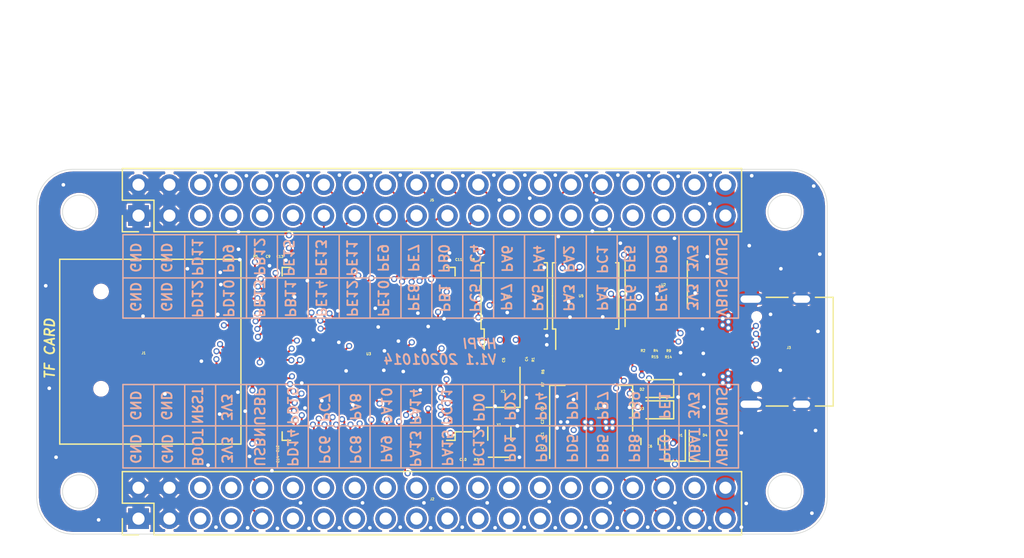
<source format=kicad_pcb>
(kicad_pcb (version 20171130) (host pcbnew "(5.1.8-0-10_14)")
  (title_block (title H7PI) (date 2020-01-16) (rev 1.1) (company Pinno) (comment 1 fuhua.chen) (comment 2 fuhua.chen))
  (layers (0 F.Cu signal) (1 In1.Cu signal hide) (2 In2.Cu signal hide) (31 B.Cu signal hide) (34 B.Paste user) (35 F.Paste user) (36 B.SilkS user) (37 F.SilkS user) (38 B.Mask user) (39 F.Mask user) (44 Edge.Cuts user))
  (net 0 "")
  (net 1 GND)
  (net 2 /VBUS)
  (net 3 /3V3)
  (net 4 "Net-(C13-Pad1)")
  (net 5 "Net-(C14-Pad1)")
  (net 6 "Net-(D2-Pad1)")
  (net 7 /QSPI_CS)
  (net 8 /QSPI_IO2)
  (net 9 /QSPI_IO3)
  (net 10 /QSPI_SCK)
  (net 11 /QSPI_IO0)
  (net 12 /QSPI_IO1)
  (net 13 "Net-(D3-Pad1)")
  (net 14 /OSC32IN)
  (net 15 /OSC32OUT)
  (net 16 /OSCIN)
  (net 17 /NRST)
  (net 18 /OSCOUT)
  (net 19 /SD_CDN)
  (net 20 /SD_CMD)
  (net 21 /SD_CLK)
  (net 22 /SD_D0)
  (net 23 /SD_D1)
  (net 24 /SD_D3)
  (net 25 /SD_D2)
  (net 26 /D39)
  (net 27 /D26)
  (net 28 /D7)
  (net 29 /D27)
  (net 30 /D0)
  (net 31 /D1)
  (net 32 /D2)
  (net 33 /D3)
  (net 34 /D4)
  (net 35 /D5)
  (net 36 /D19)
  (net 37 /D18)
  (net 38 /D6)
  (net 39 /D17)
  (net 40 /D37)
  (net 41 /D38)
  (net 42 "Net-(J3-PadA5)")
  (net 43 "Net-(J3-PadB5)")
  (net 44 /BOOT0)
  (net 45 /MEM_MISO)
  (net 46 /MEM_MOSI)
  (net 47 /MEM_SCK)
  (net 48 /MEM_PSRAMCS)
  (net 49 /MEM_FLASHCS)
  (net 50 /D16)
  (net 51 /D21)
  (net 52 /D22)
  (net 53 /D23)
  (net 54 /D24)
  (net 55 /D25)
  (net 56 /D28)
  (net 57 /D29)
  (net 58 /D30)
  (net 59 /D31)
  (net 60 /D32)
  (net 61 /D33)
  (net 62 /D34)
  (net 63 /D35)
  (net 64 /D36)
  (net 65 /D40)
  (net 66 /D8)
  (net 67 /D9)
  (net 68 /D10)
  (net 69 /D11)
  (net 70 /D12)
  (net 71 /D13)
  (net 72 /D14)
  (net 73 /D15)
  (net 74 /D20)
  (net 75 /D41)
  (net 76 /D42)
  (net 77 /D43)
  (net 78 /D44)
  (net 79 /D45)
  (net 80 /D46)
  (net 81 /D47)
  (net 82 /D48)
  (net 83 /D49)
  (net 84 /D50)
  (net 85 /D51)
  (net 86 /D52)
  (net 87 /D53)
  (net 88 /D54)
  (net 89 /D55)
  (net 90 /D56)
  (net 91 /D57)
  (net 92 /VBAT)
  (net 93 /_VBAT)
  (net 94 /PA12)
  (net 95 /PA11)
  (module SOT-223 (layer F.Cu) (at 175.59 79.68 90)
    (fp_text reference U1 (at 0.01 0.5 180) (layer F.SilkS) (effects (font (size 0.2 0.2) (thickness 0.05))))
    (fp_text value AMS1117-3.3)
    (pad 4 smd rect (at 3.15 0 90) (size 2 3.8) (layers F.Cu F.Paste F.Mask))
    (pad 2 smd rect (at -3.15 0 90) (size 2 1.5) (layers F.Cu F.Paste F.Mask) (net 3 /3V3))
    (pad 3 smd rect (at -3.15 2.3 90) (size 2 1.5) (layers F.Cu F.Paste F.Mask) (net 2 /VBUS))
    (pad 1 smd rect (at -3.15 -2.3 90) (size 2 1.5) (layers F.Cu F.Paste F.Mask) (net 1 GND))
  )
  (module Connector_MicroSD_TF_XKB_XKTF-015-N_14.75x17.5mm (layer F.Cu) (at 139.29 75 270)
    (fp_text reference J1 (at 0.11 0.5 180) (layer F.SilkS) (effects (font (size 0.2 0.2) (thickness 0.05))))
    (fp_text value XKTF-015-N)
    (pad 11 smd rect (at -7.75 3.6 270) (size 1.2 2.2) (layers F.Cu F.Paste F.Mask) (net 1 GND))
    (pad 13 smd rect (at 7.75 3.6 270) (size 1.2 2.2) (layers F.Cu F.Paste F.Mask) (net 1 GND))
    (pad 10 smd rect (at -7.8 -6 270) (size 1.2 1.5) (layers F.Cu F.Paste F.Mask) (net 1 GND))
    (pad 12 smd rect (at 6.85 -6 270) (size 1.6 1.5) (layers F.Cu F.Paste F.Mask) (net 1 GND))
    (pad "" np_thru_hole circle (at -4.95 4 270) (size 1 1) (drill 1) (layers *.Cu *.Mask))
    (pad "" np_thru_hole circle (at 3.05 4 270) (size 1 1) (drill 1) (layers *.Cu *.Mask))
    (pad 9 smd rect (at -6.55 -7.25 270) (size 0.7 1.6) (layers F.Cu F.Paste F.Mask) (net 19 /SD_CDN))
    (pad 3 smd rect (at 0 -7.25 270) (size 0.7 1.6) (layers F.Cu F.Paste F.Mask) (net 20 /SD_CMD))
    (pad 4 smd rect (at -1.1 -7.25 270) (size 0.7 1.6) (layers F.Cu F.Paste F.Mask) (net 3 /3V3))
    (pad 5 smd rect (at -2.2 -7.25 270) (size 0.7 1.6) (layers F.Cu F.Paste F.Mask) (net 21 /SD_CLK))
    (pad 6 smd rect (at -3.3 -7.25 270) (size 0.7 1.6) (layers F.Cu F.Paste F.Mask) (net 1 GND))
    (pad 7 smd rect (at -4.4 -7.25 270) (size 0.7 1.6) (layers F.Cu F.Paste F.Mask) (net 22 /SD_D0))
    (pad 8 smd rect (at -5.5 -7.25 270) (size 0.7 1.6) (layers F.Cu F.Paste F.Mask) (net 23 /SD_D1))
    (pad 2 smd rect (at 1.1 -7.25 270) (size 0.7 1.6) (layers F.Cu F.Paste F.Mask) (net 24 /SD_D3))
    (pad 1 smd rect (at 2.2 -7.25 270) (size 0.7 1.6) (layers F.Cu F.Paste F.Mask) (net 25 /SD_D2))
  )
  (module C_0402_1005Metric (layer F.Cu) (at 169.575 75.63 180)
    (fp_text reference C4 (at -0.71 0.03 270) (layer F.SilkS) (effects (font (size 0.2 0.2) (thickness 0.05))))
    (fp_text value 100nF)
    (pad 2 smd roundrect (at 0.485 0 180) (size 0.59 0.64) (layers F.Cu F.Paste F.Mask) (net 1 GND))
    (pad 1 smd roundrect (at -0.485 0 180) (size 0.59 0.64) (layers F.Cu F.Paste F.Mask) (net 17 /NRST))
  )
  (module C_0402_1005Metric (layer F.Cu) (at 149.94 66.43 270)
    (fp_text reference C13 (at 0.75 -0.05) (layer F.SilkS) (effects (font (size 0.2 0.2) (thickness 0.05))))
    (fp_text value 10uF)
    (pad 2 smd roundrect (at 0.485 0 270) (size 0.59 0.64) (layers F.Cu F.Paste F.Mask) (net 1 GND))
    (pad 1 smd roundrect (at -0.485 0 270) (size 0.59 0.64) (layers F.Cu F.Paste F.Mask) (net 4 "Net-(C13-Pad1)"))
  )
  (module C_0402_1005Metric (layer F.Cu) (at 149.09 83.88 180)
    (fp_text reference C14 (at -0.74 0.02 270) (layer F.SilkS) (effects (font (size 0.2 0.2) (thickness 0.05))))
    (fp_text value 10uF)
    (pad 1 smd roundrect (at -0.485 0 180) (size 0.59 0.64) (layers F.Cu F.Paste F.Mask) (net 5 "Net-(C14-Pad1)"))
    (pad 2 smd roundrect (at 0.485 0 180) (size 0.59 0.64) (layers F.Cu F.Paste F.Mask) (net 1 GND))
  )
  (module PinHeader_2x20_P2.54mm_Vertical (layer F.Cu) (at 138.37 63.81 90)
    (fp_text reference J5 (at 1.27 24.12 180) (layer F.SilkS) (effects (font (size 0.2 0.2) (thickness 0.05))))
    (fp_text value Header_2x20)
    (pad 40 thru_hole oval (at 2.54 48.26 90) (size 1.7 1.7) (drill 1) (layers *.Cu *.Mask) (net 2 /VBUS))
    (pad 39 thru_hole oval (at 0 48.26 90) (size 1.7 1.7) (drill 1) (layers *.Cu *.Mask) (net 2 /VBUS))
    (pad 38 thru_hole oval (at 2.54 45.72 90) (size 1.7 1.7) (drill 1) (layers *.Cu *.Mask) (net 3 /3V3))
    (pad 37 thru_hole oval (at 0 45.72 90) (size 1.7 1.7) (drill 1) (layers *.Cu *.Mask) (net 3 /3V3))
    (pad 36 thru_hole oval (at 2.54 43.18 90) (size 1.7 1.7) (drill 1) (layers *.Cu *.Mask) (net 30 /D0))
    (pad 35 thru_hole oval (at 0 43.18 90) (size 1.7 1.7) (drill 1) (layers *.Cu *.Mask) (net 31 /D1))
    (pad 34 thru_hole oval (at 2.54 40.64 90) (size 1.7 1.7) (drill 1) (layers *.Cu *.Mask) (net 32 /D2))
    (pad 33 thru_hole oval (at 0 40.64 90) (size 1.7 1.7) (drill 1) (layers *.Cu *.Mask) (net 33 /D3))
    (pad 32 thru_hole oval (at 2.54 38.1 90) (size 1.7 1.7) (drill 1) (layers *.Cu *.Mask) (net 34 /D4))
    (pad 31 thru_hole oval (at 0 38.1 90) (size 1.7 1.7) (drill 1) (layers *.Cu *.Mask) (net 35 /D5))
    (pad 30 thru_hole oval (at 2.54 35.56 90) (size 1.7 1.7) (drill 1) (layers *.Cu *.Mask) (net 38 /D6))
    (pad 29 thru_hole oval (at 0 35.56 90) (size 1.7 1.7) (drill 1) (layers *.Cu *.Mask) (net 28 /D7))
    (pad 28 thru_hole oval (at 2.54 33.02 90) (size 1.7 1.7) (drill 1) (layers *.Cu *.Mask) (net 66 /D8))
    (pad 27 thru_hole oval (at 0 33.02 90) (size 1.7 1.7) (drill 1) (layers *.Cu *.Mask) (net 67 /D9))
    (pad 26 thru_hole oval (at 2.54 30.48 90) (size 1.7 1.7) (drill 1) (layers *.Cu *.Mask) (net 68 /D10))
    (pad 25 thru_hole oval (at 0 30.48 90) (size 1.7 1.7) (drill 1) (layers *.Cu *.Mask) (net 69 /D11))
    (pad 24 thru_hole oval (at 2.54 27.94 90) (size 1.7 1.7) (drill 1) (layers *.Cu *.Mask) (net 70 /D12))
    (pad 23 thru_hole oval (at 0 27.94 90) (size 1.7 1.7) (drill 1) (layers *.Cu *.Mask) (net 71 /D13))
    (pad 22 thru_hole oval (at 2.54 25.4 90) (size 1.7 1.7) (drill 1) (layers *.Cu *.Mask) (net 72 /D14))
    (pad 21 thru_hole oval (at 0 25.4 90) (size 1.7 1.7) (drill 1) (layers *.Cu *.Mask) (net 73 /D15))
    (pad 20 thru_hole oval (at 2.54 22.86 90) (size 1.7 1.7) (drill 1) (layers *.Cu *.Mask) (net 50 /D16))
    (pad 19 thru_hole oval (at 0 22.86 90) (size 1.7 1.7) (drill 1) (layers *.Cu *.Mask) (net 39 /D17))
    (pad 18 thru_hole oval (at 2.54 20.32 90) (size 1.7 1.7) (drill 1) (layers *.Cu *.Mask) (net 37 /D18))
    (pad 17 thru_hole oval (at 0 20.32 90) (size 1.7 1.7) (drill 1) (layers *.Cu *.Mask) (net 36 /D19))
    (pad 16 thru_hole oval (at 2.54 17.78 90) (size 1.7 1.7) (drill 1) (layers *.Cu *.Mask) (net 74 /D20))
    (pad 15 thru_hole oval (at 0 17.78 90) (size 1.7 1.7) (drill 1) (layers *.Cu *.Mask) (net 51 /D21))
    (pad 14 thru_hole oval (at 2.54 15.24 90) (size 1.7 1.7) (drill 1) (layers *.Cu *.Mask) (net 52 /D22))
    (pad 13 thru_hole oval (at 0 15.24 90) (size 1.7 1.7) (drill 1) (layers *.Cu *.Mask) (net 53 /D23))
    (pad 12 thru_hole oval (at 2.54 12.7 90) (size 1.7 1.7) (drill 1) (layers *.Cu *.Mask) (net 54 /D24))
    (pad 11 thru_hole oval (at 0 12.7 90) (size 1.7 1.7) (drill 1) (layers *.Cu *.Mask) (net 55 /D25))
    (pad 10 thru_hole oval (at 2.54 10.16 90) (size 1.7 1.7) (drill 1) (layers *.Cu *.Mask) (net 27 /D26))
    (pad 9 thru_hole oval (at 0 10.16 90) (size 1.7 1.7) (drill 1) (layers *.Cu *.Mask) (net 29 /D27))
    (pad 8 thru_hole oval (at 2.54 7.62 90) (size 1.7 1.7) (drill 1) (layers *.Cu *.Mask) (net 56 /D28))
    (pad 7 thru_hole oval (at 0 7.62 90) (size 1.7 1.7) (drill 1) (layers *.Cu *.Mask) (net 57 /D29))
    (pad 6 thru_hole oval (at 2.54 5.08 90) (size 1.7 1.7) (drill 1) (layers *.Cu *.Mask) (net 58 /D30))
    (pad 5 thru_hole oval (at 0 5.08 90) (size 1.7 1.7) (drill 1) (layers *.Cu *.Mask) (net 59 /D31))
    (pad 4 thru_hole oval (at 2.54 2.54 90) (size 1.7 1.7) (drill 1) (layers *.Cu *.Mask) (net 1 GND))
    (pad 3 thru_hole oval (at 0 2.54 90) (size 1.7 1.7) (drill 1) (layers *.Cu *.Mask) (net 1 GND))
    (pad 2 thru_hole oval (at 2.54 0 90) (size 1.7 1.7) (drill 1) (layers *.Cu *.Mask) (net 1 GND))
    (pad 1 thru_hole rect (at 0 0 90) (size 1.7 1.7) (drill 1) (layers *.Cu *.Mask) (net 1 GND))
  )
  (module R_0402_1005Metric (layer F.Cu) (at 171.54 75.63 180)
    (fp_text reference R1 (at 0.72 -0.02 270) (layer F.SilkS) (effects (font (size 0.2 0.2) (thickness 0.05))))
    (fp_text value 10k)
    (pad 1 smd roundrect (at -0.485 0 180) (size 0.59 0.64) (layers F.Cu F.Paste F.Mask) (net 3 /3V3))
    (pad 2 smd roundrect (at 0.485 0 180) (size 0.59 0.64) (layers F.Cu F.Paste F.Mask) (net 17 /NRST))
  )
  (module R_0402_1005Metric (layer F.Cu) (at 166.14 83.13 270)
    (fp_text reference R3 (at 0.75 0 180) (layer F.SilkS) (effects (font (size 0.2 0.2) (thickness 0.05))))
    (fp_text value 10k)
    (pad 1 smd roundrect (at -0.485 0 270) (size 0.59 0.64) (layers F.Cu F.Paste F.Mask) (net 44 /BOOT0))
    (pad 2 smd roundrect (at 0.485 0 270) (size 0.59 0.64) (layers F.Cu F.Paste F.Mask) (net 1 GND))
  )
  (module R_0402_1005Metric (layer F.Cu) (at 147.94 66.43 90)
    (fp_text reference R5 (at -0.74 0.05 180) (layer F.SilkS) (effects (font (size 0.2 0.2) (thickness 0.05))))
    (fp_text value 10k)
    (pad 2 smd roundrect (at 0.485 0 90) (size 0.59 0.64) (layers F.Cu F.Paste F.Mask) (net 3 /3V3))
    (pad 1 smd roundrect (at -0.485 0 90) (size 0.59 0.64) (layers F.Cu F.Paste F.Mask) (net 19 /SD_CDN))
  )
  (module R_0402_1005Metric (layer F.Cu) (at 170.89 76.73)
    (fp_text reference R6 (at 0.74 -0.08 270) (layer F.SilkS) (effects (font (size 0.2 0.2) (thickness 0.05))))
    (fp_text value 10k)
    (pad 1 smd roundrect (at -0.485 0) (size 0.59 0.64) (layers F.Cu F.Paste F.Mask) (net 3 /3V3))
    (pad 2 smd roundrect (at 0.485 0) (size 0.59 0.64) (layers F.Cu F.Paste F.Mask) (net 7 /QSPI_CS))
  )
  (module R_0402_1005Metric (layer F.Cu) (at 170.89 77.73)
    (fp_text reference R7 (at 0.73 -0.03 270) (layer F.SilkS) (effects (font (size 0.2 0.2) (thickness 0.05))))
    (fp_text value 10k)
    (pad 2 smd roundrect (at 0.485 0) (size 0.59 0.64) (layers F.Cu F.Paste F.Mask) (net 49 /MEM_FLASHCS))
    (pad 1 smd roundrect (at -0.485 0) (size 0.59 0.64) (layers F.Cu F.Paste F.Mask) (net 3 /3V3))
  )
  (module LQFP-100_14x14mm_P0.5mm (layer F.Cu) (at 157.29 75.18 180)
    (fp_text reference U3 (at 0 0) (layer F.SilkS) (effects (font (size 0.2 0.2) (thickness 0.05))))
    (fp_text value STM32H750VBT6)
    (pad 1 smd roundrect (at -7.675 -6 180) (size 1.6 0.3) (layers F.Cu F.Paste F.Mask) (net 8 /QSPI_IO2))
    (pad 2 smd roundrect (at -7.675 -5.5 180) (size 1.6 0.3) (layers F.Cu F.Paste F.Mask) (net 19 /SD_CDN))
    (pad 3 smd roundrect (at -7.675 -5 180) (size 1.6 0.3) (layers F.Cu F.Paste F.Mask) (net 31 /D1))
    (pad 4 smd roundrect (at -7.675 -4.5 180) (size 1.6 0.3) (layers F.Cu F.Paste F.Mask) (net 32 /D2))
    (pad 5 smd roundrect (at -7.675 -4 180) (size 1.6 0.3) (layers F.Cu F.Paste F.Mask) (net 33 /D3))
    (pad 6 smd roundrect (at -7.675 -3.5 180) (size 1.6 0.3) (layers F.Cu F.Paste F.Mask) (net 93 /_VBAT))
    (pad 7 smd roundrect (at -7.675 -3 180) (size 1.6 0.3) (layers F.Cu F.Paste F.Mask) (net 48 /MEM_PSRAMCS))
    (pad 8 smd roundrect (at -7.675 -2.5 180) (size 1.6 0.3) (layers F.Cu F.Paste F.Mask) (net 14 /OSC32IN))
    (pad 9 smd roundrect (at -7.675 -2 180) (size 1.6 0.3) (layers F.Cu F.Paste F.Mask) (net 15 /OSC32OUT))
    (pad 10 smd roundrect (at -7.675 -1.5 180) (size 1.6 0.3) (layers F.Cu F.Paste F.Mask) (net 1 GND))
    (pad 11 smd roundrect (at -7.675 -1 180) (size 1.6 0.3) (layers F.Cu F.Paste F.Mask) (net 3 /3V3))
    (pad 12 smd roundrect (at -7.675 -0.5 180) (size 1.6 0.3) (layers F.Cu F.Paste F.Mask) (net 16 /OSCIN))
    (pad 13 smd roundrect (at -7.675 0 180) (size 1.6 0.3) (layers F.Cu F.Paste F.Mask) (net 18 /OSCOUT))
    (pad 14 smd roundrect (at -7.675 0.5 180) (size 1.6 0.3) (layers F.Cu F.Paste F.Mask) (net 17 /NRST))
    (pad 15 smd roundrect (at -7.675 1 180) (size 1.6 0.3) (layers F.Cu F.Paste F.Mask) (net 49 /MEM_FLASHCS))
    (pad 16 smd roundrect (at -7.675 1.5 180) (size 1.6 0.3) (layers F.Cu F.Paste F.Mask) (net 34 /D4))
    (pad 17 smd roundrect (at -7.675 2 180) (size 1.6 0.3) (layers F.Cu F.Paste F.Mask) (net 45 /MEM_MISO))
    (pad 18 smd roundrect (at -7.675 2.5 180) (size 1.6 0.3) (layers F.Cu F.Paste F.Mask) (net 46 /MEM_MOSI))
    (pad 19 smd roundrect (at -7.675 3 180) (size 1.6 0.3) (layers F.Cu F.Paste F.Mask) (net 1 GND))
    (pad 20 smd roundrect (at -7.675 3.5 180) (size 1.6 0.3) (layers F.Cu F.Paste F.Mask) (net 3 /3V3))
    (pad 21 smd roundrect (at -7.675 4 180) (size 1.6 0.3) (layers F.Cu F.Paste F.Mask) (net 3 /3V3))
    (pad 22 smd roundrect (at -7.675 4.5 180) (size 1.6 0.3) (layers F.Cu F.Paste F.Mask) (net 20 /SD_CMD))
    (pad 23 smd roundrect (at -7.675 5 180) (size 1.6 0.3) (layers F.Cu F.Paste F.Mask) (net 35 /D5))
    (pad 24 smd roundrect (at -7.675 5.5 180) (size 1.6 0.3) (layers F.Cu F.Paste F.Mask) (net 38 /D6))
    (pad 25 smd roundrect (at -7.675 6 180) (size 1.6 0.3) (layers F.Cu F.Paste F.Mask) (net 28 /D7))
    (pad 26 smd roundrect (at -6 7.675 180) (size 0.3 1.6) (layers F.Cu F.Paste F.Mask) (net 1 GND))
    (pad 27 smd roundrect (at -5.5 7.675 180) (size 0.3 1.6) (layers F.Cu F.Paste F.Mask) (net 3 /3V3))
    (pad 28 smd roundrect (at -5 7.675 180) (size 0.3 1.6) (layers F.Cu F.Paste F.Mask) (net 66 /D8))
    (pad 29 smd roundrect (at -4.5 7.675 180) (size 0.3 1.6) (layers F.Cu F.Paste F.Mask) (net 67 /D9))
    (pad 30 smd roundrect (at -4 7.675 180) (size 0.3 1.6) (layers F.Cu F.Paste F.Mask) (net 68 /D10))
    (pad 31 smd roundrect (at -3.5 7.675 180) (size 0.3 1.6) (layers F.Cu F.Paste F.Mask) (net 69 /D11))
    (pad 32 smd roundrect (at -3 7.675 180) (size 0.3 1.6) (layers F.Cu F.Paste F.Mask) (net 70 /D12))
    (pad 33 smd roundrect (at -2.5 7.675 180) (size 0.3 1.6) (layers F.Cu F.Paste F.Mask) (net 71 /D13))
    (pad 34 smd roundrect (at -2 7.675 180) (size 0.3 1.6) (layers F.Cu F.Paste F.Mask) (net 72 /D14))
    (pad 35 smd roundrect (at -1.5 7.675 180) (size 0.3 1.6) (layers F.Cu F.Paste F.Mask) (net 73 /D15))
    (pad 36 smd roundrect (at -1 7.675 180) (size 0.3 1.6) (layers F.Cu F.Paste F.Mask) (net 10 /QSPI_SCK))
    (pad 37 smd roundrect (at -0.5 7.675 180) (size 0.3 1.6) (layers F.Cu F.Paste F.Mask) (net 50 /D16))
    (pad 38 smd roundrect (at 0 7.675 180) (size 0.3 1.6) (layers F.Cu F.Paste F.Mask) (net 39 /D17))
    (pad 39 smd roundrect (at 0.5 7.675 180) (size 0.3 1.6) (layers F.Cu F.Paste F.Mask) (net 37 /D18))
    (pad 40 smd roundrect (at 1 7.675 180) (size 0.3 1.6) (layers F.Cu F.Paste F.Mask) (net 36 /D19))
    (pad 41 smd roundrect (at 1.5 7.675 180) (size 0.3 1.6) (layers F.Cu F.Paste F.Mask) (net 74 /D20))
    (pad 42 smd roundrect (at 2 7.675 180) (size 0.3 1.6) (layers F.Cu F.Paste F.Mask) (net 51 /D21))
    (pad 43 smd roundrect (at 2.5 7.675 180) (size 0.3 1.6) (layers F.Cu F.Paste F.Mask) (net 52 /D22))
    (pad 44 smd roundrect (at 3 7.675 180) (size 0.3 1.6) (layers F.Cu F.Paste F.Mask) (net 53 /D23))
    (pad 45 smd roundrect (at 3.5 7.675 180) (size 0.3 1.6) (layers F.Cu F.Paste F.Mask) (net 54 /D24))
    (pad 46 smd roundrect (at 4 7.675 180) (size 0.3 1.6) (layers F.Cu F.Paste F.Mask) (net 47 /MEM_SCK))
    (pad 47 smd roundrect (at 4.5 7.675 180) (size 0.3 1.6) (layers F.Cu F.Paste F.Mask) (net 55 /D25))
    (pad 48 smd roundrect (at 5 7.675 180) (size 0.3 1.6) (layers F.Cu F.Paste F.Mask) (net 4 "Net-(C13-Pad1)"))
    (pad 49 smd roundrect (at 5.5 7.675 180) (size 0.3 1.6) (layers F.Cu F.Paste F.Mask) (net 1 GND))
    (pad 50 smd roundrect (at 6 7.675 180) (size 0.3 1.6) (layers F.Cu F.Paste F.Mask) (net 3 /3V3))
    (pad 51 smd roundrect (at 7.675 6 180) (size 1.6 0.3) (layers F.Cu F.Paste F.Mask) (net 27 /D26))
    (pad 52 smd roundrect (at 7.675 5.5 180) (size 1.6 0.3) (layers F.Cu F.Paste F.Mask) (net 29 /D27))
    (pad 53 smd roundrect (at 7.675 5 180) (size 1.6 0.3) (layers F.Cu F.Paste F.Mask) (net 22 /SD_D0))
    (pad 54 smd roundrect (at 7.675 4.5 180) (size 1.6 0.3) (layers F.Cu F.Paste F.Mask) (net 23 /SD_D1))
    (pad 55 smd roundrect (at 7.675 4 180) (size 1.6 0.3) (layers F.Cu F.Paste F.Mask) (net 30 /D0))
    (pad 56 smd roundrect (at 7.675 3.5 180) (size 1.6 0.3) (layers F.Cu F.Paste F.Mask) (net 56 /D28))
    (pad 57 smd roundrect (at 7.675 3 180) (size 1.6 0.3) (layers F.Cu F.Paste F.Mask) (net 57 /D29))
    (pad 58 smd roundrect (at 7.675 2.5 180) (size 1.6 0.3) (layers F.Cu F.Paste F.Mask) (net 58 /D30))
    (pad 59 smd roundrect (at 7.675 2 180) (size 1.6 0.3) (layers F.Cu F.Paste F.Mask) (net 59 /D31))
    (pad 60 smd roundrect (at 7.675 1.5 180) (size 1.6 0.3) (layers F.Cu F.Paste F.Mask) (net 9 /QSPI_IO3))
    (pad 61 smd roundrect (at 7.675 1 180) (size 1.6 0.3) (layers F.Cu F.Paste F.Mask) (net 60 /D32))
    (pad 62 smd roundrect (at 7.675 0.5 180) (size 1.6 0.3) (layers F.Cu F.Paste F.Mask) (net 61 /D33))
    (pad 63 smd roundrect (at 7.675 0 180) (size 1.6 0.3) (layers F.Cu F.Paste F.Mask) (net 62 /D34))
    (pad 64 smd roundrect (at 7.675 -0.5 180) (size 1.6 0.3) (layers F.Cu F.Paste F.Mask) (net 63 /D35))
    (pad 65 smd roundrect (at 7.675 -1 180) (size 1.6 0.3) (layers F.Cu F.Paste F.Mask) (net 64 /D36))
    (pad 66 smd roundrect (at 7.675 -1.5 180) (size 1.6 0.3) (layers F.Cu F.Paste F.Mask) (net 11 /QSPI_IO0))
    (pad 67 smd roundrect (at 7.675 -2 180) (size 1.6 0.3) (layers F.Cu F.Paste F.Mask) (net 40 /D37))
    (pad 68 smd roundrect (at 7.675 -2.5 180) (size 1.6 0.3) (layers F.Cu F.Paste F.Mask) (net 41 /D38))
    (pad 69 smd roundrect (at 7.675 -3 180) (size 1.6 0.3) (layers F.Cu F.Paste F.Mask) (net 26 /D39))
    (pad 70 smd roundrect (at 7.675 -3.5 180) (size 1.6 0.3) (layers F.Cu F.Paste F.Mask) (net 95 /PA11))
    (pad 71 smd roundrect (at 7.675 -4 180) (size 1.6 0.3) (layers F.Cu F.Paste F.Mask) (net 94 /PA12))
    (pad 72 smd roundrect (at 7.675 -4.5 180) (size 1.6 0.3) (layers F.Cu F.Paste F.Mask) (net 65 /D40))
    (pad 73 smd roundrect (at 7.675 -5 180) (size 1.6 0.3) (layers F.Cu F.Paste F.Mask) (net 5 "Net-(C14-Pad1)"))
    (pad 74 smd roundrect (at 7.675 -5.5 180) (size 1.6 0.3) (layers F.Cu F.Paste F.Mask) (net 1 GND))
    (pad 75 smd roundrect (at 7.675 -6 180) (size 1.6 0.3) (layers F.Cu F.Paste F.Mask) (net 3 /3V3))
    (pad 76 smd roundrect (at 6 -7.675 180) (size 0.3 1.6) (layers F.Cu F.Paste F.Mask) (net 75 /D41))
    (pad 77 smd roundrect (at 5.5 -7.675 180) (size 0.3 1.6) (layers F.Cu F.Paste F.Mask) (net 76 /D42))
    (pad 78 smd roundrect (at 5 -7.675 180) (size 0.3 1.6) (layers F.Cu F.Paste F.Mask) (net 12 /QSPI_IO1))
    (pad 79 smd roundrect (at 4.5 -7.675 180) (size 0.3 1.6) (layers F.Cu F.Paste F.Mask) (net 77 /D43))
    (pad 80 smd roundrect (at 4 -7.675 180) (size 0.3 1.6) (layers F.Cu F.Paste F.Mask) (net 78 /D44))
    (pad 81 smd roundrect (at 3.5 -7.675 180) (size 0.3 1.6) (layers F.Cu F.Paste F.Mask) (net 79 /D45))
    (pad 82 smd roundrect (at 3 -7.675 180) (size 0.3 1.6) (layers F.Cu F.Paste F.Mask) (net 80 /D46))
    (pad 83 smd roundrect (at 2.5 -7.675 180) (size 0.3 1.6) (layers F.Cu F.Paste F.Mask) (net 81 /D47))
    (pad 84 smd roundrect (at 2 -7.675 180) (size 0.3 1.6) (layers F.Cu F.Paste F.Mask) (net 82 /D48))
    (pad 85 smd roundrect (at 1.5 -7.675 180) (size 0.3 1.6) (layers F.Cu F.Paste F.Mask) (net 83 /D49))
    (pad 86 smd roundrect (at 1 -7.675 180) (size 0.3 1.6) (layers F.Cu F.Paste F.Mask) (net 84 /D50))
    (pad 87 smd roundrect (at 0.5 -7.675 180) (size 0.3 1.6) (layers F.Cu F.Paste F.Mask) (net 21 /SD_CLK))
    (pad 88 smd roundrect (at 0 -7.675 180) (size 0.3 1.6) (layers F.Cu F.Paste F.Mask) (net 85 /D51))
    (pad 89 smd roundrect (at -0.5 -7.675 180) (size 0.3 1.6) (layers F.Cu F.Paste F.Mask) (net 25 /SD_D2))
    (pad 90 smd roundrect (at -1 -7.675 180) (size 0.3 1.6) (layers F.Cu F.Paste F.Mask) (net 24 /SD_D3))
    (pad 91 smd roundrect (at -1.5 -7.675 180) (size 0.3 1.6) (layers F.Cu F.Paste F.Mask) (net 86 /D52))
    (pad 92 smd roundrect (at -2 -7.675 180) (size 0.3 1.6) (layers F.Cu F.Paste F.Mask) (net 7 /QSPI_CS))
    (pad 93 smd roundrect (at -2.5 -7.675 180) (size 0.3 1.6) (layers F.Cu F.Paste F.Mask) (net 87 /D53))
    (pad 94 smd roundrect (at -3 -7.675 180) (size 0.3 1.6) (layers F.Cu F.Paste F.Mask) (net 44 /BOOT0))
    (pad 95 smd roundrect (at -3.5 -7.675 180) (size 0.3 1.6) (layers F.Cu F.Paste F.Mask) (net 88 /D54))
    (pad 96 smd roundrect (at -4 -7.675 180) (size 0.3 1.6) (layers F.Cu F.Paste F.Mask) (net 89 /D55))
    (pad 97 smd roundrect (at -4.5 -7.675 180) (size 0.3 1.6) (layers F.Cu F.Paste F.Mask) (net 90 /D56))
    (pad 98 smd roundrect (at -5 -7.675 180) (size 0.3 1.6) (layers F.Cu F.Paste F.Mask) (net 91 /D57))
    (pad 99 smd roundrect (at -5.5 -7.675 180) (size 0.3 1.6) (layers F.Cu F.Paste F.Mask) (net 1 GND))
    (pad 100 smd roundrect (at -6 -7.675 180) (size 0.3 1.6) (layers F.Cu F.Paste F.Mask) (net 3 /3V3))
  )
  (module LED_0603_1608Metric (layer F.Cu) (at 180.89 78.03 180)
    (fp_text reference D2 (at 1.12 -0.07) (layer F.SilkS) (effects (font (size 0.2 0.2) (thickness 0.05))))
    (fp_text value 19-217_GHC-YR1S2_3T)
    (pad 1 smd roundrect (at -0.7875 0 180) (size 0.875 0.95) (layers F.Cu F.Paste F.Mask) (net 6 "Net-(D2-Pad1)"))
    (pad 2 smd roundrect (at 0.7875 0 180) (size 0.875 0.95) (layers F.Cu F.Paste F.Mask) (net 33 /D3))
  )
  (module LED_0603_1608Metric (layer F.Cu) (at 180.89 79.78 180)
    (fp_text reference D3 (at 1.14 0.1) (layer F.SilkS) (effects (font (size 0.2 0.2) (thickness 0.05))))
    (fp_text value 19-217-R6C-AL1M2VY-3T)
    (pad 2 smd roundrect (at 0.7875 0 180) (size 0.875 0.95) (layers F.Cu F.Paste F.Mask) (net 32 /D2))
    (pad 1 smd roundrect (at -0.7875 0 180) (size 0.875 0.95) (layers F.Cu F.Paste F.Mask) (net 13 "Net-(D3-Pad1)"))
  )
  (module R_0402_1005Metric (layer F.Cu) (at 181.94 76.13 270)
    (fp_text reference R14 (at -0.69 0 180) (layer F.SilkS) (effects (font (size 0.2 0.2) (thickness 0.05))))
    (fp_text value 10k)
    (pad 2 smd roundrect (at 0.485 0 270) (size 0.59 0.64) (layers F.Cu F.Paste F.Mask) (net 6 "Net-(D2-Pad1)"))
    (pad 1 smd roundrect (at -0.485 0 270) (size 0.59 0.64) (layers F.Cu F.Paste F.Mask) (net 1 GND))
  )
  (module R_0402_1005Metric (layer F.Cu) (at 180.89 76.13 270)
    (fp_text reference R15 (at -0.7 0.06 180) (layer F.SilkS) (effects (font (size 0.2 0.2) (thickness 0.05))))
    (fp_text value 10k)
    (pad 2 smd roundrect (at 0.485 0 270) (size 0.59 0.64) (layers F.Cu F.Paste F.Mask) (net 13 "Net-(D3-Pad1)"))
    (pad 1 smd roundrect (at -0.485 0 270) (size 0.59 0.64) (layers F.Cu F.Paste F.Mask) (net 1 GND))
  )
  (module SOIC-8_5.23x5.23mm_P1.27mm (layer F.Cu) (at 169.26 70.41 90)
    (fp_text reference U4 (at -0.03 -0.46 180) (layer F.SilkS) (effects (font (size 0.2 0.2) (thickness 0.05))))
    (fp_text value W25Q64JVSSIQ)
    (pad 1 smd roundrect (at -3.6 -1.905 90) (size 1.6 0.6) (layers F.Cu F.Paste F.Mask) (net 7 /QSPI_CS))
    (pad 2 smd roundrect (at -3.6 -0.635 90) (size 1.6 0.6) (layers F.Cu F.Paste F.Mask) (net 12 /QSPI_IO1))
    (pad 3 smd roundrect (at -3.6 0.635 90) (size 1.6 0.6) (layers F.Cu F.Paste F.Mask) (net 8 /QSPI_IO2))
    (pad 4 smd roundrect (at -3.6 1.905 90) (size 1.6 0.6) (layers F.Cu F.Paste F.Mask) (net 1 GND))
    (pad 5 smd roundrect (at 3.6 1.905 90) (size 1.6 0.6) (layers F.Cu F.Paste F.Mask) (net 11 /QSPI_IO0))
    (pad 6 smd roundrect (at 3.6 0.635 90) (size 1.6 0.6) (layers F.Cu F.Paste F.Mask) (net 10 /QSPI_SCK))
    (pad 7 smd roundrect (at 3.6 -0.635 90) (size 1.6 0.6) (layers F.Cu F.Paste F.Mask) (net 9 /QSPI_IO3))
    (pad 8 smd roundrect (at 3.6 -1.905 90) (size 1.6 0.6) (layers F.Cu F.Paste F.Mask) (net 3 /3V3))
  )
  (module SOIC-8_5.23x5.23mm_P1.27mm (layer F.Cu) (at 175.14 70.41 90)
    (fp_text reference U5 (at 0 -0.38 180) (layer F.SilkS) (effects (font (size 0.2 0.2) (thickness 0.05))))
    (fp_text value W25Q64JVSSIQ)
    (pad 8 smd roundrect (at 3.6 -1.905 90) (size 1.6 0.6) (layers F.Cu F.Paste F.Mask) (net 3 /3V3))
    (pad 7 smd roundrect (at 3.6 -0.635 90) (size 1.6 0.6) (layers F.Cu F.Paste F.Mask))
    (pad 6 smd roundrect (at 3.6 0.635 90) (size 1.6 0.6) (layers F.Cu F.Paste F.Mask) (net 47 /MEM_SCK))
    (pad 5 smd roundrect (at 3.6 1.905 90) (size 1.6 0.6) (layers F.Cu F.Paste F.Mask) (net 46 /MEM_MOSI))
    (pad 4 smd roundrect (at -3.6 1.905 90) (size 1.6 0.6) (layers F.Cu F.Paste F.Mask) (net 1 GND))
    (pad 3 smd roundrect (at -3.6 0.635 90) (size 1.6 0.6) (layers F.Cu F.Paste F.Mask))
    (pad 2 smd roundrect (at -3.6 -0.635 90) (size 1.6 0.6) (layers F.Cu F.Paste F.Mask) (net 45 /MEM_MISO))
    (pad 1 smd roundrect (at -3.6 -1.905 90) (size 1.6 0.6) (layers F.Cu F.Paste F.Mask) (net 49 /MEM_FLASHCS))
  )
  (module C_0402_1005Metric (layer F.Cu) (at 170.84 81.78 180)
    (fp_text reference C1 (at -0.74 -0.02 90) (layer F.SilkS) (effects (font (size 0.2 0.2) (thickness 0.05))))
    (fp_text value 12pF)
    (pad 2 smd roundrect (at 0.485 0 180) (size 0.59 0.64) (layers F.Cu F.Paste F.Mask) (net 14 /OSC32IN))
    (pad 1 smd roundrect (at -0.485 0 180) (size 0.59 0.64) (layers F.Cu F.Paste F.Mask) (net 1 GND))
  )
  (module C_0402_1005Metric (layer F.Cu) (at 170.84 80.73 180)
    (fp_text reference C2 (at -0.75 -0.03 90) (layer F.SilkS) (effects (font (size 0.2 0.2) (thickness 0.05))))
    (fp_text value 12pF)
    (pad 1 smd roundrect (at -0.485 0 180) (size 0.59 0.64) (layers F.Cu F.Paste F.Mask) (net 1 GND))
    (pad 2 smd roundrect (at 0.485 0 180) (size 0.59 0.64) (layers F.Cu F.Paste F.Mask) (net 15 /OSC32OUT))
  )
  (module C_0402_1005Metric (layer F.Cu) (at 170.84 79.63 180)
    (fp_text reference C3 (at -0.73 -0.05 270) (layer F.SilkS) (effects (font (size 0.2 0.2) (thickness 0.05))))
    (fp_text value 12pF)
    (pad 2 smd roundrect (at 0.485 0 180) (size 0.59 0.64) (layers F.Cu F.Paste F.Mask) (net 16 /OSCIN))
    (pad 1 smd roundrect (at -0.485 0 180) (size 0.59 0.64) (layers F.Cu F.Paste F.Mask) (net 1 GND))
  )
  (module C_0402_1005Metric (layer F.Cu) (at 167.64 75.63 180)
    (fp_text reference C5 (at -0.76 -0.06 90) (layer F.SilkS) (effects (font (size 0.2 0.2) (thickness 0.05))))
    (fp_text value 12pF)
    (pad 1 smd roundrect (at -0.485 0 180) (size 0.59 0.64) (layers F.Cu F.Paste F.Mask) (net 1 GND))
    (pad 2 smd roundrect (at 0.485 0 180) (size 0.59 0.64) (layers F.Cu F.Paste F.Mask) (net 18 /OSCOUT))
  )
  (module Capacitor_SMD:C_0805_2012Metric (layer F.Cu) (at 180.39 82.38 90)
    (fp_text reference C6 (at -0.4 0.03 180) (layer F.SilkS) (effects (font (size 0.2 0.2) (thickness 0.05))))
    (fp_text value 22uF)
    (pad 1 smd roundrect (at -0.9375 0 90) (size 0.975 1.4) (layers F.Cu F.Paste F.Mask) (net 2 /VBUS))
    (pad 2 smd roundrect (at 0.9375 0 90) (size 0.975 1.4) (layers F.Cu F.Paste F.Mask) (net 1 GND))
  )
  (module C_0402_1005Metric (layer F.Cu) (at 165.79 66.68 90)
    (fp_text reference C8 (at -0.76 0.04 180) (layer F.SilkS) (effects (font (size 0.2 0.2) (thickness 0.05))))
    (fp_text value 100nF)
    (pad 1 smd roundrect (at -0.485 0 90) (size 0.59 0.64) (layers F.Cu F.Paste F.Mask) (net 1 GND))
    (pad 2 smd roundrect (at 0.485 0 90) (size 0.59 0.64) (layers F.Cu F.Paste F.Mask) (net 3 /3V3))
  )
  (module PinHeader_2x20_P2.54mm_Vertical (layer F.Cu) (at 138.37 88.73 90)
    (fp_text reference J2 (at 1.61 24.15 180) (layer F.SilkS) (effects (font (size 0.2 0.2) (thickness 0.05))))
    (fp_text value Header_2x20)
    (pad 40 thru_hole oval (at 2.54 48.26 90) (size 1.7 1.7) (drill 1) (layers *.Cu *.Mask) (net 2 /VBUS))
    (pad 39 thru_hole oval (at 0 48.26 90) (size 1.7 1.7) (drill 1) (layers *.Cu *.Mask) (net 2 /VBUS))
    (pad 38 thru_hole oval (at 2.54 45.72 90) (size 1.7 1.7) (drill 1) (layers *.Cu *.Mask) (net 3 /3V3))
    (pad 37 thru_hole oval (at 0 45.72 90) (size 1.7 1.7) (drill 1) (layers *.Cu *.Mask) (net 92 /VBAT))
    (pad 36 thru_hole oval (at 2.54 43.18 90) (size 1.7 1.7) (drill 1) (layers *.Cu *.Mask) (net 91 /D57))
    (pad 35 thru_hole oval (at 0 43.18 90) (size 1.7 1.7) (drill 1) (layers *.Cu *.Mask) (net 90 /D56))
    (pad 34 thru_hole oval (at 2.54 40.64 90) (size 1.7 1.7) (drill 1) (layers *.Cu *.Mask) (net 89 /D55))
    (pad 33 thru_hole oval (at 0 40.64 90) (size 1.7 1.7) (drill 1) (layers *.Cu *.Mask) (net 88 /D54))
    (pad 32 thru_hole oval (at 2.54 38.1 90) (size 1.7 1.7) (drill 1) (layers *.Cu *.Mask) (net 87 /D53))
    (pad 31 thru_hole oval (at 0 38.1 90) (size 1.7 1.7) (drill 1) (layers *.Cu *.Mask) (net 86 /D52))
    (pad 30 thru_hole oval (at 2.54 35.56 90) (size 1.7 1.7) (drill 1) (layers *.Cu *.Mask) (net 85 /D51))
    (pad 29 thru_hole oval (at 0 35.56 90) (size 1.7 1.7) (drill 1) (layers *.Cu *.Mask) (net 84 /D50))
    (pad 28 thru_hole oval (at 2.54 33.02 90) (size 1.7 1.7) (drill 1) (layers *.Cu *.Mask) (net 83 /D49))
    (pad 27 thru_hole oval (at 0 33.02 90) (size 1.7 1.7) (drill 1) (layers *.Cu *.Mask) (net 82 /D48))
    (pad 26 thru_hole oval (at 2.54 30.48 90) (size 1.7 1.7) (drill 1) (layers *.Cu *.Mask) (net 81 /D47))
    (pad 25 thru_hole oval (at 0 30.48 90) (size 1.7 1.7) (drill 1) (layers *.Cu *.Mask) (net 80 /D46))
    (pad 24 thru_hole oval (at 2.54 27.94 90) (size 1.7 1.7) (drill 1) (layers *.Cu *.Mask) (net 79 /D45))
    (pad 23 thru_hole oval (at 0 27.94 90) (size 1.7 1.7) (drill 1) (layers *.Cu *.Mask) (net 78 /D44))
    (pad 22 thru_hole oval (at 2.54 25.4 90) (size 1.7 1.7) (drill 1) (layers *.Cu *.Mask) (net 77 /D43))
    (pad 21 thru_hole oval (at 0 25.4 90) (size 1.7 1.7) (drill 1) (layers *.Cu *.Mask) (net 76 /D42))
    (pad 20 thru_hole oval (at 2.54 22.86 90) (size 1.7 1.7) (drill 1) (layers *.Cu *.Mask) (net 75 /D41))
    (pad 19 thru_hole oval (at 0 22.86 90) (size 1.7 1.7) (drill 1) (layers *.Cu *.Mask) (net 65 /D40))
    (pad 18 thru_hole oval (at 2.54 20.32 90) (size 1.7 1.7) (drill 1) (layers *.Cu *.Mask) (net 26 /D39))
    (pad 17 thru_hole oval (at 0 20.32 90) (size 1.7 1.7) (drill 1) (layers *.Cu *.Mask) (net 41 /D38))
    (pad 16 thru_hole oval (at 2.54 17.78 90) (size 1.7 1.7) (drill 1) (layers *.Cu *.Mask) (net 40 /D37))
    (pad 15 thru_hole oval (at 0 17.78 90) (size 1.7 1.7) (drill 1) (layers *.Cu *.Mask) (net 64 /D36))
    (pad 14 thru_hole oval (at 2.54 15.24 90) (size 1.7 1.7) (drill 1) (layers *.Cu *.Mask) (net 63 /D35))
    (pad 13 thru_hole oval (at 0 15.24 90) (size 1.7 1.7) (drill 1) (layers *.Cu *.Mask) (net 62 /D34))
    (pad 12 thru_hole oval (at 2.54 12.7 90) (size 1.7 1.7) (drill 1) (layers *.Cu *.Mask) (net 61 /D33))
    (pad 11 thru_hole oval (at 0 12.7 90) (size 1.7 1.7) (drill 1) (layers *.Cu *.Mask) (net 60 /D32))
    (pad 10 thru_hole oval (at 2.54 10.16 90) (size 1.7 1.7) (drill 1) (layers *.Cu *.Mask) (net 94 /PA12))
    (pad 9 thru_hole oval (at 0 10.16 90) (size 1.7 1.7) (drill 1) (layers *.Cu *.Mask) (net 95 /PA11))
    (pad 8 thru_hole oval (at 2.54 7.62 90) (size 1.7 1.7) (drill 1) (layers *.Cu *.Mask) (net 3 /3V3))
    (pad 7 thru_hole oval (at 0 7.62 90) (size 1.7 1.7) (drill 1) (layers *.Cu *.Mask) (net 3 /3V3))
    (pad 6 thru_hole oval (at 2.54 5.08 90) (size 1.7 1.7) (drill 1) (layers *.Cu *.Mask) (net 17 /NRST))
    (pad 5 thru_hole oval (at 0 5.08 90) (size 1.7 1.7) (drill 1) (layers *.Cu *.Mask) (net 44 /BOOT0))
    (pad 4 thru_hole oval (at 2.54 2.54 90) (size 1.7 1.7) (drill 1) (layers *.Cu *.Mask) (net 1 GND))
    (pad 3 thru_hole oval (at 0 2.54 90) (size 1.7 1.7) (drill 1) (layers *.Cu *.Mask) (net 1 GND))
    (pad 2 thru_hole oval (at 2.54 0 90) (size 1.7 1.7) (drill 1) (layers *.Cu *.Mask) (net 1 GND))
    (pad 1 thru_hole rect (at 0 0 90) (size 1.7 1.7) (drill 1) (layers *.Cu *.Mask) (net 1 GND))
  )
  (module USB_C_Receptacle_Palconn_UTC16-G (layer F.Cu) (at 190.65 75 90)
    (fp_text reference J3 (at 0.33 1.19 180) (layer F.SilkS) (effects (font (size 0.2 0.2) (thickness 0.05))))
    (fp_text value USBC_16P_4MP)
    (pad S1 thru_hole oval (at -4.32 -1.93 180) (size 2 0.9) (drill oval 1.7 0.6) (layers *.Cu *.Mask) (net 1 GND))
    (pad S1 thru_hole oval (at 4.32 -1.93 180) (size 2 0.9) (drill oval 1.7 0.6) (layers *.Cu *.Mask) (net 1 GND))
    (pad S1 thru_hole oval (at -4.32 2.24 180) (size 1.7 0.9) (drill oval 1.4 0.6) (layers *.Cu *.Mask) (net 1 GND))
    (pad S1 thru_hole oval (at 4.32 2.24 180) (size 1.7 0.9) (drill oval 1.4 0.6) (layers *.Cu *.Mask) (net 1 GND))
    (pad B7 smd rect (at -0.75 -2.51 270) (size 0.3 1.16) (layers F.Cu F.Paste F.Mask) (net 95 /PA11))
    (pad A6 smd rect (at -0.25 -2.51 270) (size 0.3 1.16) (layers F.Cu F.Paste F.Mask) (net 94 /PA12))
    (pad A7 smd rect (at 0.25 -2.51 270) (size 0.3 1.16) (layers F.Cu F.Paste F.Mask) (net 95 /PA11))
    (pad B8 smd rect (at -1.75 -2.51 270) (size 0.3 1.16) (layers F.Cu F.Paste F.Mask))
    (pad A5 smd rect (at -1.25 -2.51 270) (size 0.3 1.16) (layers F.Cu F.Paste F.Mask) (net 42 "Net-(J3-PadA5)"))
    (pad A8 smd rect (at 1.25 -2.51 270) (size 0.3 1.16) (layers F.Cu F.Paste F.Mask))
    (pad B6 smd rect (at 0.75 -2.51 270) (size 0.3 1.16) (layers F.Cu F.Paste F.Mask) (net 94 /PA12))
    (pad B5 smd rect (at 1.75 -2.51 270) (size 0.3 1.16) (layers F.Cu F.Paste F.Mask) (net 43 "Net-(J3-PadB5)"))
    (pad "" np_thru_hole circle (at 2.89 -1.45 270) (size 0.6 0.6) (drill 0.6) (layers *.Cu *.Mask))
    (pad "" np_thru_hole circle (at -2.89 -1.45 270) (size 0.6 0.6) (drill 0.6) (layers *.Cu *.Mask))
    (pad A4 smd rect (at -2.4 -2.51 90) (size 0.6 1.16) (layers F.Cu F.Paste F.Mask) (net 2 /VBUS))
    (pad B9 smd rect (at -2.4 -2.51 90) (size 0.6 1.16) (layers F.Cu F.Paste F.Mask) (net 2 /VBUS))
    (pad A1 smd rect (at -3.2 -2.51 90) (size 0.6 1.16) (layers F.Cu F.Paste F.Mask) (net 1 GND))
    (pad B12 smd rect (at -3.2 -2.51 90) (size 0.6 1.16) (layers F.Cu F.Paste F.Mask) (net 1 GND))
    (pad B4 smd rect (at 2.4 -2.51 90) (size 0.6 1.16) (layers F.Cu F.Paste F.Mask) (net 2 /VBUS))
    (pad B1 smd rect (at 3.2 -2.51 90) (size 0.6 1.16) (layers F.Cu F.Paste F.Mask) (net 1 GND))
    (pad A9 smd rect (at 2.4 -2.51 90) (size 0.6 1.16) (layers F.Cu F.Paste F.Mask) (net 2 /VBUS))
    (pad A12 smd rect (at 3.2 -2.51 90) (size 0.6 1.16) (layers F.Cu F.Paste F.Mask) (net 1 GND))
  )
  (module R_0402_1005Metric (layer F.Cu) (at 179.84 74.165 90)
    (fp_text reference R2 (at -0.755 0.01 180) (layer F.SilkS) (effects (font (size 0.2 0.2) (thickness 0.05))))
    (fp_text value 10k)
    (pad 1 smd roundrect (at -0.485 0 90) (size 0.59 0.64) (layers F.Cu F.Paste F.Mask) (net 3 /3V3))
    (pad 2 smd roundrect (at 0.485 0 90) (size 0.59 0.64) (layers F.Cu F.Paste F.Mask) (net 48 /MEM_PSRAMCS))
  )
  (module SOIC-8_3.9x4.9mm_P1.27mm (layer F.Cu) (at 180.94 69.48 90)
    (fp_text reference U2 (at -0.02 0.59 180) (layer F.SilkS) (effects (font (size 0.2 0.2) (thickness 0.05))))
    (fp_text value LY68L6400SLIT)
    (pad 1 smd roundrect (at -2.475 -1.905 90) (size 1.95 0.6) (layers F.Cu F.Paste F.Mask) (net 48 /MEM_PSRAMCS))
    (pad 2 smd roundrect (at -2.475 -0.635 90) (size 1.95 0.6) (layers F.Cu F.Paste F.Mask) (net 45 /MEM_MISO))
    (pad 3 smd roundrect (at -2.475 0.635 90) (size 1.95 0.6) (layers F.Cu F.Paste F.Mask))
    (pad 4 smd roundrect (at -2.475 1.905 90) (size 1.95 0.6) (layers F.Cu F.Paste F.Mask) (net 1 GND))
    (pad 5 smd roundrect (at 2.475 1.905 90) (size 1.95 0.6) (layers F.Cu F.Paste F.Mask) (net 46 /MEM_MOSI))
    (pad 6 smd roundrect (at 2.475 0.635 90) (size 1.95 0.6) (layers F.Cu F.Paste F.Mask) (net 47 /MEM_SCK))
    (pad 7 smd roundrect (at 2.475 -0.635 90) (size 1.95 0.6) (layers F.Cu F.Paste F.Mask))
    (pad 8 smd roundrect (at 2.475 -1.905 90) (size 1.95 0.6) (layers F.Cu F.Paste F.Mask) (net 3 /3V3))
  )
  (module Crystal_SMD_EuroQuartz_EQ161-2Pin_3.2x1.5mm (layer F.Cu) (at 168.04 81.73 90)
    (fp_text reference X1 (at 0.72 -0.03 180) (layer F.SilkS) (effects (font (size 0.2 0.2) (thickness 0.05))))
    (fp_text value 32.768kHz)
    (pad 1 smd rect (at -1.25 0 90) (size 1 1.8) (layers F.Cu F.Paste F.Mask) (net 14 /OSC32IN))
    (pad 2 smd rect (at 1.25 0 90) (size 1 1.8) (layers F.Cu F.Paste F.Mask) (net 15 /OSC32OUT))
  )
  (module Crystal:Crystal_SMD_2520-4Pin_2.5x2.0mm (layer F.Cu) (at 168.34 77.93 90)
    (fp_text reference X2 (at -0.34 0 180) (layer F.SilkS) (effects (font (size 0.2 0.2) (thickness 0.05))))
    (fp_text value 32MHz)
    (pad 1 smd rect (at -0.875 0.7 90) (size 1.15 1) (layers F.Cu F.Paste F.Mask) (net 16 /OSCIN))
    (pad 2 smd rect (at 0.875 0.7 90) (size 1.15 1) (layers F.Cu F.Paste F.Mask) (net 1 GND))
    (pad 3 smd rect (at 0.875 -0.7 90) (size 1.15 1) (layers F.Cu F.Paste F.Mask) (net 18 /OSCOUT))
    (pad 4 smd rect (at -0.875 -0.7 90) (size 1.15 1) (layers F.Cu F.Paste F.Mask) (net 1 GND))
  )
  (module C_0402_1005Metric (layer F.Cu) (at 148.94 66.43 90)
    (fp_text reference C9 (at -0.74 0.08 180) (layer F.SilkS) (effects (font (size 0.2 0.2) (thickness 0.05))))
    (fp_text value 100nF)
    (pad 2 smd roundrect (at 0.485 0 90) (size 0.59 0.64) (layers F.Cu F.Paste F.Mask) (net 3 /3V3))
    (pad 1 smd roundrect (at -0.485 0 90) (size 0.59 0.64) (layers F.Cu F.Paste F.Mask) (net 1 GND))
  )
  (module C_0402_1005Metric (layer F.Cu) (at 165.09 83.13 90)
    (fp_text reference C10 (at -0.74 -0.03 180) (layer F.SilkS) (effects (font (size 0.2 0.2) (thickness 0.05))))
    (fp_text value 100nF)
    (pad 1 smd roundrect (at -0.485 0 90) (size 0.59 0.64) (layers F.Cu F.Paste F.Mask) (net 1 GND))
    (pad 2 smd roundrect (at 0.485 0 90) (size 0.59 0.64) (layers F.Cu F.Paste F.Mask) (net 3 /3V3))
  )
  (module C_0402_1005Metric (layer F.Cu) (at 164.74 66.695 90)
    (fp_text reference C11 (at -0.735 -0.04 180) (layer F.SilkS) (effects (font (size 0.2 0.2) (thickness 0.05))))
    (fp_text value 100nF)
    (pad 2 smd roundrect (at 0.485 0 90) (size 0.59 0.64) (layers F.Cu F.Paste F.Mask) (net 3 /3V3))
    (pad 1 smd roundrect (at -0.485 0 90) (size 0.59 0.64) (layers F.Cu F.Paste F.Mask) (net 1 GND))
  )
  (module C_0402_1005Metric (layer F.Cu) (at 149.075 82.93)
    (fp_text reference C12 (at 0.745 0.05 90) (layer F.SilkS) (effects (font (size 0.2 0.2) (thickness 0.05))))
    (fp_text value 100nF)
    (pad 1 smd roundrect (at -0.485 0) (size 0.59 0.64) (layers F.Cu F.Paste F.Mask) (net 1 GND))
    (pad 2 smd roundrect (at 0.485 0) (size 0.59 0.64) (layers F.Cu F.Paste F.Mask) (net 3 /3V3))
  )
  (module R_0402_1005Metric (layer F.Cu) (at 180.89 74.18 270)
    (fp_text reference R4 (at 0.74 -0.01 180) (layer F.SilkS) (effects (font (size 0.2 0.2) (thickness 0.05))))
    (fp_text value 4.7k)
    (pad 2 smd roundrect (at 0.485 0 270) (size 0.59 0.64) (layers F.Cu F.Paste F.Mask) (net 1 GND))
    (pad 1 smd roundrect (at -0.485 0 270) (size 0.59 0.64) (layers F.Cu F.Paste F.Mask) (net 43 "Net-(J3-PadB5)"))
  )
  (module R_0402_1005Metric (layer F.Cu) (at 181.94 74.18 270)
    (fp_text reference R9 (at 0.75 -0.02 180) (layer F.SilkS) (effects (font (size 0.2 0.2) (thickness 0.05))))
    (fp_text value 4.7k)
    (pad 1 smd roundrect (at -0.485 0 270) (size 0.59 0.64) (layers F.Cu F.Paste F.Mask) (net 42 "Net-(J3-PadA5)"))
    (pad 2 smd roundrect (at 0.485 0 270) (size 0.59 0.64) (layers F.Cu F.Paste F.Mask) (net 1 GND))
  )
  (module C_0402_1005Metric (layer F.Cu) (at 170.84 82.83 180)
    (fp_text reference C7 (at -0.74 0 90) (layer F.SilkS) (effects (font (size 0.2 0.2) (thickness 0.05))))
    (fp_text value 10uF)
    (pad 1 smd roundrect (at -0.485 0 180) (size 0.59 0.64) (layers F.Cu F.Paste F.Mask) (net 3 /3V3))
    (pad 2 smd roundrect (at 0.485 0 180) (size 0.59 0.64) (layers F.Cu F.Paste F.Mask) (net 1 GND))
  )
  (module D_SOD-323 (layer F.Cu) (at 182.485 82.495 90)
    (fp_text reference D1 (at 0.615 0.445 180) (layer F.SilkS) (effects (font (size 0.2 0.2) (thickness 0.05))))
    (fp_text value CESD3V3D3)
    (pad 2 smd rect (at 1.05 0 90) (size 0.6 0.45) (layers F.Cu F.Paste F.Mask) (net 3 /3V3))
    (pad 1 smd rect (at -1.05 0 90) (size 0.6 0.45) (layers F.Cu F.Paste F.Mask) (net 93 /_VBAT))
  )
  (module D_SOD-323 (layer F.Cu) (at 184.505 82.515 90)
    (fp_text reference D4 (at 0.645 0.445 180) (layer F.SilkS) (effects (font (size 0.2 0.2) (thickness 0.05))))
    (fp_text value CESD3V3D3)
    (pad 1 smd rect (at -1.05 0 90) (size 0.6 0.45) (layers F.Cu F.Paste F.Mask) (net 93 /_VBAT))
    (pad 2 smd rect (at 1.05 0 90) (size 0.6 0.45) (layers F.Cu F.Paste F.Mask) (net 92 /VBAT))
  )
  (gr_text PE0 (at 181.6 81.66 270) (layer B.SilkS) (effects (font (size 0.8 0.8) (thickness 0.152)) (justify right mirror)))
  (gr_text PE1 (at 181.6 78.16 270) (layer B.SilkS) (effects (font (size 0.8 0.8) (thickness 0.152)) (justify right mirror)))
  (gr_line (start 187.7 81.1) (end 137.09 81.1) (layer B.SilkS) (width 0.12))
  (gr_line (start 187.7 84.56) (end 187.7 77.702) (layer B.SilkS) (width 0.12))
  (gr_line (start 187.7 84.56) (end 137.09 84.56) (layer B.SilkS) (width 0.12))
  (gr_line (start 187.7 77.702) (end 137.09 77.702) (layer B.SilkS) (width 0.12))
  (gr_line (start 185.34 77.7) (end 185.34 84.56) (layer B.SilkS) (width 0.12))
  (gr_line (start 170.11 77.7) (end 170.11 84.558) (layer B.SilkS) (width 0.12))
  (gr_line (start 172.65 77.7) (end 172.65 84.558) (layer B.SilkS) (width 0.12))
  (gr_line (start 175.19 77.7) (end 175.19 84.558) (layer B.SilkS) (width 0.12))
  (gr_line (start 180.27 77.7) (end 180.27 84.558) (layer B.SilkS) (width 0.12))
  (gr_line (start 182.81 77.7) (end 182.81 84.558) (layer B.SilkS) (width 0.12))
  (gr_line (start 167.57 77.7) (end 167.57 84.558) (layer B.SilkS) (width 0.12))
  (gr_line (start 177.73 77.7) (end 177.73 84.558) (layer B.SilkS) (width 0.12))
  (gr_text PD0 (at 166.33 78.3 270) (layer B.SilkS) (effects (font (size 0.8 0.8) (thickness 0.152)) (justify right mirror)))
  (gr_text PD2 (at 168.886 78.20381 270) (layer B.SilkS) (effects (font (size 0.8 0.8) (thickness 0.152)) (justify right mirror)))
  (gr_text PC12 (at 166.3 81.24 270) (layer B.SilkS) (effects (font (size 0.8 0.8) (thickness 0.152)) (justify right mirror)))
  (gr_text PD5 (at 174 81.66 270) (layer B.SilkS) (effects (font (size 0.8 0.8) (thickness 0.152)) (justify right mirror)))
  (gr_text VBAT (at 184.06 81.17 270) (layer B.SilkS) (effects (font (size 0.8 0.8) (thickness 0.152)) (justify right mirror)))
  (gr_text PD3 (at 171.46 81.656191 270) (layer B.SilkS) (effects (font (size 0.8 0.8) (thickness 0.152)) (justify right mirror)))
  (gr_text VBUS (at 186.3 77.8 270) (layer B.SilkS) (effects (font (size 0.8 0.8) (thickness 0.152)) (justify right mirror)))
  (gr_text PD4 (at 171.426 78.20381 270) (layer B.SilkS) (effects (font (size 0.8 0.8) (thickness 0.152)) (justify right mirror)))
  (gr_text PD7 (at 174 78.16 270) (layer B.SilkS) (effects (font (size 0.8 0.8) (thickness 0.152)) (justify right mirror)))
  (gr_text PB7 (at 176.5 78.16 270) (layer B.SilkS) (effects (font (size 0.8 0.8) (thickness 0.152)) (justify right mirror)))
  (gr_text PB8 (at 179.1 81.66 270) (layer B.SilkS) (effects (font (size 0.8 0.8) (thickness 0.152)) (justify right mirror)))
  (gr_text PB9 (at 179.11 78.16 270) (layer B.SilkS) (effects (font (size 0.8 0.8) (thickness 0.152)) (justify right mirror)))
  (gr_text 3V3 (at 184 78.2 270) (layer B.SilkS) (effects (font (size 0.8 0.8) (thickness 0.152)) (justify right mirror)))
  (gr_text PB5 (at 176.5 81.66 270) (layer B.SilkS) (effects (font (size 0.8 0.8) (thickness 0.152)) (justify right mirror)))
  (gr_text PD1 (at 168.886 81.656191 270) (layer B.SilkS) (effects (font (size 0.8 0.8) (thickness 0.152)) (justify right mirror)))
  (gr_text VBUS (at 186.3 81.2 270) (layer B.SilkS) (effects (font (size 0.8 0.8) (thickness 0.152)) (justify right mirror)))
  (gr_line (start 154.87 77.702) (end 154.87 84.56) (layer B.SilkS) (width 0.12))
  (gr_line (start 165.03 77.702) (end 165.03 84.56) (layer B.SilkS) (width 0.12))
  (gr_line (start 137.09 77.702) (end 137.09 84.56) (layer B.SilkS) (width 0.12))
  (gr_line (start 162.49 77.702) (end 162.49 84.56) (layer B.SilkS) (width 0.12))
  (gr_line (start 152.33 77.702) (end 152.33 84.56) (layer B.SilkS) (width 0.12))
  (gr_line (start 159.95 77.702) (end 159.95 84.56) (layer B.SilkS) (width 0.12))
  (gr_line (start 139.63 77.702) (end 139.63 84.56) (layer B.SilkS) (width 0.12))
  (gr_line (start 147.25 77.702) (end 147.25 84.56) (layer B.SilkS) (width 0.12))
  (gr_line (start 149.79 77.702) (end 149.79 84.56) (layer B.SilkS) (width 0.12))
  (gr_line (start 144.71 77.702) (end 144.71 84.56) (layer B.SilkS) (width 0.12))
  (gr_line (start 157.41 77.702) (end 157.41 84.56) (layer B.SilkS) (width 0.12))
  (gr_line (start 142.17 77.702) (end 142.17 84.56) (layer B.SilkS) (width 0.12))
  (gr_line (start 185.34 65.38) (end 185.34 72.238) (layer B.SilkS) (width 0.12))
  (gr_line (start 182.81 65.38) (end 182.81 72.238) (layer B.SilkS) (width 0.12))
  (gr_line (start 180.27 65.38) (end 180.27 72.238) (layer B.SilkS) (width 0.12))
  (gr_line (start 177.73 65.38) (end 177.73 72.238) (layer B.SilkS) (width 0.12))
  (gr_line (start 175.19 65.38) (end 175.19 72.238) (layer B.SilkS) (width 0.12))
  (gr_line (start 172.65 65.38) (end 172.65 72.238) (layer B.SilkS) (width 0.12))
  (gr_line (start 170.11 65.38) (end 170.11 72.238) (layer B.SilkS) (width 0.12))
  (gr_line (start 167.57 65.38) (end 167.57 72.238) (layer B.SilkS) (width 0.12))
  (gr_line (start 165.03 65.38) (end 165.03 72.238) (layer B.SilkS) (width 0.12))
  (gr_line (start 162.49 65.38) (end 162.49 72.238) (layer B.SilkS) (width 0.12))
  (gr_line (start 159.95 65.38) (end 159.95 72.238) (layer B.SilkS) (width 0.12))
  (gr_line (start 157.41 65.38) (end 157.41 72.238) (layer B.SilkS) (width 0.12))
  (gr_line (start 154.87 65.38) (end 154.87 72.238) (layer B.SilkS) (width 0.12))
  (gr_line (start 152.33 65.38) (end 152.33 72.238) (layer B.SilkS) (width 0.12))
  (gr_line (start 149.79 65.38) (end 149.79 72.238) (layer B.SilkS) (width 0.12))
  (gr_line (start 147.25 65.38) (end 147.25 72.238) (layer B.SilkS) (width 0.12))
  (gr_line (start 144.71 65.38) (end 144.71 72.238) (layer B.SilkS) (width 0.12))
  (gr_line (start 142.17 65.38) (end 142.17 72.238) (layer B.SilkS) (width 0.12))
  (gr_line (start 139.63 65.38) (end 139.63 72.238) (layer B.SilkS) (width 0.12))
  (gr_line (start 137.09 68.936) (end 187.7 68.936) (layer B.SilkS) (width 0.12))
  (gr_line (start 137.09 72.238) (end 137.344 72.238) (layer B.SilkS) (width 0.12))
  (gr_line (start 137.09 65.38) (end 137.09 72.238) (layer B.SilkS) (width 0.12))
  (gr_line (start 187.7 65.38) (end 137.09 65.38) (layer B.SilkS) (width 0.12))
  (gr_line (start 187.7 72.238) (end 187.7 65.38) (layer B.SilkS) (width 0.12))
  (gr_line (start 186.874 72.238) (end 187.7 72.238) (layer B.SilkS) (width 0.12))
  (gr_line (start 137.344 72.238) (end 186.874 72.238) (layer B.SilkS) (width 0.12))
  (gr_text PA5 (at 171.146 69.35 270) (layer B.SilkS) (effects (font (size 0.8 0.8) (thickness 0.152)) (justify right mirror)))
  (gr_text PB11 (at 150.826 68.958095 270) (layer B.SilkS) (effects (font (size 0.8 0.8) (thickness 0.152)) (justify right mirror)))
  (gr_text PD12 (at 143.18 68.99 270) (layer B.SilkS) (effects (font (size 0.8 0.8) (thickness 0.152)) (justify right mirror)))
  (gr_text PA7 (at 168.586 69.288095 270) (layer B.SilkS) (effects (font (size 0.8 0.8) (thickness 0.152)) (justify right mirror)))
  (gr_text PC5 (at 166.015 69.288095 270) (layer B.SilkS) (effects (font (size 0.8 0.8) (thickness 0.152)) (justify right mirror)))
  (gr_text PE14 (at 153.366 68.998095 270) (layer B.SilkS) (effects (font (size 0.8 0.8) (thickness 0.152)) (justify right mirror)))
  (gr_text GND (at 138.106 69.17381 270) (layer B.SilkS) (effects (font (size 0.8 0.8) (thickness 0.152)) (justify right mirror)))
  (gr_text PE8 (at 160.95 69.288095 270) (layer B.SilkS) (effects (font (size 0.8 0.8) (thickness 0.152)) (justify right mirror)))
  (gr_text PE6 (at 178.77 69.35 270) (layer B.SilkS) (effects (font (size 0.8 0.8) (thickness 0.152)) (justify right mirror)))
  (gr_text PA1 (at 176.47 69.3 270) (layer B.SilkS) (effects (font (size 0.8 0.8) (thickness 0.152)) (justify right mirror)))
  (gr_text GND (at 140.646 69.17381 270) (layer B.SilkS) (effects (font (size 0.8 0.8) (thickness 0.152)) (justify right mirror)))
  (gr_text PE10 (at 158.47 68.998095 270) (layer B.SilkS) (effects (font (size 0.8 0.8) (thickness 0.152)) (justify right mirror)))
  (gr_text PB13 (at 148.286 68.958095 270) (layer B.SilkS) (effects (font (size 0.8 0.8) (thickness 0.152)) (justify right mirror)))
  (gr_text VBUS (at 186.3 68.9 270) (layer B.SilkS) (effects (font (size 0.8 0.8) (thickness 0.152)) (justify right mirror)))
  (gr_text PE4 (at 181.32 69.35 270) (layer B.SilkS) (effects (font (size 0.8 0.8) (thickness 0.152)) (justify right mirror)))
  (gr_text PE12 (at 155.906 68.998095 270) (layer B.SilkS) (effects (font (size 0.8 0.8) (thickness 0.152)) (justify right mirror)))
  (gr_text PD10 (at 145.746 68.958095 270) (layer B.SilkS) (effects (font (size 0.8 0.8) (thickness 0.152)) (justify right mirror)))
  (gr_text PB1 (at 163.5 69.288095 270) (layer B.SilkS) (effects (font (size 0.8 0.8) (thickness 0.152)) (justify right mirror)))
  (gr_text 3V3 (at 183.9 69.3 270) (layer B.SilkS) (effects (font (size 0.8 0.8) (thickness 0.152)) (justify right mirror)))
  (gr_text PA3 (at 173.72 69.35 270) (layer B.SilkS) (effects (font (size 0.8 0.8) (thickness 0.152)) (justify right mirror)))
  (gr_text PC11 (at 163.68 77.81 270) (layer B.SilkS) (effects (font (size 0.8 0.8) (thickness 0.152)) (justify right mirror)))
  (gr_text PA8 (at 156.176 78.316 270) (layer B.SilkS) (effects (font (size 0.8 0.8) (thickness 0.152)) (justify right mirror)))
  (gr_text PA14 (at 161.106 77.926 270) (layer B.SilkS) (effects (font (size 0.8 0.8) (thickness 0.152)) (justify right mirror)))
  (gr_text PA10 (at 158.73 77.84 270) (layer B.SilkS) (effects (font (size 0.8 0.8) (thickness 0.152)) (justify right mirror)))
  (gr_text PC7 (at 153.636 78.316 270) (layer B.SilkS) (effects (font (size 0.8 0.8) (thickness 0.152)) (justify right mirror)))
  (gr_text USBP (at 148.3 77.8 270) (layer B.SilkS) (effects (font (size 0.8 0.8) (thickness 0.152)) (justify right mirror)))
  (gr_text PD15 (at 151.016 77.766 270) (layer B.SilkS) (effects (font (size 0.8 0.8) (thickness 0.152)) (justify right mirror)))
  (gr_text 3V3 (at 145.6 78.36 270) (layer B.SilkS) (effects (font (size 0.8 0.8) (thickness 0.152)) (justify right mirror)))
  (gr_text GND (at 140.646 78.1 270) (layer B.SilkS) (effects (font (size 0.8 0.8) (thickness 0.152)) (justify right mirror)))
  (gr_text NRST (at 143.18 77.85 270) (layer B.SilkS) (effects (font (size 0.8 0.8) (thickness 0.152)) (justify right mirror)))
  (gr_text GND (at 138.106 78.1 270) (layer B.SilkS) (effects (font (size 0.8 0.8) (thickness 0.152)) (justify right mirror)))
  (gr_text PA15 (at 163.736 81.318096 270) (layer B.SilkS) (effects (font (size 0.8 0.8) (thickness 0.152)) (justify right mirror)))
  (gr_text PA13 (at 161.106 81.388096 270) (layer B.SilkS) (effects (font (size 0.8 0.8) (thickness 0.152)) (justify right mirror)))
  (gr_text PA9 (at 158.716 81.778096 270) (layer B.SilkS) (effects (font (size 0.8 0.8) (thickness 0.152)) (justify right mirror)))
  (gr_text PC8 (at 156.176 81.778096 270) (layer B.SilkS) (effects (font (size 0.8 0.8) (thickness 0.152)) (justify right mirror)))
  (gr_text PC6 (at 153.636 81.778096 270) (layer B.SilkS) (effects (font (size 0.8 0.8) (thickness 0.152)) (justify right mirror)))
  (gr_text PD14 (at 151.016 81.228096 270) (layer B.SilkS) (effects (font (size 0.8 0.8) (thickness 0.152)) (justify right mirror)))
  (gr_text USBN (at 148.3 81.1 270) (layer B.SilkS) (effects (font (size 0.8 0.8) (thickness 0.152)) (justify right mirror)))
  (gr_text 3V3 (at 145.62 81.87 270) (layer B.SilkS) (effects (font (size 0.8 0.8) (thickness 0.152)) (justify right mirror)))
  (gr_text BOOT (at 143.2 81.24 270) (layer B.SilkS) (effects (font (size 0.8 0.8) (thickness 0.152)) (justify right mirror)))
  (gr_text GND (at 140.7 81.672381 270) (layer B.SilkS) (effects (font (size 0.8 0.8) (thickness 0.152)) (justify right mirror)))
  (gr_text GND (at 138.106 81.672381 270) (layer B.SilkS) (effects (font (size 0.8 0.8) (thickness 0.152)) (justify right mirror)))
  (gr_text 3V3 (at 183.9 66.1 270) (layer B.SilkS) (effects (font (size 0.8 0.8) (thickness 0.152)) (justify right mirror)))
  (gr_text VBUS (at 186.3 65.5 270) (layer B.SilkS) (effects (font (size 0.8 0.8) (thickness 0.152)) (justify right mirror)))
  (gr_text PD8 (at 181.32 66.12381 270) (layer B.SilkS) (effects (font (size 0.8 0.8) (thickness 0.152)) (justify right mirror)))
  (gr_text PE5 (at 178.72 66.12381 270) (layer B.SilkS) (effects (font (size 0.8 0.8) (thickness 0.152)) (justify right mirror)))
  (gr_text PC1 (at 176.47 66.12381 270) (layer B.SilkS) (effects (font (size 0.8 0.8) (thickness 0.152)) (justify right mirror)))
  (gr_text PA2 (at 173.72 66.16 270) (layer B.SilkS) (effects (font (size 0.8 0.8) (thickness 0.152)) (justify right mirror)))
  (gr_text PA4 (at 171.25 66.14 270) (layer B.SilkS) (effects (font (size 0.8 0.8) (thickness 0.152)) (justify right mirror)))
  (gr_text PA6 (at 168.64 66.13 270) (layer B.SilkS) (effects (font (size 0.8 0.8) (thickness 0.152)) (justify right mirror)))
  (gr_text PC4 (at 166.046 66.061905 270) (layer B.SilkS) (effects (font (size 0.8 0.8) (thickness 0.152)) (justify right mirror)))
  (gr_text PB0 (at 163.45 66.061905 270) (layer B.SilkS) (effects (font (size 0.8 0.8) (thickness 0.152)) (justify right mirror)))
  (gr_text PE7 (at 160.95 66.061905 270) (layer B.SilkS) (effects (font (size 0.8 0.8) (thickness 0.152)) (justify right mirror)))
  (gr_text PE9 (at 158.45 66.061905 270) (layer B.SilkS) (effects (font (size 0.8 0.8) (thickness 0.152)) (justify right mirror)))
  (gr_text PE11 (at 155.886 65.661905 270) (layer B.SilkS) (effects (font (size 0.8 0.8) (thickness 0.152)) (justify right mirror)))
  (gr_text PE13 (at 153.346 65.661905 270) (layer B.SilkS) (effects (font (size 0.8 0.8) (thickness 0.152)) (justify right mirror)))
  (gr_text PE15 (at 150.7 65.661905 270) (layer B.SilkS) (effects (font (size 0.8 0.8) (thickness 0.152)) (justify right mirror)))
  (gr_text PB12 (at 148.29 65.52 270) (layer B.SilkS) (effects (font (size 0.8 0.8) (thickness 0.152)) (justify right mirror)))
  (gr_text PD9 (at 145.726 66.061905 270) (layer B.SilkS) (effects (font (size 0.8 0.8) (thickness 0.152)) (justify right mirror)))
  (gr_text PD11 (at 143.18 65.55 270) (layer B.SilkS) (effects (font (size 0.8 0.8) (thickness 0.152)) (justify right mirror)))
  (gr_text GND (at 140.646 65.94762 270) (layer B.SilkS) (effects (font (size 0.8 0.8) (thickness 0.152)) (justify right mirror)))
  (gr_text GND (at 138.106 65.94762 270) (layer B.SilkS) (effects (font (size 0.8 0.8) (thickness 0.152)) (justify right mirror)))
  (gr_text "TF CARD" (at 131.07 74.74 90) (layer F.SilkS) (effects (font (size 0.8 0.8) (thickness 0.152) italic)))
  (gr_text "H7PI\nV1.1 20201014" (at 167.95 75) (layer B.SilkS) (effects (font (size 0.8 0.8) (thickness 0.152) italic) (justify left mirror)))
  (gr_circle (center 133.5 86.5) (end 134.875 86.5) (layer Edge.Cuts) (width 0.05))
  (gr_circle (center 191.5 63.5) (end 192.875 63.5) (layer Edge.Cuts) (width 0.05))
  (gr_circle (center 191.5 86.5) (end 192.875 86.5) (layer Edge.Cuts) (width 0.05))
  (gr_circle (center 133.5 63.5) (end 134.875 63.5) (layer Edge.Cuts) (width 0.05))
  (gr_arc (start 133 63) (end 133 60) (angle -90) (layer Edge.Cuts) (width 0.05))
  (gr_arc (start 133 87) (end 130 87) (angle -90) (layer Edge.Cuts) (width 0.05))
  (gr_arc (start 192 87) (end 192 90) (angle -90) (layer Edge.Cuts) (width 0.05))
  (gr_arc (start 192 63) (end 195 63) (angle -90) (layer Edge.Cuts) (width 0.05))
  (gr_line (start 130 87) (end 130 63) (layer Edge.Cuts) (width 0.05))
  (gr_line (start 192 90) (end 133 90) (layer Edge.Cuts) (width 0.05))
  (gr_line (start 195 63) (end 195 87) (layer Edge.Cuts) (width 0.05))
  (gr_line (start 133 60) (end 192 60) (layer Edge.Cuts) (width 0.05))
  (via (at 152.25 69.16) (size 0.5) (drill 0.3) (layers F.Cu B.Cu) (net 1))
  (via (at 149.14 67.93) (size 0.5) (drill 0.3) (layers F.Cu B.Cu) (net 1))
  (via (at 169.54 79.83) (size 0.5) (drill 0.3) (layers F.Cu B.Cu) (net 1))
  (segment (start 166.14 83.615) (end 165.09 83.615) (width 0.152) (layer F.Cu) (net 1))
  (segment (start 165.005 83.615) (end 165.09 83.615) (width 0.152) (layer F.Cu) (net 1))
  (segment (start 162.79 83.755) (end 162.930958 83.895958) (width 0.152) (layer F.Cu) (net 1))
  (segment (start 162.79 82.855) (end 162.79 83.755) (width 0.152) (layer F.Cu) (net 1))
  (segment (start 162.930958 83.895958) (end 164.724042 83.895958) (width 0.152) (layer F.Cu) (net 1))
  (segment (start 164.724042 83.895958) (end 165.005 83.615) (width 0.152) (layer F.Cu) (net 1))
  (segment (start 149.94 66.915) (end 148.94 66.915) (width 0.3) (layer F.Cu) (net 1))
  (via (at 150.49 67.48) (size 0.5) (drill 0.3) (layers F.Cu B.Cu) (net 1))
  (segment (start 149.94 66.915) (end 149.94 66.93) (width 0.3) (layer F.Cu) (net 1))
  (segment (start 149.94 66.93) (end 150.49 67.48) (width 0.3) (layer F.Cu) (net 1))
  (via (at 145.09 68.48) (size 0.5) (drill 0.3) (layers F.Cu B.Cu) (net 1))
  (via (at 145.14 69.48) (size 0.5) (drill 0.3) (layers F.Cu B.Cu) (net 1))
  (via (at 144.89 71.93) (size 0.5) (drill 0.3) (layers F.Cu B.Cu) (net 1))
  (via (at 146.59 66.58) (size 0.5) (drill 0.3) (layers F.Cu B.Cu) (net 1))
  (via (at 146.69 67.43) (size 0.5) (drill 0.3) (layers F.Cu B.Cu) (net 1))
  (via (at 149.34 84.78) (size 0.5) (drill 0.3) (layers F.Cu B.Cu) (net 1))
  (segment (start 165.775 67.18) (end 165.79 67.165) (width 0.156) (layer F.Cu) (net 1))
  (via (at 151.2 70.5) (size 0.5) (drill 0.3) (layers F.Cu B.Cu) (net 1))
  (via (at 163.495314 72.29126) (size 0.5) (drill 0.3) (layers F.Cu B.Cu) (net 1))
  (segment (start 163.606574 72.18) (end 163.495314 72.29126) (width 0.3) (layer F.Cu) (net 1))
  (segment (start 164.965 72.18) (end 163.606574 72.18) (width 0.3) (layer F.Cu) (net 1))
  (segment (start 188.72 71.22) (end 188.142001 71.797999) (width 0.7) (layer F.Cu) (net 1))
  (segment (start 188.72 70.68) (end 188.72 71.22) (width 0.7) (layer F.Cu) (net 1))
  (segment (start 188.72 78.78) (end 188.142001 78.202001) (width 0.7) (layer F.Cu) (net 1))
  (segment (start 188.72 79.32) (end 188.72 78.78) (width 0.7) (layer F.Cu) (net 1))
  (via (at 171.94 73.68) (size 0.5) (drill 0.3) (layers F.Cu B.Cu) (net 1))
  (via (at 171.94 74.43) (size 0.5) (drill 0.3) (layers F.Cu B.Cu) (net 1))
  (via (at 168.69 71.78) (size 0.5) (drill 0.3) (layers F.Cu B.Cu) (net 1))
  (via (at 170.99 70.83) (size 0.5) (drill 0.3) (layers F.Cu B.Cu) (net 1))
  (via (at 173.74 70.88) (size 0.5) (drill 0.3) (layers F.Cu B.Cu) (net 1))
  (via (at 173.85 72.16) (size 0.5) (drill 0.3) (layers F.Cu B.Cu) (net 1))
  (via (at 176.54 72.14) (size 0.5) (drill 0.3) (layers F.Cu B.Cu) (net 1))
  (via (at 167.69 79.48) (size 0.5) (drill 0.3) (layers F.Cu B.Cu) (net 1))
  (segment (start 168.125 75.68) (end 169.09 75.68) (width 0.3) (layer F.Cu) (net 1))
  (segment (start 169.09 77.005) (end 169.04 77.055) (width 0.3) (layer F.Cu) (net 1))
  (segment (start 169.09 75.68) (end 169.09 77.005) (width 0.3) (layer F.Cu) (net 1))
  (via (at 163.64 76.63) (size 0.5) (drill 0.3) (layers F.Cu B.Cu) (net 1))
  (segment (start 163.69 76.68) (end 163.64 76.63) (width 0.3) (layer F.Cu) (net 1))
  (segment (start 164.965 76.68) (end 163.69 76.68) (width 0.3) (layer F.Cu) (net 1))
  (via (at 170.24 78.78) (size 0.5) (drill 0.3) (layers F.Cu B.Cu) (net 1))
  (via (at 174.14 78.93) (size 0.5) (drill 0.3) (layers F.Cu B.Cu) (net 1))
  (via (at 173.09 80.78) (size 0.5) (drill 0.3) (layers F.Cu B.Cu) (net 1))
  (via (at 169.52 81.105) (size 0.5) (drill 0.3) (layers F.Cu B.Cu) (net 1))
  (via (at 169.69 83.68) (size 0.5) (drill 0.3) (layers F.Cu B.Cu) (net 1))
  (via (at 173.34 81.28) (size 0.5) (drill 0.3) (layers F.Cu B.Cu) (net 1))
  (via (at 172.79 81.28) (size 0.5) (drill 0.3) (layers F.Cu B.Cu) (net 1))
  (via (at 173.64 80.78) (size 0.5) (drill 0.3) (layers F.Cu B.Cu) (net 1))
  (via (at 163.94 67.48) (size 0.5) (drill 0.3) (layers F.Cu B.Cu) (net 1))
  (via (at 163.94 66.88) (size 0.5) (drill 0.3) (layers F.Cu B.Cu) (net 1))
  (via (at 144.74 60.53) (size 0.5) (drill 0.3) (layers F.Cu B.Cu) (net 1))
  (via (at 149.74 60.53) (size 0.5) (drill 0.3) (layers F.Cu B.Cu) (net 1))
  (via (at 147.24 60.53) (size 0.5) (drill 0.3) (layers F.Cu B.Cu) (net 1))
  (via (at 152.29 60.53) (size 0.5) (drill 0.3) (layers F.Cu B.Cu) (net 1))
  (via (at 154.89 60.48) (size 0.5) (drill 0.3) (layers F.Cu B.Cu) (net 1))
  (via (at 157.49 60.53) (size 0.5) (drill 0.3) (layers F.Cu B.Cu) (net 1))
  (via (at 159.89 60.48) (size 0.5) (drill 0.3) (layers F.Cu B.Cu) (net 1))
  (via (at 162.54 60.53) (size 0.5) (drill 0.3) (layers F.Cu B.Cu) (net 1))
  (via (at 165.04 60.53) (size 0.5) (drill 0.3) (layers F.Cu B.Cu) (net 1))
  (via (at 167.59 60.48) (size 0.5) (drill 0.3) (layers F.Cu B.Cu) (net 1))
  (via (at 170.14 60.48) (size 0.5) (drill 0.3) (layers F.Cu B.Cu) (net 1))
  (via (at 172.64 60.48) (size 0.5) (drill 0.3) (layers F.Cu B.Cu) (net 1))
  (via (at 175.19 60.53) (size 0.5) (drill 0.3) (layers F.Cu B.Cu) (net 1))
  (via (at 177.79 60.48) (size 0.5) (drill 0.3) (layers F.Cu B.Cu) (net 1))
  (via (at 180.34 60.53) (size 0.5) (drill 0.3) (layers F.Cu B.Cu) (net 1))
  (via (at 182.74 60.58) (size 0.5) (drill 0.3) (layers F.Cu B.Cu) (net 1))
  (via (at 185.39 60.48) (size 0.5) (drill 0.3) (layers F.Cu B.Cu) (net 1))
  (via (at 188.79 60.53) (size 0.5) (drill 0.3) (layers F.Cu B.Cu) (net 1))
  (via (at 144.74 89.43) (size 0.5) (drill 0.3) (layers F.Cu B.Cu) (net 1))
  (via (at 147.34 89.48) (size 0.5) (drill 0.3) (layers F.Cu B.Cu) (net 1))
  (via (at 149.79 89.53) (size 0.5) (drill 0.3) (layers F.Cu B.Cu) (net 1))
  (via (at 152.39 89.53) (size 0.5) (drill 0.3) (layers F.Cu B.Cu) (net 1))
  (via (at 154.89 89.48) (size 0.5) (drill 0.3) (layers F.Cu B.Cu) (net 1))
  (via (at 157.39 89.48) (size 0.5) (drill 0.3) (layers F.Cu B.Cu) (net 1))
  (via (at 162.39 89.48) (size 0.5) (drill 0.3) (layers F.Cu B.Cu) (net 1))
  (via (at 159.89 89.43) (size 0.5) (drill 0.3) (layers F.Cu B.Cu) (net 1))
  (via (at 164.99 89.43) (size 0.5) (drill 0.3) (layers F.Cu B.Cu) (net 1))
  (via (at 167.69 89.48) (size 0.5) (drill 0.3) (layers F.Cu B.Cu) (net 1))
  (via (at 170.09 89.43) (size 0.5) (drill 0.3) (layers F.Cu B.Cu) (net 1))
  (via (at 172.64 89.48) (size 0.5) (drill 0.3) (layers F.Cu B.Cu) (net 1))
  (via (at 175.14 89.43) (size 0.5) (drill 0.3) (layers F.Cu B.Cu) (net 1))
  (via (at 177.74 89.48) (size 0.5) (drill 0.3) (layers F.Cu B.Cu) (net 1))
  (via (at 180.24 89.43) (size 0.5) (drill 0.3) (layers F.Cu B.Cu) (net 1))
  (via (at 182.79 89.48) (size 0.5) (drill 0.3) (layers F.Cu B.Cu) (net 1))
  (via (at 185.34 89.48) (size 0.5) (drill 0.3) (layers F.Cu B.Cu) (net 1))
  (via (at 187.94 89.43) (size 0.5) (drill 0.3) (layers F.Cu B.Cu) (net 1))
  (via (at 151.69 87.43) (size 0.5) (drill 0.3) (layers F.Cu B.Cu) (net 1))
  (via (at 156.79 87.43) (size 0.5) (drill 0.3) (layers F.Cu B.Cu) (net 1))
  (via (at 161.84 87.43) (size 0.5) (drill 0.3) (layers F.Cu B.Cu) (net 1))
  (via (at 167.04 87.43) (size 0.5) (drill 0.3) (layers F.Cu B.Cu) (net 1))
  (via (at 172.14 87.33) (size 0.5) (drill 0.3) (layers F.Cu B.Cu) (net 1))
  (via (at 177.14 87.43) (size 0.5) (drill 0.3) (layers F.Cu B.Cu) (net 1))
  (via (at 182.49 87.43) (size 0.5) (drill 0.3) (layers F.Cu B.Cu) (net 1))
  (via (at 188.34 87.48) (size 0.5) (drill 0.3) (layers F.Cu B.Cu) (net 1))
  (via (at 172.79 78.68) (size 0.5) (drill 0.3) (layers F.Cu B.Cu) (net 1))
  (via (at 176.69 79.48) (size 0.5) (drill 0.3) (layers F.Cu B.Cu) (net 1))
  (via (at 178.74 79.58) (size 0.5) (drill 0.3) (layers F.Cu B.Cu) (net 1))
  (via (at 158.54 76.53) (size 0.5) (drill 0.3) (layers F.Cu B.Cu) (net 1))
  (via (at 158.59 74.93) (size 0.5) (drill 0.3) (layers F.Cu B.Cu) (net 1))
  (via (at 159.74 74.13) (size 0.5) (drill 0.3) (layers F.Cu B.Cu) (net 1))
  (via (at 154.76 71.64) (size 0.5) (drill 0.3) (layers F.Cu B.Cu) (net 1))
  (via (at 157.84 71.43) (size 0.5) (drill 0.3) (layers F.Cu B.Cu) (net 1))
  (via (at 162.19 72.93) (size 0.5) (drill 0.3) (layers F.Cu B.Cu) (net 1))
  (via (at 158.08 72.97) (size 0.5) (drill 0.3) (layers F.Cu B.Cu) (net 1))
  (via (at 161.34 71.83) (size 0.5) (drill 0.3) (layers F.Cu B.Cu) (net 1))
  (via (at 171.74 68.08) (size 0.5) (drill 0.3) (layers F.Cu B.Cu) (net 1))
  (via (at 172.89 65.53) (size 0.5) (drill 0.3) (layers F.Cu B.Cu) (net 1))
  (via (at 170.54 62.38) (size 0.5) (drill 0.3) (layers F.Cu B.Cu) (net 1))
  (via (at 168.04 62.53) (size 0.5) (drill 0.3) (layers F.Cu B.Cu) (net 1))
  (via (at 176.04 62.53) (size 0.5) (drill 0.3) (layers F.Cu B.Cu) (net 1))
  (via (at 175.69 65.08) (size 0.5) (drill 0.3) (layers F.Cu B.Cu) (net 1))
  (via (at 177.99 66.08) (size 0.5) (drill 0.3) (layers F.Cu B.Cu) (net 1))
  (via (at 180.99 70.23) (size 0.5) (drill 0.3) (layers F.Cu B.Cu) (net 1))
  (via (at 184.14 70.18) (size 0.5) (drill 0.3) (layers F.Cu B.Cu) (net 1))
  (via (at 185.34 62.83) (size 0.5) (drill 0.3) (layers F.Cu B.Cu) (net 1))
  (via (at 185.14 67.18) (size 0.5) (drill 0.3) (layers F.Cu B.Cu) (net 1))
  (via (at 182.74 78.73) (size 0.5) (drill 0.3) (layers F.Cu B.Cu) (net 1))
  (via (at 182.44 65.68) (size 0.5) (drill 0.3) (layers F.Cu B.Cu) (net 1))
  (via (at 177.09 64.93) (size 0.5) (drill 0.3) (layers F.Cu B.Cu) (net 1))
  (via (at 132.19 61.28) (size 0.5) (drill 0.3) (layers F.Cu B.Cu) (net 1))
  (via (at 130.74 69.58) (size 0.5) (drill 0.3) (layers F.Cu B.Cu) (net 1))
  (via (at 131.03 78.01) (size 0.5) (drill 0.3) (layers F.Cu B.Cu) (net 1))
  (via (at 131.59 83.68) (size 0.5) (drill 0.3) (layers F.Cu B.Cu) (net 1))
  (via (at 135.09 88.83) (size 0.5) (drill 0.3) (layers F.Cu B.Cu) (net 1))
  (via (at 146.54 78.33) (size 0.5) (drill 0.3) (layers F.Cu B.Cu) (net 1))
  (via (at 140.54 78.48) (size 0.5) (drill 0.3) (layers F.Cu B.Cu) (net 1))
  (via (at 143.54 75.78) (size 0.5) (drill 0.3) (layers F.Cu B.Cu) (net 1))
  (via (at 138.74 72.08) (size 0.5) (drill 0.3) (layers F.Cu B.Cu) (net 1))
  (via (at 142.39 68.18) (size 0.5) (drill 0.3) (layers F.Cu B.Cu) (net 1))
  (via (at 146.59 65.13) (size 0.5) (drill 0.3) (layers F.Cu B.Cu) (net 1))
  (via (at 149.14 62.58) (size 0.5) (drill 0.3) (layers F.Cu B.Cu) (net 1))
  (via (at 144.09 84.33) (size 0.5) (drill 0.3) (layers F.Cu B.Cu) (net 1))
  (via (at 193.74 88.28) (size 0.5) (drill 0.3) (layers F.Cu B.Cu) (net 1))
  (via (at 194.04 81.48) (size 0.5) (drill 0.3) (layers F.Cu B.Cu) (net 1))
  (via (at 187.94 81.68) (size 0.5) (drill 0.3) (layers F.Cu B.Cu) (net 1))
  (via (at 191.14 76.53) (size 0.5) (drill 0.3) (layers F.Cu B.Cu) (net 1))
  (via (at 194.24 73.33) (size 0.5) (drill 0.3) (layers F.Cu B.Cu) (net 1))
  (via (at 190.34 71.93) (size 0.5) (drill 0.3) (layers F.Cu B.Cu) (net 1))
  (via (at 194.39 66.98) (size 0.5) (drill 0.3) (layers F.Cu B.Cu) (net 1))
  (via (at 188.59 66.28) (size 0.5) (drill 0.3) (layers F.Cu B.Cu) (net 1))
  (via (at 191.19 68.18) (size 0.5) (drill 0.3) (layers F.Cu B.Cu) (net 1))
  (via (at 193.89 61.38) (size 0.5) (drill 0.3) (layers F.Cu B.Cu) (net 1))
  (segment (start 188.72 70.68) (end 188.49 70.68) (width 0.7) (layer F.Cu) (net 1))
  (segment (start 188.49 70.68) (end 187.89 71.28) (width 0.7) (layer F.Cu) (net 1))
  (segment (start 188.72 79.32) (end 188.43 79.32) (width 0.7) (layer F.Cu) (net 1))
  (segment (start 188.14 79.03) (end 188.14 78.202001) (width 0.7) (layer F.Cu) (net 1))
  (segment (start 188.43 79.32) (end 188.14 79.03) (width 0.7) (layer F.Cu) (net 1))
  (segment (start 188.72 79.32) (end 188.18 79.32) (width 0.7) (layer F.Cu) (net 1))
  (segment (start 188.18 79.32) (end 187.59 78.73) (width 0.7) (layer F.Cu) (net 1))
  (segment (start 187.61 78.73) (end 188.137999 78.202001) (width 0.7) (layer F.Cu) (net 1))
  (segment (start 187.59 78.73) (end 187.61 78.73) (width 0.7) (layer F.Cu) (net 1))
  (via (at 160.14 76.63) (size 0.5) (drill 0.3) (layers F.Cu B.Cu) (net 1))
  (via (at 166.3 81.26) (size 0.5) (drill 0.3) (layers F.Cu B.Cu) (net 1))
  (via (at 155.44 76.58) (size 0.5) (drill 0.3) (layers F.Cu B.Cu) (net 1))
  (via (at 152.06 79.63) (size 0.5) (drill 0.3) (layers F.Cu B.Cu) (net 1))
  (via (at 151.79 77.58) (size 0.5) (drill 0.3) (layers F.Cu B.Cu) (net 1))
  (via (at 184.87 79.54) (size 0.5) (drill 0.3) (layers F.Cu B.Cu) (net 1))
  (via (at 184.74 73.13) (size 0.5) (drill 0.3) (layers F.Cu B.Cu) (net 1))
  (via (at 182.94 75.08) (size 0.5) (drill 0.3) (layers F.Cu B.Cu) (net 1))
  (via (at 184.81 75.14) (size 0.5) (drill 0.3) (layers F.Cu B.Cu) (net 1))
  (via (at 182.94 76.83) (size 0.5) (drill 0.3) (layers F.Cu B.Cu) (net 1))
  (via (at 184.85 76.88) (size 0.5) (drill 0.3) (layers F.Cu B.Cu) (net 1))
  (via (at 153.44 79.03) (size 0.5) (drill 0.3) (layers F.Cu B.Cu) (net 1))
  (via (at 155.99 79.38) (size 0.5) (drill 0.3) (layers F.Cu B.Cu) (net 1))
  (via (at 152.74 74.03) (size 0.5) (drill 0.3) (layers F.Cu B.Cu) (net 1))
  (via (at 154.84 74.23) (size 0.5) (drill 0.3) (layers F.Cu B.Cu) (net 1))
  (via (at 145.04 80.13) (size 0.5) (drill 0.3) (layers F.Cu B.Cu) (net 1))
  (segment (start 188.72 71.22) (end 188.292001 71.647999) (width 1) (layer F.Cu) (net 1))
  (segment (start 188.72 78.78) (end 188.292001 78.352001) (width 1) (layer F.Cu) (net 1))
  (segment (start 188.72 79.32) (end 188.72 79.35) (width 1) (layer F.Cu) (net 1))
  (segment (start 188.72 79.35) (end 188.14 79.93) (width 1) (layer F.Cu) (net 1))
  (segment (start 188.14 79.93) (end 188.14 78.352001) (width 1) (layer F.Cu) (net 1))
  (via (at 147.5 83.61) (size 0.5) (drill 0.3) (layers F.Cu B.Cu) (net 1))
  (via (at 147.14 79.89) (size 0.5) (drill 0.3) (layers F.Cu B.Cu) (net 1))
  (via (at 161.87 74.86) (size 0.5) (drill 0.3) (layers F.Cu B.Cu) (net 1))
  (via (at 161.54 78.15) (size 0.5) (drill 0.3) (layers F.Cu B.Cu) (net 1))
  (segment (start 188.14 79.28) (end 188.14 79.93) (width 1) (layer F.Cu) (net 1))
  (segment (start 187.59 78.73) (end 188.14 79.28) (width 1) (layer F.Cu) (net 1))
  (segment (start 187.94 71.6) (end 187.987999 71.647999) (width 1) (layer F.Cu) (net 1))
  (segment (start 187.94 71.46) (end 187.94 71.6) (width 1) (layer F.Cu) (net 1))
  (segment (start 188.72 70.68) (end 187.94 71.46) (width 1) (layer F.Cu) (net 1))
  (segment (start 188.72 70.45) (end 188.5 70.23) (width 1.5) (layer F.Cu) (net 1))
  (segment (start 188.72 70.68) (end 188.72 70.45) (width 1.5) (layer F.Cu) (net 1))
  (segment (start 188.72 79.32) (end 188.4 79.32) (width 1.5) (layer B.Cu) (net 1))
  (via (at 176.84 81.28) (size 0.5) (drill 0.3) (layers F.Cu B.Cu) (net 2))
  (segment (start 177.089999 81.529999) (end 176.84 81.28) (width 1) (layer F.Cu) (net 2))
  (segment (start 177.89 82.33) (end 177.089999 81.529999) (width 1) (layer F.Cu) (net 2))
  (segment (start 177.89 82.83) (end 177.89 82.33) (width 1) (layer F.Cu) (net 2))
  (via (at 177.34 81.28) (size 0.5) (drill 0.3) (layers F.Cu B.Cu) (net 2))
  (via (at 177.34 80.78) (size 0.5) (drill 0.3) (layers F.Cu B.Cu) (net 2))
  (via (at 176.79 80.78) (size 0.5) (drill 0.3) (layers F.Cu B.Cu) (net 2))
  (segment (start 177.89 81.33) (end 177.34 80.78) (width 1) (layer F.Cu) (net 2))
  (segment (start 177.89 82.83) (end 177.89 81.33) (width 1) (layer F.Cu) (net 2))
  (segment (start 177.34 80.78) (end 176.79 80.78) (width 1) (layer F.Cu) (net 2))
  (segment (start 176.79 81.23) (end 176.84 81.28) (width 1) (layer F.Cu) (net 2))
  (segment (start 176.79 80.78) (end 176.79 81.23) (width 1) (layer F.Cu) (net 2))
  (segment (start 187.21 77.4) (end 186.63 76.82) (width 0.5) (layer F.Cu) (net 2))
  (segment (start 186.63 76.82) (end 186.63 77.29) (width 0.5) (layer F.Cu) (net 2))
  (segment (start 186.63 77.29) (end 186.63 77.79) (width 0.5) (layer F.Cu) (net 2))
  (segment (start 187.02 77.4) (end 186.63 77.79) (width 0.5) (layer F.Cu) (net 2))
  (segment (start 188.14 77.4) (end 187.02 77.4) (width 0.5) (layer F.Cu) (net 2))
  (segment (start 187.373553 77.4) (end 187.62 77.4) (width 0.5) (layer F.Cu) (net 2))
  (segment (start 186.983553 77.79) (end 187.373553 77.4) (width 0.5) (layer F.Cu) (net 2))
  (segment (start 186.63 77.79) (end 186.983553 77.79) (width 0.5) (layer F.Cu) (net 2))
  (segment (start 188.14 77.4) (end 187.62 77.4) (width 0.5) (layer F.Cu) (net 2))
  (segment (start 187.62 77.4) (end 187.21 77.4) (width 0.5) (layer F.Cu) (net 2))
  (segment (start 187.336398 77.4) (end 187.14 77.203602) (width 0.5) (layer F.Cu) (net 2))
  (segment (start 188.14 77.4) (end 187.336398 77.4) (width 0.5) (layer F.Cu) (net 2))
  (segment (start 187.14 77.203602) (end 187.14 76.83) (width 0.5) (layer F.Cu) (net 2))
  (segment (start 187.13 76.82) (end 186.63 76.82) (width 0.5) (layer F.Cu) (net 2))
  (segment (start 187.14 76.83) (end 187.13 76.82) (width 0.5) (layer F.Cu) (net 2))
  (segment (start 186.61 72.6) (end 186.59 72.58) (width 0.5) (layer F.Cu) (net 2))
  (segment (start 188.14 72.6) (end 186.61 72.6) (width 0.5) (layer F.Cu) (net 2))
  (segment (start 186.64 73.07) (end 186.63 73.08) (width 0.5) (layer F.Cu) (net 2))
  (segment (start 186.64 72.08) (end 186.64 73.07) (width 0.5) (layer F.Cu) (net 2))
  (segment (start 187.11 72.6) (end 186.63 73.08) (width 0.5) (layer F.Cu) (net 2))
  (segment (start 188.14 72.6) (end 187.11 72.6) (width 0.5) (layer F.Cu) (net 2))
  (segment (start 188.14 72.6) (end 187.336398 72.6) (width 0.5) (layer F.Cu) (net 2))
  (segment (start 186.99 73.08) (end 186.99 72.946398) (width 0.5) (layer F.Cu) (net 2))
  (segment (start 186.63 73.08) (end 186.99 73.08) (width 0.5) (layer F.Cu) (net 2))
  (segment (start 186.99 72.946398) (end 187.336398 72.6) (width 0.5) (layer F.Cu) (net 2))
  (segment (start 186.993553 72.257155) (end 186.993553 72.08) (width 0.5) (layer F.Cu) (net 2))
  (segment (start 187.336398 72.6) (end 186.993553 72.257155) (width 0.5) (layer F.Cu) (net 2))
  (segment (start 186.993553 72.08) (end 186.64 72.08) (width 0.5) (layer F.Cu) (net 2))
  (via (at 186.89 77.79) (size 0.5) (drill 0.3) (layers F.Cu B.Cu) (net 2))
  (via (at 186.87 77.29) (size 0.5) (drill 0.3) (layers F.Cu B.Cu) (net 2))
  (via (at 186.86 76.78) (size 0.5) (drill 0.3) (layers F.Cu B.Cu) (net 2))
  (via (at 186.87 73.05) (size 0.5) (drill 0.3) (layers F.Cu B.Cu) (net 2))
  (via (at 186.87 72.54) (size 0.5) (drill 0.3) (layers F.Cu B.Cu) (net 2))
  (via (at 186.87 72.03) (size 0.5) (drill 0.3) (layers F.Cu B.Cu) (net 2))
  (segment (start 186.63 87.527919) (end 186.63 88.73) (width 1) (layer F.Cu) (net 2))
  (segment (start 186.390001 87.28792) (end 186.63 87.527919) (width 1) (layer F.Cu) (net 2))
  (segment (start 186.64 72.08) (end 186.390001 72.329999) (width 1) (layer F.Cu) (net 2))
  (segment (start 186.390001 72.329999) (end 186.390001 83.079999) (width 1) (layer F.Cu) (net 2))
  (segment (start 186.390001 83.079999) (end 186.390001 87.28792) (width 1) (layer F.Cu) (net 2))
  (segment (start 186.63 88.73) (end 186.63 86.19) (width 1.5) (layer F.Cu) (net 2))
  (segment (start 186.63 86.19) (end 186.63 83.33) (width 1.5) (layer F.Cu) (net 2))
  (segment (start 177.89 81.83) (end 177.34 81.28) (width 1.5) (layer F.Cu) (net 2))
  (segment (start 177.89 82.83) (end 177.89 81.83) (width 1.5) (layer F.Cu) (net 2))
  (segment (start 186.16199 73.00801) (end 186.59 72.58) (width 1.5) (layer F.Cu) (net 2))
  (segment (start 186.16199 80.53199) (end 186.16199 73.00801) (width 1.5) (layer F.Cu) (net 2))
  (segment (start 186.63 83.33) (end 186.63 81) (width 1.5) (layer F.Cu) (net 2))
  (segment (start 186.63 81) (end 186.16199 80.53199) (width 1.5) (layer F.Cu) (net 2))
  (segment (start 186.63 61.27) (end 186.63 63.81) (width 1.5) (layer F.Cu) (net 2))
  (segment (start 186.63 63.81) (end 186.63 70.13) (width 1.5) (layer F.Cu) (net 2))
  (segment (start 186.16199 70.59801) (end 186.16199 73.00801) (width 1.5) (layer F.Cu) (net 2))
  (segment (start 186.63 70.13) (end 186.16199 70.59801) (width 1.5) (layer F.Cu) (net 2))
  (via (at 186.41 72.28) (size 0.5) (drill 0.3) (layers F.Cu B.Cu) (net 2))
  (via (at 186.4 72.81) (size 0.5) (drill 0.3) (layers F.Cu B.Cu) (net 2))
  (via (at 186.41 77.04) (size 0.5) (drill 0.3) (layers F.Cu B.Cu) (net 2))
  (via (at 186.42 77.56) (size 0.5) (drill 0.3) (layers F.Cu B.Cu) (net 2))
  (segment (start 178.3775 83.3175) (end 177.89 82.83) (width 1) (layer F.Cu) (net 2))
  (segment (start 180.39 83.3175) (end 178.3775 83.3175) (width 1) (layer F.Cu) (net 2))
  (segment (start 162.92001 66.47499) (end 162.79 66.605) (width 0.156) (layer F.Cu) (net 3))
  (segment (start 170.95699 76.17801) (end 170.739168 76.395832) (width 0.152) (layer F.Cu) (net 3))
  (segment (start 171.47699 76.17801) (end 170.95699 76.17801) (width 0.152) (layer F.Cu) (net 3))
  (segment (start 172.025 75.63) (end 171.47699 76.17801) (width 0.152) (layer F.Cu) (net 3))
  (via (at 150.74 66.48) (size 0.5) (drill 0.3) (layers F.Cu B.Cu) (net 3))
  (via (at 150.74 65.43) (size 0.5) (drill 0.3) (layers F.Cu B.Cu) (net 3))
  (segment (start 173.24 66.815) (end 173.235 66.81) (width 0.152) (layer F.Cu) (net 3))
  (via (at 173.24 68.13) (size 0.5) (drill 0.3) (layers F.Cu B.Cu) (net 3))
  (segment (start 173.24 68.13) (end 173.24 66.815) (width 0.152) (layer F.Cu) (net 3))
  (segment (start 149.56 81.235) (end 149.615 81.18) (width 0.3) (layer F.Cu) (net 3))
  (segment (start 149.56 82.93) (end 149.56 81.235) (width 0.3) (layer F.Cu) (net 3))
  (via (at 147.74 78.18) (size 0.5) (drill 0.3) (layers F.Cu B.Cu) (net 3))
  (segment (start 147.74 74.536398) (end 147.74 78.18) (width 0.3) (layer F.Cu) (net 3))
  (segment (start 146.54 73.93) (end 147.133602 73.93) (width 0.3) (layer F.Cu) (net 3))
  (segment (start 147.133602 73.93) (end 147.74 74.536398) (width 0.3) (layer F.Cu) (net 3))
  (segment (start 148.94 65.945) (end 147.94 65.945) (width 0.3) (layer F.Cu) (net 3))
  (segment (start 150.490001 65.180001) (end 150.74 65.43) (width 0.3) (layer F.Cu) (net 3))
  (segment (start 149.704999 65.180001) (end 150.490001 65.180001) (width 0.3) (layer F.Cu) (net 3))
  (segment (start 148.94 65.945) (end 149.704999 65.180001) (width 0.3) (layer F.Cu) (net 3))
  (segment (start 151.29 67.03) (end 150.74 66.48) (width 0.3) (layer F.Cu) (net 3))
  (segment (start 151.29 67.505) (end 151.29 67.03) (width 0.3) (layer F.Cu) (net 3))
  (segment (start 146.14 73.73) (end 146.34 73.93) (width 0.152) (layer F.Cu) (net 3))
  (segment (start 146.34 73.93) (end 146.79 73.93) (width 0.152) (layer F.Cu) (net 3))
  (segment (start 162.92001 66.47499) (end 163.185 66.21) (width 0.152) (layer F.Cu) (net 3))
  (via (at 175.59 81.33) (size 0.5) (drill 0.3) (layers F.Cu B.Cu) (net 3))
  (segment (start 175.59 82.83) (end 175.59 81.33) (width 1) (layer F.Cu) (net 3))
  (via (at 175.59 80.83) (size 0.5) (drill 0.3) (layers F.Cu B.Cu) (net 3))
  (via (at 175.09 80.78) (size 0.5) (drill 0.3) (layers F.Cu B.Cu) (net 3))
  (via (at 175.09 81.28) (size 0.5) (drill 0.3) (layers F.Cu B.Cu) (net 3))
  (segment (start 164.965 71.43) (end 164.965 71.68) (width 0.3) (layer F.Cu) (net 3))
  (segment (start 164.965 71.18) (end 164.965 71.43) (width 0.3) (layer F.Cu) (net 3))
  (segment (start 164.32 66.21) (end 164.74 66.21) (width 0.3) (layer F.Cu) (net 3))
  (segment (start 163.185 66.21) (end 164.32 66.21) (width 0.3) (layer F.Cu) (net 3))
  (segment (start 162.79 66.605) (end 163.185 66.21) (width 0.3) (layer F.Cu) (net 3))
  (segment (start 162.79 67.505) (end 162.79 66.605) (width 0.3) (layer F.Cu) (net 3))
  (segment (start 165.775 66.21) (end 165.79 66.195) (width 0.3) (layer F.Cu) (net 3))
  (segment (start 164.74 66.21) (end 165.775 66.21) (width 0.3) (layer F.Cu) (net 3))
  (via (at 166.48205 66.79301) (size 0.5) (drill 0.3) (layers F.Cu B.Cu) (net 3))
  (segment (start 165.79 66.195) (end 166.38801 66.79301) (width 0.3) (layer F.Cu) (net 3))
  (segment (start 167.355 66.81) (end 166.49904 66.81) (width 0.3) (layer F.Cu) (net 3))
  (segment (start 166.38801 66.79301) (end 166.48205 66.79301) (width 0.3) (layer F.Cu) (net 3))
  (segment (start 166.49904 66.81) (end 166.48205 66.79301) (width 0.3) (layer F.Cu) (net 3))
  (via (at 162.42401 69.032265) (size 0.5) (drill 0.3) (layers F.Cu B.Cu) (net 3))
  (segment (start 162.79 67.505) (end 162.79 68.666275) (width 0.3) (layer F.Cu) (net 3))
  (segment (start 162.79 68.666275) (end 162.674009 68.782266) (width 0.3) (layer F.Cu) (net 3))
  (segment (start 162.674009 68.782266) (end 162.42401 69.032265) (width 0.3) (layer F.Cu) (net 3))
  (segment (start 163.415 82.98) (end 163.29 82.855) (width 0.3) (layer F.Cu) (net 3))
  (segment (start 165.09 82.645) (end 164.755 82.98) (width 0.3) (layer F.Cu) (net 3))
  (segment (start 164.755 82.98) (end 163.415 82.98) (width 0.3) (layer F.Cu) (net 3))
  (segment (start 144.681398 65.945) (end 143.99 66.636398) (width 0.3) (layer F.Cu) (net 3))
  (segment (start 148.94 65.945) (end 144.681398 65.945) (width 0.3) (layer F.Cu) (net 3))
  (segment (start 143.99 66.636398) (end 143.99 72.53) (width 0.3) (layer F.Cu) (net 3))
  (segment (start 143.99 72.53) (end 145.39 73.93) (width 0.3) (layer F.Cu) (net 3))
  (segment (start 145.39 73.93) (end 146.54 73.93) (width 0.3) (layer F.Cu) (net 3))
  (segment (start 174.736447 81.28) (end 175.09 81.28) (width 0.3) (layer F.Cu) (net 3))
  (segment (start 175.09 82.33) (end 175.59 82.83) (width 1) (layer F.Cu) (net 3))
  (segment (start 175.09 80.78) (end 175.09 82.33) (width 1) (layer F.Cu) (net 3))
  (segment (start 175.59 80.83) (end 175.59 82.83) (width 1) (layer F.Cu) (net 3))
  (segment (start 163.29 82.855) (end 163.29 82.03) (width 0.3) (layer F.Cu) (net 3))
  (segment (start 151.29 67.505) (end 151.33799 67.55299) (width 0.3) (layer F.Cu) (net 3))
  (segment (start 178.985 67.005) (end 178.96 67.03) (width 0.152) (layer F.Cu) (net 3))
  (segment (start 178.643553 67.03) (end 178.29 67.03) (width 0.152) (layer F.Cu) (net 3))
  (segment (start 178.96 67.03) (end 178.643553 67.03) (width 0.152) (layer F.Cu) (net 3))
  (via (at 178.29 67.03) (size 0.5) (drill 0.3) (layers F.Cu B.Cu) (net 3))
  (segment (start 163.29 81.955) (end 163.29 82.855) (width 0.3) (layer F.Cu) (net 3))
  (segment (start 162.19 80.855) (end 163.29 81.955) (width 0.3) (layer F.Cu) (net 3))
  (via (at 162.19 79.68) (size 0.5) (drill 0.3) (layers F.Cu B.Cu) (net 3))
  (via (at 163.181518 78.088482) (size 0.5) (drill 0.3) (layers F.Cu B.Cu) (net 3))
  (segment (start 162.19 80.855) (end 162.19 79.68) (width 0.3) (layer F.Cu) (net 3))
  (segment (start 164.965 76.18) (end 164.006964 76.18) (width 0.3) (layer F.Cu) (net 3))
  (segment (start 163.037998 77.591409) (end 163.181518 77.734929) (width 0.3) (layer F.Cu) (net 3))
  (segment (start 164.006964 76.18) (end 163.904962 76.077998) (width 0.3) (layer F.Cu) (net 3))
  (segment (start 163.904962 76.077998) (end 163.375038 76.077998) (width 0.3) (layer F.Cu) (net 3))
  (segment (start 163.181518 77.734929) (end 163.181518 78.088482) (width 0.3) (layer F.Cu) (net 3))
  (segment (start 163.037998 76.415038) (end 163.037998 77.591409) (width 0.3) (layer F.Cu) (net 3))
  (segment (start 163.375038 76.077998) (end 163.037998 76.415038) (width 0.3) (layer F.Cu) (net 3))
  (segment (start 170.739168 76.395832) (end 170.405 76.73) (width 0.152) (layer F.Cu) (net 3))
  (segment (start 170.405 76.73) (end 170.405 77.73) (width 0.152) (layer F.Cu) (net 3))
  (segment (start 171.325 82.83) (end 171.84 82.83) (width 0.3) (layer F.Cu) (net 3))
  (segment (start 171.84 82.83) (end 172.09 82.58) (width 0.3) (layer F.Cu) (net 3))
  (segment (start 172.09 82.58) (end 172.09 80.88) (width 0.3) (layer F.Cu) (net 3))
  (segment (start 172.09 80.88) (end 172.09 80.73) (width 0.3) (layer F.Cu) (net 3))
  (segment (start 170.405 77.945) (end 170.405 77.73) (width 0.3) (layer F.Cu) (net 3))
  (segment (start 170.81201 78.35201) (end 170.405 77.945) (width 0.3) (layer F.Cu) (net 3))
  (segment (start 171.41201 78.35201) (end 170.81201 78.35201) (width 0.3) (layer F.Cu) (net 3))
  (segment (start 172.09 79.03) (end 171.41201 78.35201) (width 0.3) (layer F.Cu) (net 3))
  (segment (start 172.187999 80.227999) (end 172.09 80.13) (width 0.3) (layer F.Cu) (net 3))
  (segment (start 174.537999 80.227999) (end 172.187999 80.227999) (width 0.3) (layer F.Cu) (net 3))
  (segment (start 175.09 80.78) (end 174.537999 80.227999) (width 0.3) (layer F.Cu) (net 3))
  (segment (start 172.09 80.88) (end 172.09 80.13) (width 0.3) (layer F.Cu) (net 3))
  (segment (start 172.09 80.13) (end 172.09 79.03) (width 0.3) (layer F.Cu) (net 3))
  (via (at 179.749771 76.941831) (size 0.5) (drill 0.3) (layers F.Cu B.Cu) (net 3))
  (segment (start 179.749771 74.740229) (end 179.84 74.65) (width 0.3) (layer F.Cu) (net 3))
  (segment (start 179.749771 76.941831) (end 179.749771 74.740229) (width 0.3) (layer F.Cu) (net 3))
  (via (at 147.73 82.56) (size 0.5) (drill 0.3) (layers F.Cu B.Cu) (net 3))
  (segment (start 147.75 82.54) (end 147.73 82.56) (width 0.3) (layer F.Cu) (net 3))
  (segment (start 147.75 82.05) (end 147.75 82.54) (width 0.3) (layer F.Cu) (net 3))
  (segment (start 149.615 81.18) (end 148.62 81.18) (width 0.3) (layer F.Cu) (net 3))
  (segment (start 148.62 81.18) (end 147.75 82.05) (width 0.3) (layer F.Cu) (net 3))
  (segment (start 164.965 71.18) (end 165.8 71.18) (width 0.3) (layer F.Cu) (net 3))
  (segment (start 165.8 71.18) (end 166.33 70.65) (width 0.3) (layer F.Cu) (net 3))
  (via (at 166.33 70.65) (size 0.5) (drill 0.3) (layers F.Cu B.Cu) (net 3))
  (segment (start 182.485 82.37) (end 182.325 82.53) (width 0.5) (layer F.Cu) (net 3))
  (via (at 182.325 82.53) (size 0.5) (drill 0.3) (layers F.Cu B.Cu) (net 3))
  (segment (start 182.485 81.445) (end 182.485 82.37) (width 0.5) (layer F.Cu) (net 3))
  (segment (start 150.36 65.945) (end 149.94 65.945) (width 0.152) (layer F.Cu) (net 4))
  (segment (start 151.63 65.945) (end 150.36 65.945) (width 0.152) (layer F.Cu) (net 4))
  (segment (start 152.29 66.605) (end 151.63 65.945) (width 0.152) (layer F.Cu) (net 4))
  (segment (start 152.29 67.505) (end 152.29 66.605) (width 0.152) (layer F.Cu) (net 4))
  (segment (start 150.64301 80.479486) (end 150.343524 80.18) (width 0.152) (layer F.Cu) (net 5))
  (segment (start 150.343524 80.18) (end 149.615 80.18) (width 0.152) (layer F.Cu) (net 5))
  (segment (start 149.575 83.88) (end 150.64301 82.81199) (width 0.152) (layer F.Cu) (net 5))
  (segment (start 150.64301 82.81199) (end 150.64301 80.479486) (width 0.152) (layer F.Cu) (net 5))
  (segment (start 181.94 77.7675) (end 181.6775 78.03) (width 0.152) (layer F.Cu) (net 6))
  (segment (start 181.94 76.615) (end 181.94 77.7675) (width 0.152) (layer F.Cu) (net 6))
  (segment (start 171.826052 76.73) (end 171.375 76.73) (width 0.152) (layer F.Cu) (net 7))
  (segment (start 167.355 73.465) (end 168.09 72.73) (width 0.152) (layer F.Cu) (net 7))
  (segment (start 167.355 74.01) (end 167.355 73.465) (width 0.152) (layer F.Cu) (net 7))
  (segment (start 168.09 72.73) (end 172.09 72.73) (width 0.152) (layer F.Cu) (net 7))
  (segment (start 172.09 72.73) (end 172.54801 73.18801) (width 0.152) (layer F.Cu) (net 7))
  (segment (start 172.54801 73.18801) (end 172.54801 76.008042) (width 0.152) (layer F.Cu) (net 7))
  (segment (start 172.54801 76.008042) (end 171.826052 76.73) (width 0.152) (layer F.Cu) (net 7))
  (via (at 166.64 74.20801) (size 0.5) (drill 0.3) (layers F.Cu B.Cu) (net 7))
  (segment (start 167.355 74.01) (end 166.83801 74.01) (width 0.152) (layer F.Cu) (net 7))
  (segment (start 166.83801 74.01) (end 166.64 74.20801) (width 0.152) (layer F.Cu) (net 7))
  (via (at 160.84 74.230002) (size 0.5) (drill 0.3) (layers F.Cu B.Cu) (net 7))
  (segment (start 160.590001 74.480001) (end 160.84 74.230002) (width 0.152) (layer F.Cu) (net 7))
  (segment (start 159.29 75.780002) (end 160.590001 74.480001) (width 0.152) (layer F.Cu) (net 7))
  (segment (start 160.146744 78.10477) (end 160.164853 78.07595) (width 0.152) (layer F.Cu) (net 7))
  (segment (start 158.300094 78.314) (end 158.303905 78.280176) (width 0.152) (layer F.Cu) (net 7))
  (segment (start 159.596744 76.88877) (end 159.614853 76.85995) (width 0.152) (layer F.Cu) (net 7))
  (segment (start 160.179906 78.01) (end 160.176095 77.976176) (width 0.152) (layer F.Cu) (net 7))
  (segment (start 158.303905 78.347823) (end 158.300094 78.314) (width 0.152) (layer F.Cu) (net 7))
  (segment (start 159.543856 76.657052) (end 159.511729 76.64581) (width 0.152) (layer F.Cu) (net 7))
  (segment (start 158.315147 78.37995) (end 158.303905 78.347823) (width 0.152) (layer F.Cu) (net 7))
  (segment (start 158.333256 78.40877) (end 158.315147 78.37995) (width 0.152) (layer F.Cu) (net 7))
  (segment (start 159.572676 76.912838) (end 159.596744 76.88877) (width 0.152) (layer F.Cu) (net 7))
  (segment (start 160.061729 78.158189) (end 160.093856 78.146947) (width 0.152) (layer F.Cu) (net 7))
  (segment (start 158.357324 78.432838) (end 158.333256 78.40877) (width 0.152) (layer F.Cu) (net 7))
  (segment (start 159.244837 76.31183) (end 159.263831 76.292836) (width 0.152) (layer F.Cu) (net 7))
  (segment (start 158.386144 78.450947) (end 158.357324 78.432838) (width 0.152) (layer F.Cu) (net 7))
  (segment (start 159.263831 76.292836) (end 159.278121 76.270092) (width 0.152) (layer F.Cu) (net 7))
  (segment (start 158.418271 78.462189) (end 158.386144 78.450947) (width 0.152) (layer F.Cu) (net 7))
  (segment (start 159.050094 76.522047) (end 159.050094 76.457953) (width 0.152) (layer F.Cu) (net 7))
  (segment (start 158.452094 78.466) (end 158.418271 78.462189) (width 0.152) (layer F.Cu) (net 7))
  (segment (start 159.511729 76.64581) (end 159.477906 76.642) (width 0.152) (layer F.Cu) (net 7))
  (segment (start 160.027906 78.466) (end 158.452094 78.466) (width 0.152) (layer F.Cu) (net 7))
  (segment (start 160.061729 78.46981) (end 160.027906 78.466) (width 0.152) (layer F.Cu) (net 7))
  (segment (start 160.093856 78.481052) (end 160.061729 78.46981) (width 0.152) (layer F.Cu) (net 7))
  (segment (start 160.122676 78.499161) (end 160.093856 78.481052) (width 0.152) (layer F.Cu) (net 7))
  (segment (start 160.146744 78.523229) (end 160.122676 78.499161) (width 0.152) (layer F.Cu) (net 7))
  (segment (start 160.164853 78.552049) (end 160.146744 78.523229) (width 0.152) (layer F.Cu) (net 7))
  (segment (start 160.176095 78.584176) (end 160.164853 78.552049) (width 0.152) (layer F.Cu) (net 7))
  (segment (start 160.179906 78.618) (end 160.176095 78.584176) (width 0.152) (layer F.Cu) (net 7))
  (segment (start 160.176095 78.651823) (end 160.179906 78.618) (width 0.152) (layer F.Cu) (net 7))
  (segment (start 159.143355 76.341007) (end 159.19674 76.334992) (width 0.152) (layer F.Cu) (net 7))
  (segment (start 160.164853 78.68395) (end 160.176095 78.651823) (width 0.152) (layer F.Cu) (net 7))
  (segment (start 160.146744 78.71277) (end 160.164853 78.68395) (width 0.152) (layer F.Cu) (net 7))
  (segment (start 160.027906 78.162) (end 160.061729 78.158189) (width 0.152) (layer F.Cu) (net 7))
  (segment (start 160.122676 78.736838) (end 160.146744 78.71277) (width 0.152) (layer F.Cu) (net 7))
  (segment (start 160.176095 77.976176) (end 160.164853 77.944049) (width 0.152) (layer F.Cu) (net 7))
  (segment (start 160.093856 78.754947) (end 160.122676 78.736838) (width 0.152) (layer F.Cu) (net 7))
  (segment (start 159.278121 76.270092) (end 159.286993 76.244739) (width 0.152) (layer F.Cu) (net 7))
  (segment (start 160.061729 78.766189) (end 160.093856 78.754947) (width 0.152) (layer F.Cu) (net 7))
  (segment (start 160.027906 78.77) (end 160.061729 78.766189) (width 0.152) (layer F.Cu) (net 7))
  (segment (start 159.052094 78.77) (end 160.027906 78.77) (width 0.152) (layer F.Cu) (net 7))
  (segment (start 159.018271 78.77381) (end 159.052094 78.77) (width 0.152) (layer F.Cu) (net 7))
  (segment (start 158.986144 78.785052) (end 159.018271 78.77381) (width 0.152) (layer F.Cu) (net 7))
  (segment (start 160.276095 79.259823) (end 160.279906 79.226) (width 0.152) (layer F.Cu) (net 7))
  (segment (start 160.264853 79.29195) (end 160.276095 79.259823) (width 0.152) (layer F.Cu) (net 7))
  (segment (start 158.333256 78.219229) (end 158.357324 78.195161) (width 0.152) (layer F.Cu) (net 7))
  (segment (start 160.264853 79.160049) (end 160.246744 79.131229) (width 0.152) (layer F.Cu) (net 7))
  (segment (start 159.596744 76.699229) (end 159.572676 76.675161) (width 0.152) (layer F.Cu) (net 7))
  (segment (start 160.246744 79.32077) (end 160.264853 79.29195) (width 0.152) (layer F.Cu) (net 7))
  (segment (start 158.386144 78.177052) (end 158.418271 78.16581) (width 0.152) (layer F.Cu) (net 7))
  (segment (start 158.915147 78.856049) (end 158.933256 78.827229) (width 0.152) (layer F.Cu) (net 7))
  (segment (start 160.176095 78.043823) (end 160.179906 78.01) (width 0.152) (layer F.Cu) (net 7))
  (segment (start 160.222676 79.344838) (end 160.246744 79.32077) (width 0.152) (layer F.Cu) (net 7))
  (segment (start 160.161729 79.374189) (end 160.193856 79.362947) (width 0.152) (layer F.Cu) (net 7))
  (segment (start 159.29 79.53) (end 159.29381 79.496176) (width 0.152) (layer F.Cu) (net 7))
  (segment (start 160.093856 78.146947) (end 160.122676 78.128838) (width 0.152) (layer F.Cu) (net 7))
  (segment (start 159.408176 79.38181) (end 159.442 79.378) (width 0.152) (layer F.Cu) (net 7))
  (segment (start 158.418271 78.16581) (end 158.452094 78.162) (width 0.152) (layer F.Cu) (net 7))
  (segment (start 160.193856 79.362947) (end 160.222676 79.344838) (width 0.152) (layer F.Cu) (net 7))
  (segment (start 159.170047 76.642) (end 159.143355 76.638992) (width 0.152) (layer F.Cu) (net 7))
  (segment (start 158.315147 78.248049) (end 158.333256 78.219229) (width 0.152) (layer F.Cu) (net 7))
  (segment (start 158.903905 78.955823) (end 158.900094 78.922) (width 0.152) (layer F.Cu) (net 7))
  (segment (start 159.376049 79.393052) (end 159.408176 79.38181) (width 0.152) (layer F.Cu) (net 7))
  (segment (start 158.303905 78.280176) (end 158.315147 78.248049) (width 0.152) (layer F.Cu) (net 7))
  (segment (start 160.127906 79.378) (end 160.161729 79.374189) (width 0.152) (layer F.Cu) (net 7))
  (segment (start 159.29 82.855) (end 159.29 79.53) (width 0.152) (layer F.Cu) (net 7))
  (segment (start 159.095258 76.364169) (end 159.118002 76.349879) (width 0.152) (layer F.Cu) (net 7))
  (segment (start 158.357324 78.195161) (end 158.386144 78.177052) (width 0.152) (layer F.Cu) (net 7))
  (segment (start 159.442 79.378) (end 160.127906 79.378) (width 0.152) (layer F.Cu) (net 7))
  (segment (start 160.161729 79.07781) (end 160.127906 79.074) (width 0.152) (layer F.Cu) (net 7))
  (segment (start 159.143355 76.638992) (end 159.118002 76.63012) (width 0.152) (layer F.Cu) (net 7))
  (segment (start 159.305052 79.464049) (end 159.323161 79.435229) (width 0.152) (layer F.Cu) (net 7))
  (segment (start 160.164853 78.07595) (end 160.176095 78.043823) (width 0.152) (layer F.Cu) (net 7))
  (segment (start 159.018271 79.070189) (end 158.986144 79.058947) (width 0.152) (layer F.Cu) (net 7))
  (segment (start 159.061974 76.405907) (end 159.076264 76.383163) (width 0.152) (layer F.Cu) (net 7))
  (segment (start 159.323161 79.435229) (end 159.347229 79.411161) (width 0.152) (layer F.Cu) (net 7))
  (segment (start 159.29381 79.496176) (end 159.305052 79.464049) (width 0.152) (layer F.Cu) (net 7))
  (segment (start 159.347229 79.411161) (end 159.376049 79.393052) (width 0.152) (layer F.Cu) (net 7))
  (segment (start 160.279906 79.226) (end 160.276095 79.192176) (width 0.152) (layer F.Cu) (net 7))
  (segment (start 160.193856 79.089052) (end 160.161729 79.07781) (width 0.152) (layer F.Cu) (net 7))
  (segment (start 160.276095 79.192176) (end 160.264853 79.160049) (width 0.152) (layer F.Cu) (net 7))
  (segment (start 160.246744 79.131229) (end 160.222676 79.107161) (width 0.152) (layer F.Cu) (net 7))
  (segment (start 160.222676 79.107161) (end 160.193856 79.089052) (width 0.152) (layer F.Cu) (net 7))
  (segment (start 160.127906 79.074) (end 159.052094 79.074) (width 0.152) (layer F.Cu) (net 7))
  (segment (start 158.900094 78.922) (end 158.903905 78.888176) (width 0.152) (layer F.Cu) (net 7))
  (segment (start 159.052094 79.074) (end 159.018271 79.070189) (width 0.152) (layer F.Cu) (net 7))
  (segment (start 158.986144 79.058947) (end 158.957324 79.040838) (width 0.152) (layer F.Cu) (net 7))
  (segment (start 159.614853 76.728049) (end 159.596744 76.699229) (width 0.152) (layer F.Cu) (net 7))
  (segment (start 158.957324 79.040838) (end 158.933256 79.01677) (width 0.152) (layer F.Cu) (net 7))
  (segment (start 158.452094 78.162) (end 160.027906 78.162) (width 0.152) (layer F.Cu) (net 7))
  (segment (start 158.933256 79.01677) (end 158.915147 78.98795) (width 0.152) (layer F.Cu) (net 7))
  (segment (start 158.915147 78.98795) (end 158.903905 78.955823) (width 0.152) (layer F.Cu) (net 7))
  (segment (start 160.122676 78.128838) (end 160.146744 78.10477) (width 0.152) (layer F.Cu) (net 7))
  (segment (start 158.903905 78.888176) (end 158.915147 78.856049) (width 0.152) (layer F.Cu) (net 7))
  (segment (start 158.852094 76.946) (end 159.477906 76.946) (width 0.152) (layer F.Cu) (net 7))
  (segment (start 158.933256 78.827229) (end 158.957324 78.803161) (width 0.152) (layer F.Cu) (net 7))
  (segment (start 158.957324 78.803161) (end 158.986144 78.785052) (width 0.152) (layer F.Cu) (net 7))
  (segment (start 160.164853 77.944049) (end 160.146744 77.915229) (width 0.152) (layer F.Cu) (net 7))
  (segment (start 160.146744 77.915229) (end 160.122676 77.891161) (width 0.152) (layer F.Cu) (net 7))
  (segment (start 160.122676 77.891161) (end 160.093856 77.873052) (width 0.152) (layer F.Cu) (net 7))
  (segment (start 160.093856 77.873052) (end 160.061729 77.86181) (width 0.152) (layer F.Cu) (net 7))
  (segment (start 160.061729 77.86181) (end 160.027906 77.858) (width 0.152) (layer F.Cu) (net 7))
  (segment (start 160.027906 77.858) (end 158.452094 77.858) (width 0.152) (layer F.Cu) (net 7))
  (segment (start 158.452094 77.858) (end 158.418271 77.854189) (width 0.152) (layer F.Cu) (net 7))
  (segment (start 158.418271 77.854189) (end 158.386144 77.842947) (width 0.152) (layer F.Cu) (net 7))
  (segment (start 158.386144 77.842947) (end 158.357324 77.824838) (width 0.152) (layer F.Cu) (net 7))
  (segment (start 158.357324 77.824838) (end 158.333256 77.80077) (width 0.152) (layer F.Cu) (net 7))
  (segment (start 158.333256 77.80077) (end 158.315147 77.77195) (width 0.152) (layer F.Cu) (net 7))
  (segment (start 158.315147 77.77195) (end 158.303905 77.739823) (width 0.152) (layer F.Cu) (net 7))
  (segment (start 158.303905 77.739823) (end 158.300094 77.706) (width 0.152) (layer F.Cu) (net 7))
  (segment (start 158.300094 77.706) (end 158.303905 77.672176) (width 0.152) (layer F.Cu) (net 7))
  (segment (start 158.303905 77.672176) (end 158.315147 77.640049) (width 0.152) (layer F.Cu) (net 7))
  (segment (start 158.315147 77.640049) (end 158.333256 77.611229) (width 0.152) (layer F.Cu) (net 7))
  (segment (start 158.333256 77.611229) (end 158.357324 77.587161) (width 0.152) (layer F.Cu) (net 7))
  (segment (start 158.357324 77.587161) (end 158.386144 77.569052) (width 0.152) (layer F.Cu) (net 7))
  (segment (start 158.386144 77.569052) (end 158.418271 77.55781) (width 0.152) (layer F.Cu) (net 7))
  (segment (start 158.418271 77.55781) (end 158.452094 77.554) (width 0.152) (layer F.Cu) (net 7))
  (segment (start 158.452094 77.554) (end 160.027906 77.554) (width 0.152) (layer F.Cu) (net 7))
  (segment (start 160.027906 77.554) (end 160.061729 77.550189) (width 0.152) (layer F.Cu) (net 7))
  (segment (start 160.061729 77.550189) (end 160.093856 77.538947) (width 0.152) (layer F.Cu) (net 7))
  (segment (start 160.093856 77.538947) (end 160.122676 77.520838) (width 0.152) (layer F.Cu) (net 7))
  (segment (start 160.122676 77.520838) (end 160.146744 77.49677) (width 0.152) (layer F.Cu) (net 7))
  (segment (start 160.146744 77.49677) (end 160.164853 77.46795) (width 0.152) (layer F.Cu) (net 7))
  (segment (start 160.164853 77.46795) (end 160.176095 77.435823) (width 0.152) (layer F.Cu) (net 7))
  (segment (start 160.176095 77.435823) (end 160.179906 77.402) (width 0.152) (layer F.Cu) (net 7))
  (segment (start 160.179906 77.402) (end 160.176095 77.368176) (width 0.152) (layer F.Cu) (net 7))
  (segment (start 160.176095 77.368176) (end 160.164853 77.336049) (width 0.152) (layer F.Cu) (net 7))
  (segment (start 160.164853 77.336049) (end 160.146744 77.307229) (width 0.152) (layer F.Cu) (net 7))
  (segment (start 160.146744 77.307229) (end 160.122676 77.283161) (width 0.152) (layer F.Cu) (net 7))
  (segment (start 160.122676 77.283161) (end 160.093856 77.265052) (width 0.152) (layer F.Cu) (net 7))
  (segment (start 160.093856 77.265052) (end 160.061729 77.25381) (width 0.152) (layer F.Cu) (net 7))
  (segment (start 160.061729 77.25381) (end 160.027906 77.25) (width 0.152) (layer F.Cu) (net 7))
  (segment (start 160.027906 77.25) (end 158.852094 77.25) (width 0.152) (layer F.Cu) (net 7))
  (segment (start 158.852094 77.25) (end 158.818271 77.246189) (width 0.152) (layer F.Cu) (net 7))
  (segment (start 158.818271 77.246189) (end 158.786144 77.234947) (width 0.152) (layer F.Cu) (net 7))
  (segment (start 158.786144 77.234947) (end 158.757324 77.216838) (width 0.152) (layer F.Cu) (net 7))
  (segment (start 158.757324 77.216838) (end 158.733256 77.19277) (width 0.152) (layer F.Cu) (net 7))
  (segment (start 158.733256 77.19277) (end 158.715147 77.16395) (width 0.152) (layer F.Cu) (net 7))
  (segment (start 158.715147 77.16395) (end 158.703905 77.131823) (width 0.152) (layer F.Cu) (net 7))
  (segment (start 158.703905 77.131823) (end 158.700094 77.098) (width 0.152) (layer F.Cu) (net 7))
  (segment (start 158.700094 77.098) (end 158.703905 77.064176) (width 0.152) (layer F.Cu) (net 7))
  (segment (start 158.703905 77.064176) (end 158.715147 77.032049) (width 0.152) (layer F.Cu) (net 7))
  (segment (start 158.715147 77.032049) (end 158.733256 77.003229) (width 0.152) (layer F.Cu) (net 7))
  (segment (start 158.733256 77.003229) (end 158.757324 76.979161) (width 0.152) (layer F.Cu) (net 7))
  (segment (start 158.757324 76.979161) (end 158.786144 76.961052) (width 0.152) (layer F.Cu) (net 7))
  (segment (start 158.786144 76.961052) (end 158.818271 76.94981) (width 0.152) (layer F.Cu) (net 7))
  (segment (start 158.818271 76.94981) (end 158.852094 76.946) (width 0.152) (layer F.Cu) (net 7))
  (segment (start 159.477906 76.946) (end 159.511729 76.942189) (width 0.152) (layer F.Cu) (net 7))
  (segment (start 159.511729 76.942189) (end 159.543856 76.930947) (width 0.152) (layer F.Cu) (net 7))
  (segment (start 159.543856 76.930947) (end 159.572676 76.912838) (width 0.152) (layer F.Cu) (net 7))
  (segment (start 159.614853 76.85995) (end 159.626095 76.827823) (width 0.152) (layer F.Cu) (net 7))
  (segment (start 159.626095 76.827823) (end 159.629906 76.794) (width 0.152) (layer F.Cu) (net 7))
  (segment (start 159.629906 76.794) (end 159.626095 76.760176) (width 0.152) (layer F.Cu) (net 7))
  (segment (start 159.626095 76.760176) (end 159.614853 76.728049) (width 0.152) (layer F.Cu) (net 7))
  (segment (start 159.572676 76.675161) (end 159.543856 76.657052) (width 0.152) (layer F.Cu) (net 7))
  (segment (start 159.477906 76.642) (end 159.170047 76.642) (width 0.152) (layer F.Cu) (net 7))
  (segment (start 159.118002 76.63012) (end 159.095258 76.61583) (width 0.152) (layer F.Cu) (net 7))
  (segment (start 159.095258 76.61583) (end 159.076264 76.596836) (width 0.152) (layer F.Cu) (net 7))
  (segment (start 159.076264 76.596836) (end 159.061974 76.574092) (width 0.152) (layer F.Cu) (net 7))
  (segment (start 159.061974 76.574092) (end 159.053102 76.548739) (width 0.152) (layer F.Cu) (net 7))
  (segment (start 159.053102 76.548739) (end 159.050094 76.522047) (width 0.152) (layer F.Cu) (net 7))
  (segment (start 159.050094 76.457953) (end 159.053102 76.43126) (width 0.152) (layer F.Cu) (net 7))
  (segment (start 159.053102 76.43126) (end 159.061974 76.405907) (width 0.152) (layer F.Cu) (net 7))
  (segment (start 159.076264 76.383163) (end 159.095258 76.364169) (width 0.152) (layer F.Cu) (net 7))
  (segment (start 159.118002 76.349879) (end 159.143355 76.341007) (width 0.152) (layer F.Cu) (net 7))
  (segment (start 159.19674 76.334992) (end 159.222093 76.32612) (width 0.152) (layer F.Cu) (net 7))
  (segment (start 159.222093 76.32612) (end 159.244837 76.31183) (width 0.152) (layer F.Cu) (net 7))
  (segment (start 159.286993 76.244739) (end 159.29 76.218047) (width 0.152) (layer F.Cu) (net 7))
  (segment (start 159.29 76.218047) (end 159.29 75.780002) (width 0.152) (layer F.Cu) (net 7))
  (via (at 163.29 74.73) (size 0.5) (drill 0.3) (layers F.Cu B.Cu) (net 8))
  (via (at 169.39 74.03) (size 0.5) (drill 0.3) (layers F.Cu B.Cu) (net 8))
  (segment (start 169.875 74.03) (end 169.895 74.01) (width 0.152) (layer F.Cu) (net 8))
  (segment (start 169.39 74.03) (end 169.875 74.03) (width 0.152) (layer F.Cu) (net 8))
  (segment (start 163.929442 81.208002) (end 163.957444 81.18) (width 0.152) (layer F.Cu) (net 8))
  (segment (start 163.29 74.73) (end 162.659987 75.360013) (width 0.152) (layer F.Cu) (net 8))
  (segment (start 162.668001 80.405445) (end 163.470558 81.208002) (width 0.152) (layer F.Cu) (net 8))
  (segment (start 162.668001 79.450559) (end 162.668001 80.405445) (width 0.152) (layer F.Cu) (net 8))
  (segment (start 163.957444 81.18) (end 164.965 81.18) (width 0.152) (layer F.Cu) (net 8))
  (segment (start 162.659987 79.442545) (end 162.668001 79.450559) (width 0.152) (layer F.Cu) (net 8))
  (segment (start 163.470558 81.208002) (end 163.929442 81.208002) (width 0.152) (layer F.Cu) (net 8))
  (segment (start 162.659987 75.360013) (end 162.659987 79.442545) (width 0.152) (layer F.Cu) (net 8))
  (segment (start 167.058392 68.153947) (end 168.181053 68.153947) (width 0.156) (layer F.Cu) (net 9))
  (segment (start 166.846361 68.365978) (end 167.058392 68.153947) (width 0.156) (layer F.Cu) (net 9))
  (segment (start 164.095965 68.365978) (end 166.846361 68.365978) (width 0.156) (layer F.Cu) (net 9))
  (segment (start 158.937786 70.0516) (end 158.964206 70.060844) (width 0.156) (layer F.Cu) (net 9))
  (segment (start 158.863887 69.911163) (end 158.870156 69.966794) (width 0.156) (layer F.Cu) (net 9))
  (segment (start 158.83975 69.861042) (end 158.854643 69.884743) (width 0.156) (layer F.Cu) (net 9))
  (segment (start 158.819958 69.84125) (end 158.83975 69.861042) (width 0.156) (layer F.Cu) (net 9))
  (segment (start 158.796257 69.826357) (end 158.819958 69.84125) (width 0.156) (layer F.Cu) (net 9))
  (segment (start 158.769837 69.817113) (end 158.796257 69.826357) (width 0.156) (layer F.Cu) (net 9))
  (segment (start 158.742022 69.813978) (end 158.769837 69.817113) (width 0.156) (layer F.Cu) (net 9))
  (segment (start 158.680022 69.813978) (end 158.742022 69.813978) (width 0.156) (layer F.Cu) (net 9))
  (segment (start 158.652206 69.817113) (end 158.680022 69.813978) (width 0.156) (layer F.Cu) (net 9))
  (segment (start 158.625786 69.826357) (end 158.652206 69.817113) (width 0.156) (layer F.Cu) (net 9))
  (segment (start 158.602085 69.84125) (end 158.625786 69.826357) (width 0.156) (layer F.Cu) (net 9))
  (segment (start 155.431889 69.685265) (end 155.443426 69.652293) (width 0.156) (layer F.Cu) (net 9))
  (segment (start 155.681242 69.598013) (end 155.705943 69.622714) (width 0.156) (layer F.Cu) (net 9))
  (segment (start 158.28947 69.975664) (end 158.308056 70.005243) (width 0.156) (layer F.Cu) (net 9))
  (segment (start 154.682691 70.060067) (end 154.715663 70.04853) (width 0.156) (layer F.Cu) (net 9))
  (segment (start 155.271978 70.063978) (end 155.306691 70.060067) (width 0.156) (layer F.Cu) (net 9))
  (segment (start 155.115978 69.719978) (end 155.115978 69.907978) (width 0.156) (layer F.Cu) (net 9))
  (segment (start 155.743889 69.942692) (end 155.755426 69.975664) (width 0.156) (layer F.Cu) (net 9))
  (segment (start 158.215286 69.598013) (end 158.239987 69.622714) (width 0.156) (layer F.Cu) (net 9))
  (segment (start 155.112066 69.685265) (end 155.115978 69.719978) (width 0.156) (layer F.Cu) (net 9))
  (segment (start 151.79 73.03) (end 151.79 71.38) (width 0.156) (layer F.Cu) (net 9))
  (segment (start 155.100529 69.652293) (end 155.112066 69.685265) (width 0.156) (layer F.Cu) (net 9))
  (segment (start 154.994691 69.56789) (end 155.027663 69.579427) (width 0.156) (layer F.Cu) (net 9))
  (segment (start 151.79 71.38) (end 153.106022 70.063978) (width 0.156) (layer F.Cu) (net 9))
  (segment (start 154.491978 69.719978) (end 154.491978 69.907978) (width 0.156) (layer F.Cu) (net 9))
  (segment (start 154.819426 69.652293) (end 154.838012 69.622714) (width 0.156) (layer F.Cu) (net 9))
  (segment (start 154.179978 69.719978) (end 154.183889 69.685265) (width 0.156) (layer F.Cu) (net 9))
  (segment (start 154.803978 69.719978) (end 154.807889 69.685265) (width 0.156) (layer F.Cu) (net 9))
  (segment (start 157.806022 70.063978) (end 157.840735 70.060067) (width 0.156) (layer F.Cu) (net 9))
  (segment (start 155.057242 69.598013) (end 155.081943 69.622714) (width 0.156) (layer F.Cu) (net 9))
  (segment (start 158.395308 70.060067) (end 158.430022 70.063978) (width 0.156) (layer F.Cu) (net 9))
  (segment (start 154.183889 69.685265) (end 154.195426 69.652293) (width 0.156) (layer F.Cu) (net 9))
  (segment (start 158.118022 69.563978) (end 158.152735 69.56789) (width 0.156) (layer F.Cu) (net 9))
  (segment (start 155.174713 70.029944) (end 155.204292 70.04853) (width 0.156) (layer F.Cu) (net 9))
  (segment (start 154.176066 69.942692) (end 154.179978 69.907978) (width 0.156) (layer F.Cu) (net 9))
  (segment (start 154.121242 70.029944) (end 154.145943 70.005243) (width 0.156) (layer F.Cu) (net 9))
  (segment (start 155.339663 70.04853) (end 155.369242 70.029944) (width 0.156) (layer F.Cu) (net 9))
  (segment (start 154.488066 69.685265) (end 154.491978 69.719978) (width 0.156) (layer F.Cu) (net 9))
  (segment (start 154.164529 69.975664) (end 154.176066 69.942692) (width 0.156) (layer F.Cu) (net 9))
  (segment (start 156.422713 70.029944) (end 156.452292 70.04853) (width 0.156) (layer F.Cu) (net 9))
  (segment (start 154.838012 69.622714) (end 154.862713 69.598013) (width 0.156) (layer F.Cu) (net 9))
  (segment (start 158.362336 70.04853) (end 158.395308 70.060067) (width 0.156) (layer F.Cu) (net 9))
  (segment (start 154.301264 69.56789) (end 154.335978 69.563978) (width 0.156) (layer F.Cu) (net 9))
  (segment (start 154.800066 69.942692) (end 154.803978 69.907978) (width 0.156) (layer F.Cu) (net 9))
  (segment (start 154.145943 70.005243) (end 154.164529 69.975664) (width 0.156) (layer F.Cu) (net 9))
  (segment (start 154.769943 70.005243) (end 154.788529 69.975664) (width 0.156) (layer F.Cu) (net 9))
  (segment (start 154.550713 70.029944) (end 154.580292 70.04853) (width 0.156) (layer F.Cu) (net 9))
  (segment (start 154.788529 69.975664) (end 154.800066 69.942692) (width 0.156) (layer F.Cu) (net 9))
  (segment (start 151.14 73.68) (end 151.79 73.03) (width 0.156) (layer F.Cu) (net 9))
  (segment (start 155.131426 69.975664) (end 155.150012 70.005243) (width 0.156) (layer F.Cu) (net 9))
  (segment (start 155.237264 70.060067) (end 155.271978 70.063978) (width 0.156) (layer F.Cu) (net 9))
  (segment (start 156.242691 69.56789) (end 156.275663 69.579427) (width 0.156) (layer F.Cu) (net 9))
  (segment (start 154.179978 69.907978) (end 154.179978 69.719978) (width 0.156) (layer F.Cu) (net 9))
  (segment (start 155.115978 69.907978) (end 155.119889 69.942692) (width 0.156) (layer F.Cu) (net 9))
  (segment (start 154.023978 70.063978) (end 154.058691 70.060067) (width 0.156) (layer F.Cu) (net 9))
  (segment (start 156.360066 69.685265) (end 156.363978 69.719978) (width 0.156) (layer F.Cu) (net 9))
  (segment (start 154.647978 70.063978) (end 154.682691 70.060067) (width 0.156) (layer F.Cu) (net 9))
  (segment (start 154.507426 69.975664) (end 154.526012 70.005243) (width 0.156) (layer F.Cu) (net 9))
  (segment (start 156.067426 69.652293) (end 156.086012 69.622714) (width 0.156) (layer F.Cu) (net 9))
  (segment (start 155.427978 69.907978) (end 155.427978 69.719978) (width 0.156) (layer F.Cu) (net 9))
  (segment (start 149.615 73.68) (end 151.14 73.68) (width 0.156) (layer F.Cu) (net 9))
  (segment (start 154.195426 69.652293) (end 154.214012 69.622714) (width 0.156) (layer F.Cu) (net 9))
  (segment (start 156.305242 69.598013) (end 156.329943 69.622714) (width 0.156) (layer F.Cu) (net 9))
  (segment (start 154.091663 70.04853) (end 154.121242 70.029944) (width 0.156) (layer F.Cu) (net 9))
  (segment (start 154.862713 69.598013) (end 154.892292 69.579427) (width 0.156) (layer F.Cu) (net 9))
  (segment (start 155.424066 69.942692) (end 155.427978 69.907978) (width 0.156) (layer F.Cu) (net 9))
  (segment (start 156.051978 69.907978) (end 156.051978 69.719978) (width 0.156) (layer F.Cu) (net 9))
  (segment (start 155.150012 70.005243) (end 155.174713 70.029944) (width 0.156) (layer F.Cu) (net 9))
  (segment (start 154.214012 69.622714) (end 154.238713 69.598013) (width 0.156) (layer F.Cu) (net 9))
  (segment (start 158.152735 69.56789) (end 158.185707 69.579427) (width 0.156) (layer F.Cu) (net 9))
  (segment (start 155.412529 69.975664) (end 155.424066 69.942692) (width 0.156) (layer F.Cu) (net 9))
  (segment (start 154.925264 69.56789) (end 154.959978 69.563978) (width 0.156) (layer F.Cu) (net 9))
  (segment (start 154.238713 69.598013) (end 154.268292 69.579427) (width 0.156) (layer F.Cu) (net 9))
  (segment (start 155.306691 70.060067) (end 155.339663 70.04853) (width 0.156) (layer F.Cu) (net 9))
  (segment (start 158.430022 70.063978) (end 158.457837 70.060844) (width 0.156) (layer F.Cu) (net 9))
  (segment (start 154.580292 70.04853) (end 154.613264 70.060067) (width 0.156) (layer F.Cu) (net 9))
  (segment (start 155.081943 69.622714) (end 155.100529 69.652293) (width 0.156) (layer F.Cu) (net 9))
  (segment (start 154.335978 69.563978) (end 154.370691 69.56789) (width 0.156) (layer F.Cu) (net 9))
  (segment (start 154.370691 69.56789) (end 154.403663 69.579427) (width 0.156) (layer F.Cu) (net 9))
  (segment (start 156.173264 69.56789) (end 156.207978 69.563978) (width 0.156) (layer F.Cu) (net 9))
  (segment (start 155.027663 69.579427) (end 155.057242 69.598013) (width 0.156) (layer F.Cu) (net 9))
  (segment (start 154.959978 69.563978) (end 154.994691 69.56789) (width 0.156) (layer F.Cu) (net 9))
  (segment (start 156.207978 69.563978) (end 156.242691 69.56789) (width 0.156) (layer F.Cu) (net 9))
  (segment (start 154.403663 69.579427) (end 154.433242 69.598013) (width 0.156) (layer F.Cu) (net 9))
  (segment (start 154.268292 69.579427) (end 154.301264 69.56789) (width 0.156) (layer F.Cu) (net 9))
  (segment (start 154.613264 70.060067) (end 154.647978 70.063978) (width 0.156) (layer F.Cu) (net 9))
  (segment (start 155.443426 69.652293) (end 155.462012 69.622714) (width 0.156) (layer F.Cu) (net 9))
  (segment (start 154.715663 70.04853) (end 154.745242 70.029944) (width 0.156) (layer F.Cu) (net 9))
  (segment (start 153.106022 70.063978) (end 154.023978 70.063978) (width 0.156) (layer F.Cu) (net 9))
  (segment (start 156.051978 69.719978) (end 156.055889 69.685265) (width 0.156) (layer F.Cu) (net 9))
  (segment (start 158.274022 69.719978) (end 158.274022 69.907978) (width 0.156) (layer F.Cu) (net 9))
  (segment (start 154.803978 69.907978) (end 154.803978 69.719978) (width 0.156) (layer F.Cu) (net 9))
  (segment (start 154.433242 69.598013) (end 154.457943 69.622714) (width 0.156) (layer F.Cu) (net 9))
  (segment (start 155.369242 70.029944) (end 155.393943 70.005243) (width 0.156) (layer F.Cu) (net 9))
  (segment (start 155.895978 70.063978) (end 155.930691 70.060067) (width 0.156) (layer F.Cu) (net 9))
  (segment (start 158.52775 70.016915) (end 158.542643 69.993214) (width 0.156) (layer F.Cu) (net 9))
  (segment (start 154.457943 69.622714) (end 154.476529 69.652293) (width 0.156) (layer F.Cu) (net 9))
  (segment (start 155.204292 70.04853) (end 155.237264 70.060067) (width 0.156) (layer F.Cu) (net 9))
  (segment (start 154.476529 69.652293) (end 154.488066 69.685265) (width 0.156) (layer F.Cu) (net 9))
  (segment (start 156.110713 69.598013) (end 156.140292 69.579427) (width 0.156) (layer F.Cu) (net 9))
  (segment (start 154.892292 69.579427) (end 154.925264 69.56789) (width 0.156) (layer F.Cu) (net 9))
  (segment (start 154.807889 69.685265) (end 154.819426 69.652293) (width 0.156) (layer F.Cu) (net 9))
  (segment (start 154.491978 69.907978) (end 154.495889 69.942692) (width 0.156) (layer F.Cu) (net 9))
  (segment (start 155.119889 69.942692) (end 155.131426 69.975664) (width 0.156) (layer F.Cu) (net 9))
  (segment (start 154.495889 69.942692) (end 154.507426 69.975664) (width 0.156) (layer F.Cu) (net 9))
  (segment (start 154.058691 70.060067) (end 154.091663 70.04853) (width 0.156) (layer F.Cu) (net 9))
  (segment (start 158.083308 69.56789) (end 158.118022 69.563978) (width 0.156) (layer F.Cu) (net 9))
  (segment (start 155.427978 69.719978) (end 155.431889 69.685265) (width 0.156) (layer F.Cu) (net 9))
  (segment (start 154.526012 70.005243) (end 154.550713 70.029944) (width 0.156) (layer F.Cu) (net 9))
  (segment (start 155.549264 69.56789) (end 155.583978 69.563978) (width 0.156) (layer F.Cu) (net 9))
  (segment (start 155.583978 69.563978) (end 155.618691 69.56789) (width 0.156) (layer F.Cu) (net 9))
  (segment (start 158.5674 69.884743) (end 158.582293 69.861042) (width 0.156) (layer F.Cu) (net 9))
  (segment (start 155.724529 69.652293) (end 155.736066 69.685265) (width 0.156) (layer F.Cu) (net 9))
  (segment (start 155.739978 69.907978) (end 155.743889 69.942692) (width 0.156) (layer F.Cu) (net 9))
  (segment (start 155.755426 69.975664) (end 155.774012 70.005243) (width 0.156) (layer F.Cu) (net 9))
  (segment (start 155.774012 70.005243) (end 155.798713 70.029944) (width 0.156) (layer F.Cu) (net 9))
  (segment (start 163.212023 69.390249) (end 163.212023 69.24992) (width 0.156) (layer F.Cu) (net 9))
  (segment (start 158.258573 69.652293) (end 158.27011 69.685265) (width 0.156) (layer F.Cu) (net 9))
  (segment (start 155.798713 70.029944) (end 155.828292 70.04853) (width 0.156) (layer F.Cu) (net 9))
  (segment (start 155.828292 70.04853) (end 155.861264 70.060067) (width 0.156) (layer F.Cu) (net 9))
  (segment (start 158.964206 70.060844) (end 158.992022 70.063978) (width 0.156) (layer F.Cu) (net 9))
  (segment (start 155.516292 69.579427) (end 155.549264 69.56789) (width 0.156) (layer F.Cu) (net 9))
  (segment (start 158.457837 70.060844) (end 158.484257 70.0516) (width 0.156) (layer F.Cu) (net 9))
  (segment (start 155.861264 70.060067) (end 155.895978 70.063978) (width 0.156) (layer F.Cu) (net 9))
  (segment (start 158.308056 70.005243) (end 158.332757 70.029944) (width 0.156) (layer F.Cu) (net 9))
  (segment (start 158.870156 69.966794) (end 158.8794 69.993214) (width 0.156) (layer F.Cu) (net 9))
  (segment (start 155.963663 70.04853) (end 155.993242 70.029944) (width 0.156) (layer F.Cu) (net 9))
  (segment (start 158.274022 69.907978) (end 158.277933 69.942692) (width 0.156) (layer F.Cu) (net 9))
  (segment (start 155.993242 70.029944) (end 156.017943 70.005243) (width 0.156) (layer F.Cu) (net 9))
  (segment (start 156.036529 69.975664) (end 156.048066 69.942692) (width 0.156) (layer F.Cu) (net 9))
  (segment (start 156.086012 69.622714) (end 156.110713 69.598013) (width 0.156) (layer F.Cu) (net 9))
  (segment (start 155.462012 69.622714) (end 155.486713 69.598013) (width 0.156) (layer F.Cu) (net 9))
  (segment (start 158.582293 69.861042) (end 158.602085 69.84125) (width 0.156) (layer F.Cu) (net 9))
  (segment (start 154.745242 70.029944) (end 154.769943 70.005243) (width 0.156) (layer F.Cu) (net 9))
  (segment (start 156.048066 69.942692) (end 156.051978 69.907978) (width 0.156) (layer F.Cu) (net 9))
  (segment (start 155.486713 69.598013) (end 155.516292 69.579427) (width 0.156) (layer F.Cu) (net 9))
  (segment (start 158.558156 69.911163) (end 158.5674 69.884743) (width 0.156) (layer F.Cu) (net 9))
  (segment (start 156.055889 69.685265) (end 156.067426 69.652293) (width 0.156) (layer F.Cu) (net 9))
  (segment (start 155.393943 70.005243) (end 155.412529 69.975664) (width 0.156) (layer F.Cu) (net 9))
  (segment (start 156.140292 69.579427) (end 156.173264 69.56789) (width 0.156) (layer F.Cu) (net 9))
  (segment (start 158.507958 70.036707) (end 158.52775 70.016915) (width 0.156) (layer F.Cu) (net 9))
  (segment (start 156.275663 69.579427) (end 156.305242 69.598013) (width 0.156) (layer F.Cu) (net 9))
  (segment (start 156.329943 69.622714) (end 156.348529 69.652293) (width 0.156) (layer F.Cu) (net 9))
  (segment (start 156.348529 69.652293) (end 156.360066 69.685265) (width 0.156) (layer F.Cu) (net 9))
  (segment (start 158.992022 70.063978) (end 162.538294 70.063978) (width 0.156) (layer F.Cu) (net 9))
  (segment (start 156.363978 69.719978) (end 156.363978 69.907978) (width 0.156) (layer F.Cu) (net 9))
  (segment (start 155.705943 69.622714) (end 155.724529 69.652293) (width 0.156) (layer F.Cu) (net 9))
  (segment (start 156.363978 69.907978) (end 156.367889 69.942692) (width 0.156) (layer F.Cu) (net 9))
  (segment (start 158.854643 69.884743) (end 158.863887 69.911163) (width 0.156) (layer F.Cu) (net 9))
  (segment (start 156.367889 69.942692) (end 156.379426 69.975664) (width 0.156) (layer F.Cu) (net 9))
  (segment (start 168.625 67.71) (end 168.625 66.81) (width 0.156) (layer F.Cu) (net 9))
  (segment (start 156.379426 69.975664) (end 156.398012 70.005243) (width 0.156) (layer F.Cu) (net 9))
  (segment (start 163.212023 69.24992) (end 164.095965 68.365978) (width 0.156) (layer F.Cu) (net 9))
  (segment (start 156.398012 70.005243) (end 156.422713 70.029944) (width 0.156) (layer F.Cu) (net 9))
  (segment (start 156.452292 70.04853) (end 156.485264 70.060067) (width 0.156) (layer F.Cu) (net 9))
  (segment (start 156.485264 70.060067) (end 156.519978 70.063978) (width 0.156) (layer F.Cu) (net 9))
  (segment (start 156.519978 70.063978) (end 157.806022 70.063978) (width 0.156) (layer F.Cu) (net 9))
  (segment (start 157.840735 70.060067) (end 157.873707 70.04853) (width 0.156) (layer F.Cu) (net 9))
  (segment (start 157.873707 70.04853) (end 157.903286 70.029944) (width 0.156) (layer F.Cu) (net 9))
  (segment (start 157.903286 70.029944) (end 157.927987 70.005243) (width 0.156) (layer F.Cu) (net 9))
  (segment (start 158.8794 69.993214) (end 158.894293 70.016915) (width 0.156) (layer F.Cu) (net 9))
  (segment (start 157.927987 70.005243) (end 157.946573 69.975664) (width 0.156) (layer F.Cu) (net 9))
  (segment (start 157.946573 69.975664) (end 157.95811 69.942692) (width 0.156) (layer F.Cu) (net 9))
  (segment (start 168.181053 68.153947) (end 168.625 67.71) (width 0.156) (layer F.Cu) (net 9))
  (segment (start 157.95811 69.942692) (end 157.962022 69.907978) (width 0.156) (layer F.Cu) (net 9))
  (segment (start 157.962022 69.907978) (end 157.962022 69.719978) (width 0.156) (layer F.Cu) (net 9))
  (segment (start 158.894293 70.016915) (end 158.914085 70.036707) (width 0.156) (layer F.Cu) (net 9))
  (segment (start 157.962022 69.719978) (end 157.965933 69.685265) (width 0.156) (layer F.Cu) (net 9))
  (segment (start 155.651663 69.579427) (end 155.681242 69.598013) (width 0.156) (layer F.Cu) (net 9))
  (segment (start 157.965933 69.685265) (end 157.97747 69.652293) (width 0.156) (layer F.Cu) (net 9))
  (segment (start 157.97747 69.652293) (end 157.996056 69.622714) (width 0.156) (layer F.Cu) (net 9))
  (segment (start 158.914085 70.036707) (end 158.937786 70.0516) (width 0.156) (layer F.Cu) (net 9))
  (segment (start 155.930691 70.060067) (end 155.963663 70.04853) (width 0.156) (layer F.Cu) (net 9))
  (segment (start 157.996056 69.622714) (end 158.020757 69.598013) (width 0.156) (layer F.Cu) (net 9))
  (segment (start 158.020757 69.598013) (end 158.050336 69.579427) (width 0.156) (layer F.Cu) (net 9))
  (segment (start 155.618691 69.56789) (end 155.651663 69.579427) (width 0.156) (layer F.Cu) (net 9))
  (segment (start 158.050336 69.579427) (end 158.083308 69.56789) (width 0.156) (layer F.Cu) (net 9))
  (segment (start 158.185707 69.579427) (end 158.215286 69.598013) (width 0.156) (layer F.Cu) (net 9))
  (segment (start 158.239987 69.622714) (end 158.258573 69.652293) (width 0.156) (layer F.Cu) (net 9))
  (segment (start 155.736066 69.685265) (end 155.739978 69.719978) (width 0.156) (layer F.Cu) (net 9))
  (segment (start 158.27011 69.685265) (end 158.274022 69.719978) (width 0.156) (layer F.Cu) (net 9))
  (segment (start 158.277933 69.942692) (end 158.28947 69.975664) (width 0.156) (layer F.Cu) (net 9))
  (segment (start 156.017943 70.005243) (end 156.036529 69.975664) (width 0.156) (layer F.Cu) (net 9))
  (segment (start 158.332757 70.029944) (end 158.362336 70.04853) (width 0.156) (layer F.Cu) (net 9))
  (segment (start 162.538294 70.063978) (end 163.212023 69.390249) (width 0.156) (layer F.Cu) (net 9))
  (segment (start 155.739978 69.719978) (end 155.739978 69.907978) (width 0.156) (layer F.Cu) (net 9))
  (segment (start 158.484257 70.0516) (end 158.507958 70.036707) (width 0.156) (layer F.Cu) (net 9))
  (segment (start 158.542643 69.993214) (end 158.551887 69.966794) (width 0.156) (layer F.Cu) (net 9))
  (segment (start 158.551887 69.966794) (end 158.558156 69.911163) (width 0.156) (layer F.Cu) (net 9))
  (segment (start 169.76499 65.77999) (end 168.14001 65.77999) (width 0.156) (layer F.Cu) (net 10))
  (segment (start 158.29 68.83) (end 158.29 68.405) (width 0.156) (layer F.Cu) (net 10))
  (segment (start 167.99 67.512416) (end 167.65648 67.845936) (width 0.156) (layer F.Cu) (net 10))
  (segment (start 158.29 68.405) (end 158.29 67.505) (width 0.156) (layer F.Cu) (net 10))
  (segment (start 162.904012 69.122338) (end 162.904012 69.253691) (width 0.156) (layer F.Cu) (net 10))
  (segment (start 166.93081 67.845936) (end 166.718779 68.057967) (width 0.156) (layer F.Cu) (net 10))
  (segment (start 163.968383 68.057967) (end 162.904012 69.122338) (width 0.156) (layer F.Cu) (net 10))
  (segment (start 167.99 65.93) (end 167.99 67.512416) (width 0.156) (layer F.Cu) (net 10))
  (segment (start 168.14001 65.77999) (end 167.99 65.93) (width 0.156) (layer F.Cu) (net 10))
  (segment (start 167.65648 67.845936) (end 166.93081 67.845936) (width 0.156) (layer F.Cu) (net 10))
  (segment (start 159.215967 69.755967) (end 158.29 68.83) (width 0.156) (layer F.Cu) (net 10))
  (segment (start 169.895 66.81) (end 169.895 65.91) (width 0.156) (layer F.Cu) (net 10))
  (segment (start 166.718779 68.057967) (end 163.968383 68.057967) (width 0.156) (layer F.Cu) (net 10))
  (segment (start 162.904012 69.253691) (end 162.401736 69.755967) (width 0.156) (layer F.Cu) (net 10))
  (segment (start 162.401736 69.755967) (end 159.215967 69.755967) (width 0.156) (layer F.Cu) (net 10))
  (segment (start 169.895 65.91) (end 169.76499 65.77999) (width 0.156) (layer F.Cu) (net 10))
  (segment (start 171.165 66.81) (end 171.165 67.71) (width 0.156) (layer F.Cu) (net 11))
  (segment (start 170.413042 68.461958) (end 167.185974 68.461958) (width 0.156) (layer F.Cu) (net 11))
  (segment (start 171.165 67.71) (end 170.413042 68.461958) (width 0.156) (layer F.Cu) (net 11))
  (segment (start 167.185974 68.461958) (end 166.973943 68.673989) (width 0.156) (layer F.Cu) (net 11))
  (segment (start 164.223547 68.673989) (end 163.520034 69.377502) (width 0.156) (layer F.Cu) (net 11))
  (segment (start 166.973943 68.673989) (end 164.223547 68.673989) (width 0.156) (layer F.Cu) (net 11))
  (segment (start 163.520034 69.517831) (end 162.665876 70.371989) (width 0.156) (layer F.Cu) (net 11))
  (segment (start 153.296428 70.371989) (end 152.112324 71.556093) (width 0.156) (layer F.Cu) (net 11))
  (segment (start 152.112324 71.556093) (end 152.112324 72.016895) (width 0.156) (layer F.Cu) (net 11))
  (segment (start 150.648506 76.546494) (end 150.515 76.68) (width 0.156) (layer F.Cu) (net 11))
  (segment (start 150.515 76.68) (end 149.615 76.68) (width 0.156) (layer F.Cu) (net 11))
  (segment (start 151.573906 76.546494) (end 150.648506 76.546494) (width 0.156) (layer F.Cu) (net 11))
  (segment (start 163.520034 69.377502) (end 163.520034 69.517831) (width 0.156) (layer F.Cu) (net 11))
  (segment (start 152.120002 76.000398) (end 151.573906 76.546494) (width 0.156) (layer F.Cu) (net 11))
  (segment (start 152.120002 72.024573) (end 152.120002 76.000398) (width 0.156) (layer F.Cu) (net 11))
  (segment (start 162.665876 70.371989) (end 153.296428 70.371989) (width 0.156) (layer F.Cu) (net 11))
  (segment (start 152.112324 72.016895) (end 152.120002 72.024573) (width 0.156) (layer F.Cu) (net 11))
  (via (at 168.09 74.03) (size 0.5) (drill 0.3) (layers F.Cu B.Cu) (net 12))
  (segment (start 168.625 74.01) (end 168.11 74.01) (width 0.152) (layer F.Cu) (net 12))
  (segment (start 168.11 74.01) (end 168.09 74.03) (width 0.152) (layer F.Cu) (net 12))
  (via (at 155.69 74.53) (size 0.5) (drill 0.3) (layers F.Cu B.Cu) (net 12))
  (segment (start 153.756184 77.406692) (end 153.734963 77.380081) (width 0.152) (layer F.Cu) (net 12))
  (segment (start 152.818696 76.458426) (end 152.803928 76.42776) (width 0.152) (layer F.Cu) (net 12))
  (segment (start 152.29 82.855) (end 152.29 81.955) (width 0.152) (layer F.Cu) (net 12))
  (segment (start 154.200874 77.107843) (end 154.208448 77.074659) (width 0.152) (layer F.Cu) (net 12))
  (segment (start 154.138273 77.186343) (end 154.164884 77.165121) (width 0.152) (layer F.Cu) (net 12))
  (segment (start 153.089498 77.211435) (end 153.122682 77.219009) (width 0.152) (layer F.Cu) (net 12))
  (segment (start 153.778527 77.470543) (end 153.770953 77.437359) (width 0.152) (layer F.Cu) (net 12))
  (segment (start 154.164884 77.165121) (end 154.186105 77.138509) (width 0.152) (layer F.Cu) (net 12))
  (segment (start 153.949342 76.223763) (end 153.982526 76.216189) (width 0.152) (layer F.Cu) (net 12))
  (segment (start 154.013192 76.201421) (end 154.039804 76.180199) (width 0.152) (layer F.Cu) (net 12))
  (segment (start 154.164884 76.95016) (end 153.26984 76.055116) (width 0.152) (layer F.Cu) (net 12))
  (segment (start 153.054879 76.270077) (end 153.949923 77.165121) (width 0.152) (layer F.Cu) (net 12))
  (segment (start 154.074422 77.208685) (end 154.107606 77.201111) (width 0.152) (layer F.Cu) (net 12))
  (segment (start 153.57728 77.631032) (end 153.610464 77.638606) (width 0.152) (layer F.Cu) (net 12))
  (segment (start 153.233849 75.897434) (end 153.248618 75.866766) (width 0.152) (layer F.Cu) (net 12))
  (segment (start 154.007201 77.201111) (end 154.040385 77.208685) (width 0.152) (layer F.Cu) (net 12))
  (segment (start 154.186105 76.976771) (end 154.164884 76.95016) (width 0.152) (layer F.Cu) (net 12))
  (segment (start 152.54 80.455015) (end 152.54 77.68) (width 0.152) (layer F.Cu) (net 12))
  (segment (start 155.440001 74.779999) (end 155.69 74.53) (width 0.152) (layer F.Cu) (net 12))
  (segment (start 152.818696 76.296688) (end 152.839917 76.270078) (width 0.152) (layer F.Cu) (net 12))
  (segment (start 153.677685 77.631032) (end 153.708351 77.616264) (width 0.152) (layer F.Cu) (net 12))
  (segment (start 153.734963 77.595042) (end 153.756184 77.56843) (width 0.152) (layer F.Cu) (net 12))
  (segment (start 152.803928 76.42776) (end 152.796354 76.394576) (width 0.152) (layer F.Cu) (net 12))
  (segment (start 153.248618 75.866766) (end 153.269839 75.840156) (width 0.152) (layer F.Cu) (net 12))
  (segment (start 153.226276 75.964654) (end 153.226275 75.930618) (width 0.152) (layer F.Cu) (net 12))
  (segment (start 153.882122 76.216188) (end 153.915306 76.223762) (width 0.152) (layer F.Cu) (net 12))
  (segment (start 153.122682 77.219009) (end 153.153349 77.233778) (width 0.152) (layer F.Cu) (net 12))
  (segment (start 154.200874 77.007438) (end 154.186105 76.976771) (width 0.152) (layer F.Cu) (net 12))
  (segment (start 154.039804 76.180199) (end 154.739146 75.480854) (width 0.152) (layer F.Cu) (net 12))
  (segment (start 152.930379 76.226514) (end 152.964417 76.226513) (width 0.152) (layer F.Cu) (net 12))
  (segment (start 153.484801 75.840155) (end 153.824844 76.180198) (width 0.152) (layer F.Cu) (net 12))
  (segment (start 153.296452 75.818934) (end 153.327117 75.804166) (width 0.152) (layer F.Cu) (net 12))
  (segment (start 152.86653 76.248856) (end 152.897195 76.234088) (width 0.152) (layer F.Cu) (net 12))
  (segment (start 152.839917 76.270078) (end 152.86653 76.248856) (width 0.152) (layer F.Cu) (net 12))
  (segment (start 153.327117 75.804166) (end 153.360301 75.796592) (width 0.152) (layer F.Cu) (net 12))
  (segment (start 153.022277 77.219009) (end 153.055461 77.211435) (width 0.152) (layer F.Cu) (net 12))
  (segment (start 153.520002 77.595042) (end 153.546614 77.616264) (width 0.152) (layer F.Cu) (net 12))
  (segment (start 153.153349 77.233778) (end 153.17996 77.255) (width 0.152) (layer F.Cu) (net 12))
  (segment (start 154.739146 75.480854) (end 155.440001 74.779999) (width 0.152) (layer F.Cu) (net 12))
  (segment (start 153.427523 75.804165) (end 153.45819 75.818934) (width 0.152) (layer F.Cu) (net 12))
  (segment (start 153.055461 77.211435) (end 153.089498 77.211435) (width 0.152) (layer F.Cu) (net 12))
  (segment (start 154.208448 77.074659) (end 154.208448 77.040622) (width 0.152) (layer F.Cu) (net 12))
  (segment (start 153.734963 77.380081) (end 152.839918 76.485038) (width 0.152) (layer F.Cu) (net 12))
  (segment (start 153.708351 77.616264) (end 153.734963 77.595042) (width 0.152) (layer F.Cu) (net 12))
  (segment (start 153.778527 77.50458) (end 153.778527 77.470543) (width 0.152) (layer F.Cu) (net 12))
  (segment (start 153.949923 77.165121) (end 153.976535 77.186343) (width 0.152) (layer F.Cu) (net 12))
  (segment (start 152.803927 76.327356) (end 152.818696 76.296688) (width 0.152) (layer F.Cu) (net 12))
  (segment (start 152.232466 80.762549) (end 152.54 80.455015) (width 0.152) (layer F.Cu) (net 12))
  (segment (start 153.269839 75.840156) (end 153.296452 75.818934) (width 0.152) (layer F.Cu) (net 12))
  (segment (start 153.824844 76.180198) (end 153.851456 76.20142) (width 0.152) (layer F.Cu) (net 12))
  (segment (start 153.226275 75.930618) (end 153.233849 75.897434) (width 0.152) (layer F.Cu) (net 12))
  (segment (start 153.17996 77.255) (end 153.520002 77.595042) (width 0.152) (layer F.Cu) (net 12))
  (segment (start 153.248618 76.028504) (end 153.23385 75.997838) (width 0.152) (layer F.Cu) (net 12))
  (segment (start 153.915306 76.223762) (end 153.949342 76.223763) (width 0.152) (layer F.Cu) (net 12))
  (segment (start 153.976535 77.186343) (end 154.007201 77.201111) (width 0.152) (layer F.Cu) (net 12))
  (segment (start 152.29 81.955) (end 152.232466 81.897466) (width 0.152) (layer F.Cu) (net 12))
  (segment (start 153.23385 75.997838) (end 153.226276 75.964654) (width 0.152) (layer F.Cu) (net 12))
  (segment (start 152.991611 77.233778) (end 153.022277 77.219009) (width 0.152) (layer F.Cu) (net 12))
  (segment (start 153.610464 77.638606) (end 153.644501 77.638606) (width 0.152) (layer F.Cu) (net 12))
  (segment (start 152.965 77.255) (end 152.991611 77.233778) (width 0.152) (layer F.Cu) (net 12))
  (segment (start 152.232466 81.897466) (end 152.232466 80.762549) (width 0.152) (layer F.Cu) (net 12))
  (segment (start 153.394339 75.796591) (end 153.427523 75.804165) (width 0.152) (layer F.Cu) (net 12))
  (segment (start 154.107606 77.201111) (end 154.138273 77.186343) (width 0.152) (layer F.Cu) (net 12))
  (segment (start 153.770953 77.437359) (end 153.756184 77.406692) (width 0.152) (layer F.Cu) (net 12))
  (segment (start 154.040385 77.208685) (end 154.074422 77.208685) (width 0.152) (layer F.Cu) (net 12))
  (segment (start 153.360301 75.796592) (end 153.394339 75.796591) (width 0.152) (layer F.Cu) (net 12))
  (segment (start 152.796354 76.394576) (end 152.796353 76.36054) (width 0.152) (layer F.Cu) (net 12))
  (segment (start 153.756184 77.56843) (end 153.770953 77.537764) (width 0.152) (layer F.Cu) (net 12))
  (segment (start 153.028268 76.248856) (end 153.054879 76.270077) (width 0.152) (layer F.Cu) (net 12))
  (segment (start 152.839918 76.485038) (end 152.818696 76.458426) (width 0.152) (layer F.Cu) (net 12))
  (segment (start 153.851456 76.20142) (end 153.882122 76.216188) (width 0.152) (layer F.Cu) (net 12))
  (segment (start 153.770953 77.537764) (end 153.778527 77.50458) (width 0.152) (layer F.Cu) (net 12))
  (segment (start 153.45819 75.818934) (end 153.484801 75.840155) (width 0.152) (layer F.Cu) (net 12))
  (segment (start 152.54 77.68) (end 152.965 77.255) (width 0.152) (layer F.Cu) (net 12))
  (segment (start 154.208448 77.040622) (end 154.200874 77.007438) (width 0.152) (layer F.Cu) (net 12))
  (segment (start 153.982526 76.216189) (end 154.013192 76.201421) (width 0.152) (layer F.Cu) (net 12))
  (segment (start 152.897195 76.234088) (end 152.930379 76.226514) (width 0.152) (layer F.Cu) (net 12))
  (segment (start 153.644501 77.638606) (end 153.677685 77.631032) (width 0.152) (layer F.Cu) (net 12))
  (segment (start 152.796353 76.36054) (end 152.803927 76.327356) (width 0.152) (layer F.Cu) (net 12))
  (segment (start 154.186105 77.138509) (end 154.200874 77.107843) (width 0.152) (layer F.Cu) (net 12))
  (segment (start 153.26984 76.055116) (end 153.248618 76.028504) (width 0.152) (layer F.Cu) (net 12))
  (segment (start 153.546614 77.616264) (end 153.57728 77.631032) (width 0.152) (layer F.Cu) (net 12))
  (segment (start 152.997601 76.234087) (end 153.028268 76.248856) (width 0.152) (layer F.Cu) (net 12))
  (segment (start 152.964417 76.226513) (end 152.997601 76.234087) (width 0.152) (layer F.Cu) (net 12))
  (segment (start 181.6775 79.6175) (end 181.6775 79.78) (width 0.152) (layer F.Cu) (net 13))
  (segment (start 180.89 76.615) (end 180.89 78.83) (width 0.152) (layer F.Cu) (net 13))
  (segment (start 180.89 78.83) (end 181.6775 79.6175) (width 0.152) (layer F.Cu) (net 13))
  (segment (start 170.405 81.73) (end 170.405 81.7) (width 0.3) (layer F.Cu) (net 14))
  (segment (start 169.155 82.98) (end 168.04 82.98) (width 0.152) (layer F.Cu) (net 14))
  (segment (start 170.405 81.73) (end 169.155 82.98) (width 0.152) (layer F.Cu) (net 14))
  (segment (start 166.39 78.205) (end 165.865 77.68) (width 0.152) (layer F.Cu) (net 14))
  (segment (start 166.39 80.61) (end 166.39 78.205) (width 0.152) (layer F.Cu) (net 14))
  (segment (start 168.04 82.98) (end 168.04 82.26) (width 0.152) (layer F.Cu) (net 14))
  (segment (start 165.865 77.68) (end 164.965 77.68) (width 0.152) (layer F.Cu) (net 14))
  (segment (start 168.04 82.26) (end 166.39 80.61) (width 0.152) (layer F.Cu) (net 14))
  (segment (start 166.694011 79.534011) (end 166.694011 78.009011) (width 0.152) (layer F.Cu) (net 15))
  (segment (start 165.865 77.18) (end 164.965 77.18) (width 0.152) (layer F.Cu) (net 15))
  (segment (start 167.64 80.48) (end 166.694011 79.534011) (width 0.152) (layer F.Cu) (net 15))
  (segment (start 166.694011 78.009011) (end 165.865 77.18) (width 0.152) (layer F.Cu) (net 15))
  (segment (start 168.04 80.48) (end 167.64 80.48) (width 0.152) (layer F.Cu) (net 15))
  (segment (start 170.105 80.48) (end 170.355 80.73) (width 0.152) (layer F.Cu) (net 15))
  (segment (start 168.04 80.48) (end 170.105 80.48) (width 0.152) (layer F.Cu) (net 15))
  (segment (start 165.94 75.68) (end 164.965 75.68) (width 0.152) (layer F.Cu) (net 16))
  (segment (start 169.04 78.73) (end 168.24 77.93) (width 0.152) (layer F.Cu) (net 16))
  (segment (start 169.04 78.805) (end 169.04 78.73) (width 0.152) (layer F.Cu) (net 16))
  (segment (start 168.24 77.93) (end 167.09 77.93) (width 0.152) (layer F.Cu) (net 16))
  (segment (start 167.09 77.93) (end 166.44 77.28) (width 0.152) (layer F.Cu) (net 16))
  (segment (start 166.44 77.28) (end 166.44 76.18) (width 0.152) (layer F.Cu) (net 16))
  (segment (start 166.44 76.18) (end 165.94 75.68) (width 0.152) (layer F.Cu) (net 16))
  (segment (start 169.515 78.805) (end 169.04 78.805) (width 0.152) (layer F.Cu) (net 16))
  (segment (start 170.355 79.63) (end 170.34 79.63) (width 0.152) (layer F.Cu) (net 16))
  (segment (start 170.34 79.63) (end 169.515 78.805) (width 0.152) (layer F.Cu) (net 16))
  (segment (start 170.175 75.63) (end 171.155 75.63) (width 0.152) (layer F.Cu) (net 17))
  (segment (start 165.865 74.68) (end 165.871012 74.686012) (width 0.152) (layer F.Cu) (net 17))
  (segment (start 164.965 74.68) (end 165.865 74.68) (width 0.152) (layer F.Cu) (net 17))
  (segment (start 166.696422 74.686012) (end 167.0924 75.08199) (width 0.152) (layer F.Cu) (net 17))
  (segment (start 167.0924 75.08199) (end 169.62699 75.08199) (width 0.152) (layer F.Cu) (net 17))
  (segment (start 165.871012 74.686012) (end 166.696422 74.686012) (width 0.152) (layer F.Cu) (net 17))
  (segment (start 169.62699 75.08199) (end 170.175 75.63) (width 0.152) (layer F.Cu) (net 17))
  (via (at 160.37 80.21) (size 0.5) (drill 0.3) (layers F.Cu B.Cu) (net 17))
  (segment (start 160.37 80.06) (end 160.37 80.21) (width 0.152) (layer F.Cu) (net 17))
  (segment (start 164.065 74.68) (end 163.505 74.12) (width 0.152) (layer F.Cu) (net 17))
  (segment (start 164.965 74.68) (end 164.065 74.68) (width 0.152) (layer F.Cu) (net 17))
  (segment (start 160.64 75.22) (end 160.64 79.79) (width 0.152) (layer F.Cu) (net 17))
  (segment (start 163.505 74.12) (end 161.74 74.12) (width 0.152) (layer F.Cu) (net 17))
  (segment (start 161.74 74.12) (end 160.64 75.22) (width 0.152) (layer F.Cu) (net 17))
  (segment (start 160.64 79.79) (end 160.37 80.06) (width 0.152) (layer F.Cu) (net 17))
  (segment (start 167.64 76.98) (end 167.64 77.055) (width 0.152) (layer F.Cu) (net 18))
  (segment (start 167.64 76.015) (end 167.255 75.63) (width 0.152) (layer F.Cu) (net 18))
  (segment (start 167.64 77.055) (end 167.64 76.015) (width 0.152) (layer F.Cu) (net 18))
  (segment (start 166.760064 75.18) (end 167.210064 75.63) (width 0.152) (layer F.Cu) (net 18))
  (segment (start 164.965 75.18) (end 166.760064 75.18) (width 0.152) (layer F.Cu) (net 18))
  (segment (start 167.210064 75.63) (end 167.255 75.63) (width 0.152) (layer F.Cu) (net 18))
  (segment (start 147.94 67.31) (end 147.94 66.915) (width 0.156) (layer F.Cu) (net 19))
  (segment (start 147.746 68.48) (end 147.94 68.286) (width 0.156) (layer F.Cu) (net 19))
  (segment (start 146.79 68.48) (end 147.746 68.48) (width 0.156) (layer F.Cu) (net 19))
  (via (at 147.94 67.63) (size 0.5) (drill 0.3) (layers F.Cu B.Cu) (net 19))
  (segment (start 147.94 67.63) (end 147.94 67.31) (width 0.156) (layer F.Cu) (net 19))
  (segment (start 147.94 68.286) (end 147.94 67.63) (width 0.156) (layer F.Cu) (net 19))
  (via (at 154.07 71.85) (size 0.5) (drill 0.3) (layers F.Cu B.Cu) (net 19))
  (via (at 158.19 79.27) (size 0.5) (drill 0.3) (layers F.Cu B.Cu) (net 19))
  (segment (start 157.955226 73.615226) (end 156.57 72.23) (width 0.152) (layer F.Cu) (net 19))
  (segment (start 154.45 72.23) (end 154.07 71.85) (width 0.152) (layer F.Cu) (net 19))
  (segment (start 158.19 79.27) (end 157.955226 79.035226) (width 0.152) (layer F.Cu) (net 19))
  (segment (start 157.955226 79.035226) (end 157.955226 73.615226) (width 0.152) (layer F.Cu) (net 19))
  (segment (start 156.57 72.23) (end 154.45 72.23) (width 0.152) (layer F.Cu) (net 19))
  (via (at 163.682547 80.66199) (size 0.5) (drill 0.3) (layers F.Cu B.Cu) (net 19))
  (segment (start 163.700557 80.68) (end 163.682547 80.66199) (width 0.152) (layer F.Cu) (net 19))
  (segment (start 164.965 80.68) (end 163.700557 80.68) (width 0.152) (layer F.Cu) (net 19))
  (via (at 153.251862 71.779645) (size 0.5) (drill 0.3) (layers F.Cu B.Cu) (net 20))
  (via (at 145.07121 74.380653) (size 0.5) (drill 0.3) (layers F.Cu B.Cu) (net 20))
  (segment (start 146.79 75.03) (end 145.720557 75.03) (width 0.156) (layer F.Cu) (net 20))
  (segment (start 145.321209 74.630652) (end 145.07121 74.380653) (width 0.156) (layer F.Cu) (net 20))
  (segment (start 145.720557 75.03) (end 145.321209 74.630652) (width 0.156) (layer F.Cu) (net 20))
  (segment (start 164.065 70.68) (end 164.040381 70.704619) (width 0.156) (layer F.Cu) (net 20))
  (segment (start 164.040381 70.704619) (end 154.326888 70.704619) (width 0.156) (layer F.Cu) (net 20))
  (segment (start 164.965 70.68) (end 164.065 70.68) (width 0.156) (layer F.Cu) (net 20))
  (segment (start 154.326888 70.704619) (end 153.501861 71.529646) (width 0.156) (layer F.Cu) (net 20))
  (segment (start 153.501861 71.529646) (end 153.251862 71.779645) (width 0.156) (layer F.Cu) (net 20))
  (via (at 145.39 72.83) (size 0.5) (drill 0.3) (layers F.Cu B.Cu) (net 21))
  (segment (start 146.79 72.83) (end 145.39 72.83) (width 0.156) (layer F.Cu) (net 21))
  (via (at 152.592325 71.786494) (size 0.5) (drill 0.3) (layers F.Cu B.Cu) (net 21))
  (segment (start 152.592325 72.140047) (end 152.592325 71.786494) (width 0.156) (layer F.Cu) (net 21))
  (segment (start 156.79 82.855) (end 156.79 81.539431) (width 0.156) (layer F.Cu) (net 21))
  (segment (start 157.032174 79.434938) (end 156.983991 79.386755) (width 0.156) (layer F.Cu) (net 21))
  (segment (start 156.79 81.539431) (end 157.032174 81.297257) (width 0.156) (layer F.Cu) (net 21))
  (segment (start 156.983991 79.386755) (end 156.983991 78.823705) (width 0.156) (layer F.Cu) (net 21))
  (segment (start 157.032174 81.297257) (end 157.032174 79.434938) (width 0.156) (layer F.Cu) (net 21))
  (segment (start 153.14 73.58) (end 155.94 73.58) (width 0.152) (layer F.Cu) (net 21))
  (segment (start 155.94 73.58) (end 156.983991 74.623991) (width 0.152) (layer F.Cu) (net 21))
  (segment (start 152.592325 71.786494) (end 152.592325 73.032325) (width 0.152) (layer F.Cu) (net 21))
  (segment (start 156.983991 74.623991) (end 156.983991 78.823705) (width 0.152) (layer F.Cu) (net 21))
  (segment (start 152.592325 73.032325) (end 153.14 73.58) (width 0.152) (layer F.Cu) (net 21))
  (via (at 148.188274 69.644179) (size 0.5) (drill 0.3) (layers F.Cu B.Cu) (net 22))
  (segment (start 148.837465 70.18) (end 148.301644 69.644179) (width 0.156) (layer F.Cu) (net 22))
  (segment (start 148.301644 69.644179) (end 148.188274 69.644179) (width 0.156) (layer F.Cu) (net 22))
  (segment (start 149.615 70.18) (end 148.837465 70.18) (width 0.156) (layer F.Cu) (net 22))
  (via (at 148.145607 70.60419) (size 0.5) (drill 0.3) (layers F.Cu B.Cu) (net 22))
  (segment (start 146.79 70.63) (end 148.119797 70.63) (width 0.156) (layer F.Cu) (net 22))
  (segment (start 148.119797 70.63) (end 148.145607 70.60419) (width 0.156) (layer F.Cu) (net 22))
  (segment (start 148.58499 70.363115) (end 148.58499 70.38134) (width 0.156) (layer F.Cu) (net 23))
  (segment (start 146.79 69.53) (end 147.24 69.53) (width 0.156) (layer F.Cu) (net 23))
  (segment (start 148.88365 70.68) (end 149.615 70.68) (width 0.156) (layer F.Cu) (net 23))
  (segment (start 148.346055 70.12418) (end 148.58499 70.363115) (width 0.156) (layer F.Cu) (net 23))
  (segment (start 147.83418 70.12418) (end 148.346055 70.12418) (width 0.156) (layer F.Cu) (net 23))
  (segment (start 147.24 69.53) (end 147.83418 70.12418) (width 0.156) (layer F.Cu) (net 23))
  (segment (start 148.58499 70.38134) (end 148.88365 70.68) (width 0.156) (layer F.Cu) (net 23))
  (via (at 153.317566 72.450493) (size 0.5) (drill 0.3) (layers F.Cu B.Cu) (net 24))
  (segment (start 158.29 81.955) (end 158.301746 81.943254) (width 0.156) (layer F.Cu) (net 24))
  (segment (start 158.29 82.855) (end 158.29 81.955) (width 0.156) (layer F.Cu) (net 24))
  (segment (start 158.301746 81.943254) (end 158.301746 80.118254) (width 0.156) (layer F.Cu) (net 24))
  (via (at 144.780954 74.964494) (size 0.5) (drill 0.3) (layers F.Cu B.Cu) (net 24))
  (segment (start 146.110219 76.13) (end 144.944713 74.964494) (width 0.156) (layer F.Cu) (net 24))
  (segment (start 146.79 76.13) (end 146.110219 76.13) (width 0.156) (layer F.Cu) (net 24))
  (segment (start 144.944713 74.964494) (end 144.780954 74.964494) (width 0.156) (layer F.Cu) (net 24))
  (segment (start 155.696011 72.536011) (end 153.403084 72.536011) (width 0.156) (layer F.Cu) (net 24))
  (segment (start 153.403084 72.536011) (end 153.317566 72.450493) (width 0.156) (layer F.Cu) (net 24))
  (segment (start 157.651215 74.231279) (end 157.651215 79.411279) (width 0.152) (layer F.Cu) (net 24))
  (segment (start 155.696011 72.536011) (end 155.955947 72.536011) (width 0.152) (layer F.Cu) (net 24))
  (segment (start 158.301746 80.06181) (end 158.301746 80.118254) (width 0.152) (layer F.Cu) (net 24))
  (segment (start 155.955947 72.536011) (end 157.651215 74.231279) (width 0.152) (layer F.Cu) (net 24))
  (segment (start 157.651215 79.411279) (end 158.301746 80.06181) (width 0.152) (layer F.Cu) (net 24))
  (via (at 153.343474 73.10199) (size 0.5) (drill 0.3) (layers F.Cu B.Cu) (net 25))
  (segment (start 157.79 81.691966) (end 157.993735 81.488231) (width 0.156) (layer F.Cu) (net 25))
  (segment (start 157.79 82.855) (end 157.79 81.691966) (width 0.156) (layer F.Cu) (net 25))
  (segment (start 155.826398 73.10199) (end 153.697027 73.10199) (width 0.156) (layer F.Cu) (net 25))
  (segment (start 153.697027 73.10199) (end 153.343474 73.10199) (width 0.156) (layer F.Cu) (net 25))
  (segment (start 157.993735 81.488231) (end 157.993735 80.233735) (width 0.156) (layer F.Cu) (net 25))
  (segment (start 157.993735 80.233735) (end 157.347204 79.587204) (width 0.152) (layer F.Cu) (net 25))
  (via (at 144.773655 75.616465) (size 0.5) (drill 0.3) (layers F.Cu B.Cu) (net 25))
  (segment (start 146.79 77.23) (end 146.033637 77.23) (width 0.156) (layer F.Cu) (net 25))
  (segment (start 146.033637 77.23) (end 144.773655 75.970018) (width 0.156) (layer F.Cu) (net 25))
  (segment (start 144.773655 75.970018) (end 144.773655 75.616465) (width 0.156) (layer F.Cu) (net 25))
  (segment (start 157.347204 79.587204) (end 157.347204 74.357204) (width 0.152) (layer F.Cu) (net 25))
  (segment (start 156.09199 73.10199) (end 155.826398 73.10199) (width 0.152) (layer F.Cu) (net 25))
  (segment (start 157.347204 74.357204) (end 156.09199 73.10199) (width 0.152) (layer F.Cu) (net 25))
  (segment (start 149.615 78.18) (end 151.024183 78.18) (width 0.152) (layer F.Cu) (net 26))
  (via (at 151.09814 78.253957) (size 0.5) (drill 0.3) (layers F.Cu B.Cu) (net 26))
  (segment (start 151.024183 78.18) (end 151.09814 78.253957) (width 0.152) (layer F.Cu) (net 26))
  (via (at 149.64 68.53) (size 0.5) (drill 0.3) (layers F.Cu B.Cu) (net 27))
  (segment (start 149.615 69.18) (end 149.615 68.555) (width 0.152) (layer F.Cu) (net 27))
  (segment (start 149.615 68.555) (end 149.64 68.53) (width 0.152) (layer F.Cu) (net 27))
  (via (at 163.708648 70.074365) (size 0.5) (drill 0.3) (layers F.Cu B.Cu) (net 28))
  (segment (start 163.708648 70.074365) (end 163.814235 69.968778) (width 0.152) (layer F.Cu) (net 28))
  (segment (start 163.814235 69.602241) (end 164.236476 69.18) (width 0.152) (layer F.Cu) (net 28))
  (segment (start 163.814235 69.968778) (end 163.814235 69.602241) (width 0.152) (layer F.Cu) (net 28))
  (segment (start 164.236476 69.18) (end 164.965 69.18) (width 0.152) (layer F.Cu) (net 28))
  (via (at 148.416548 69.014542) (size 0.5) (drill 0.3) (layers F.Cu B.Cu) (net 29))
  (segment (start 149.615 69.68) (end 148.886476 69.68) (width 0.152) (layer F.Cu) (net 29))
  (segment (start 148.58699 69.184984) (end 148.416548 69.014542) (width 0.152) (layer F.Cu) (net 29))
  (segment (start 148.58699 69.380514) (end 148.58699 69.184984) (width 0.152) (layer F.Cu) (net 29))
  (segment (start 148.886476 69.68) (end 148.58699 69.380514) (width 0.152) (layer F.Cu) (net 29))
  (segment (start 149.615 71.18) (end 151.39 71.18) (width 0.152) (layer F.Cu) (net 30))
  (segment (start 151.39 71.18) (end 151.48 71.18) (width 0.152) (layer F.Cu) (net 30))
  (segment (start 151.48 71.18) (end 153.52 69.14) (width 0.152) (layer F.Cu) (net 30))
  (segment (start 156.210559 69.208003) (end 157.211997 69.208003) (width 0.152) (layer F.Cu) (net 30))
  (segment (start 153.52 69.14) (end 156.142556 69.14) (width 0.152) (layer F.Cu) (net 30))
  (segment (start 156.142556 69.14) (end 156.210559 69.208003) (width 0.152) (layer F.Cu) (net 30))
  (via (at 157.52 68.95) (size 0.5) (drill 0.3) (layers F.Cu B.Cu) (net 30))
  (segment (start 157.211997 69.208003) (end 157.47 68.95) (width 0.152) (layer F.Cu) (net 30))
  (segment (start 157.47 68.95) (end 157.52 68.95) (width 0.152) (layer F.Cu) (net 30))
  (via (at 178.765296 78.435173) (size 0.5) (drill 0.3) (layers F.Cu B.Cu) (net 31))
  (segment (start 178.326023 76.738701) (end 178.326023 71.150424) (width 0.152) (layer F.Cu) (net 31))
  (segment (start 178.956447 70.52) (end 179.51 70.52) (width 0.152) (layer F.Cu) (net 31))
  (segment (start 178.765296 78.435173) (end 178.765296 77.177974) (width 0.152) (layer F.Cu) (net 31))
  (segment (start 178.326023 71.150424) (end 178.956447 70.52) (width 0.152) (layer F.Cu) (net 31))
  (segment (start 178.765296 77.177974) (end 178.326023 76.738701) (width 0.152) (layer F.Cu) (net 31))
  (via (at 179.51 70.52) (size 0.5) (drill 0.3) (layers F.Cu B.Cu) (net 31))
  (segment (start 163.243121 80.18) (end 163.239377 80.183744) (width 0.152) (layer F.Cu) (net 31))
  (via (at 163.239377 80.183744) (size 0.5) (drill 0.3) (layers F.Cu B.Cu) (net 31))
  (segment (start 164.965 80.18) (end 163.243121 80.18) (width 0.152) (layer F.Cu) (net 31))
  (via (at 177.64 77.997979) (size 0.5) (drill 0.3) (layers F.Cu B.Cu) (net 32))
  (via (at 163.196021 79.53) (size 0.5) (drill 0.3) (layers F.Cu B.Cu) (net 32))
  (via (at 179.44 79.53) (size 0.5) (drill 0.3) (layers F.Cu B.Cu) (net 32))
  (segment (start 179.8525 79.53) (end 180.1025 79.78) (width 0.152) (layer F.Cu) (net 32))
  (segment (start 179.44 79.53) (end 179.8525 79.53) (width 0.152) (layer F.Cu) (net 32))
  (segment (start 164.965 79.68) (end 164.915149 79.729851) (width 0.152) (layer F.Cu) (net 32))
  (segment (start 164.915149 79.729851) (end 163.395872 79.729851) (width 0.152) (layer F.Cu) (net 32))
  (segment (start 163.395872 79.729851) (end 163.196021 79.53) (width 0.152) (layer F.Cu) (net 32))
  (segment (start 177.718001 70.738001) (end 177.219999 70.239999) (width 0.152) (layer F.Cu) (net 32))
  (via (at 177.219999 70.239999) (size 0.5) (drill 0.3) (layers F.Cu B.Cu) (net 32))
  (segment (start 177.718001 77.919978) (end 177.718001 70.738001) (width 0.152) (layer F.Cu) (net 32))
  (segment (start 177.64 77.997979) (end 177.718001 77.919978) (width 0.152) (layer F.Cu) (net 32))
  (segment (start 163.84201 79.18) (end 163.79 79.23201) (width 0.152) (layer F.Cu) (net 33))
  (segment (start 164.965 79.18) (end 163.84201 79.18) (width 0.152) (layer F.Cu) (net 33))
  (via (at 163.79 79.23201) (size 0.5) (drill 0.3) (layers F.Cu B.Cu) (net 33))
  (via (at 180.350263 77.195856) (size 0.5) (drill 0.3) (layers F.Cu B.Cu) (net 33))
  (segment (start 180.350263 77.782237) (end 180.1025 78.03) (width 0.152) (layer F.Cu) (net 33))
  (segment (start 180.350263 77.195856) (end 180.350263 77.782237) (width 0.152) (layer F.Cu) (net 33))
  (via (at 178.283864 77.402029) (size 0.5) (drill 0.3) (layers F.Cu B.Cu) (net 33))
  (segment (start 178.022012 70.385993) (end 178.166015 70.24199) (width 0.152) (layer F.Cu) (net 33))
  (segment (start 178.283864 77.402029) (end 178.022012 77.140177) (width 0.152) (layer F.Cu) (net 33))
  (via (at 178.166015 70.24199) (size 0.5) (drill 0.3) (layers F.Cu B.Cu) (net 33))
  (segment (start 178.022012 77.140177) (end 178.022012 70.385993) (width 0.152) (layer F.Cu) (net 33))
  (via (at 163.002085 71.73201) (size 0.5) (drill 0.3) (layers F.Cu B.Cu) (net 34))
  (segment (start 163.002085 72.617085) (end 163.002085 72.085563) (width 0.152) (layer F.Cu) (net 34))
  (segment (start 164.065 73.68) (end 163.002085 72.617085) (width 0.152) (layer F.Cu) (net 34))
  (segment (start 164.965 73.68) (end 164.065 73.68) (width 0.152) (layer F.Cu) (net 34))
  (segment (start 163.002085 72.085563) (end 163.002085 71.73201) (width 0.152) (layer F.Cu) (net 34))
  (segment (start 168.361453 69.375991) (end 166.312544 71.4249) (width 0.152) (layer F.Cu) (net 34))
  (segment (start 175.14 62.6) (end 175.14 68.237444) (width 0.152) (layer F.Cu) (net 34))
  (segment (start 174.001453 69.375991) (end 168.361453 69.375991) (width 0.152) (layer F.Cu) (net 34))
  (segment (start 166.312544 71.4249) (end 166.312544 72.181985) (width 0.152) (layer F.Cu) (net 34))
  (segment (start 175.14 68.237444) (end 174.001453 69.375991) (width 0.152) (layer F.Cu) (net 34))
  (segment (start 176.47 61.27) (end 175.14 62.6) (width 0.152) (layer F.Cu) (net 34))
  (via (at 166.312544 72.181985) (size 0.5) (drill 0.3) (layers F.Cu B.Cu) (net 34))
  (via (at 174.64 68.03) (size 0.5) (drill 0.3) (layers F.Cu B.Cu) (net 35))
  (segment (start 174.390001 68.279999) (end 174.64 68.03) (width 0.152) (layer F.Cu) (net 35))
  (segment (start 164.965 70.18) (end 164.973002 70.171998) (width 0.152) (layer F.Cu) (net 35))
  (segment (start 166.338634 70.171998) (end 167.438652 69.07198) (width 0.152) (layer F.Cu) (net 35))
  (segment (start 173.59802 69.07198) (end 174.390001 68.279999) (width 0.152) (layer F.Cu) (net 35))
  (segment (start 164.973002 70.171998) (end 166.338634 70.171998) (width 0.152) (layer F.Cu) (net 35))
  (segment (start 167.438652 69.07198) (end 173.59802 69.07198) (width 0.152) (layer F.Cu) (net 35))
  (segment (start 156.29 66.21) (end 156.29 67.505) (width 0.152) (layer F.Cu) (net 36))
  (segment (start 158.69 63.81) (end 156.29 66.21) (width 0.152) (layer F.Cu) (net 36))
  (segment (start 159.768001 62.348001) (end 159.768001 64.272063) (width 0.152) (layer F.Cu) (net 37))
  (segment (start 158.352062 64.888002) (end 156.79 66.450064) (width 0.152) (layer F.Cu) (net 37))
  (segment (start 156.79 66.605) (end 156.79 67.505) (width 0.152) (layer F.Cu) (net 37))
  (segment (start 159.132319 64.888001) (end 158.352062 64.888002) (width 0.152) (layer F.Cu) (net 37))
  (segment (start 159.360371 64.659949) (end 159.132319 64.888001) (width 0.152) (layer F.Cu) (net 37))
  (segment (start 159.380115 64.659949) (end 159.360371 64.659949) (width 0.152) (layer F.Cu) (net 37))
  (segment (start 159.768001 64.272063) (end 159.380115 64.659949) (width 0.152) (layer F.Cu) (net 37))
  (segment (start 158.69 61.27) (end 159.768001 62.348001) (width 0.152) (layer F.Cu) (net 37))
  (segment (start 156.79 66.450064) (end 156.79 66.605) (width 0.152) (layer F.Cu) (net 37))
  (segment (start 166.400696 69.68) (end 167.312727 68.767969) (width 0.152) (layer F.Cu) (net 38))
  (segment (start 173.94 68.23) (end 173.94 65.73) (width 0.152) (layer F.Cu) (net 38))
  (segment (start 173.94 65.73) (end 172.69 64.48) (width 0.152) (layer F.Cu) (net 38))
  (segment (start 173.080001 62.119999) (end 173.93 61.27) (width 0.152) (layer F.Cu) (net 38))
  (segment (start 173.402031 68.767969) (end 173.94 68.23) (width 0.152) (layer F.Cu) (net 38))
  (segment (start 172.69 62.51) (end 173.080001 62.119999) (width 0.152) (layer F.Cu) (net 38))
  (segment (start 164.965 69.68) (end 166.400696 69.68) (width 0.152) (layer F.Cu) (net 38))
  (segment (start 172.69 64.48) (end 172.69 62.51) (width 0.152) (layer F.Cu) (net 38))
  (segment (start 167.312727 68.767969) (end 173.402031 68.767969) (width 0.152) (layer F.Cu) (net 38))
  (segment (start 161.23 63.81) (end 160.86032 63.81) (width 0.152) (layer F.Cu) (net 39))
  (segment (start 160.86032 63.81) (end 159.478308 65.192012) (width 0.152) (layer F.Cu) (net 39))
  (segment (start 159.478308 65.192012) (end 158.702988 65.192012) (width 0.152) (layer F.Cu) (net 39))
  (segment (start 158.702988 65.192012) (end 157.29 66.605) (width 0.152) (layer F.Cu) (net 39))
  (segment (start 157.29 66.605) (end 157.29 67.505) (width 0.152) (layer F.Cu) (net 39))
  (segment (start 149.615 77.18) (end 150.837376 77.18) (width 0.152) (layer F.Cu) (net 40))
  (segment (start 150.837376 77.18) (end 150.990881 77.026495) (width 0.152) (layer F.Cu) (net 40))
  (via (at 150.990881 77.026495) (size 0.5) (drill 0.3) (layers F.Cu B.Cu) (net 40))
  (segment (start 150.810643 77.68) (end 150.831833 77.65881) (width 0.152) (layer F.Cu) (net 41))
  (segment (start 149.615 77.68) (end 150.810643 77.68) (width 0.152) (layer F.Cu) (net 41))
  (via (at 150.831833 77.65881) (size 0.5) (drill 0.3) (layers F.Cu B.Cu) (net 41))
  (via (at 189.144316 73.52959) (size 0.5) (drill 0.3) (layers F.Cu B.Cu) (net 42))
  (segment (start 189.319442 76.258002) (end 189.694474 75.88297) (width 0.152) (layer F.Cu) (net 42))
  (segment (start 188.872 76.25) (end 188.880002 76.258002) (width 0.152) (layer F.Cu) (net 42))
  (segment (start 188.14 76.25) (end 188.872 76.25) (width 0.152) (layer F.Cu) (net 42))
  (segment (start 189.394315 73.779589) (end 189.144316 73.52959) (width 0.152) (layer F.Cu) (net 42))
  (segment (start 188.880002 76.258002) (end 189.319442 76.258002) (width 0.152) (layer F.Cu) (net 42))
  (segment (start 189.694474 75.88297) (end 189.694474 74.079748) (width 0.152) (layer F.Cu) (net 42))
  (segment (start 189.694474 74.079748) (end 189.394315 73.779589) (width 0.152) (layer F.Cu) (net 42))
  (via (at 182.766213 74.170153) (size 0.5) (drill 0.3) (layers F.Cu B.Cu) (net 42))
  (segment (start 182.72685 74.18) (end 182.736697 74.170153) (width 0.152) (layer F.Cu) (net 42))
  (segment (start 181.94 73.695) (end 182.415153 74.170153) (width 0.152) (layer F.Cu) (net 42))
  (segment (start 182.736697 74.170153) (end 182.766213 74.170153) (width 0.152) (layer F.Cu) (net 42))
  (segment (start 182.415153 74.170153) (end 182.766213 74.170153) (width 0.152) (layer F.Cu) (net 42))
  (segment (start 188.14 73.25) (end 188.716464 73.25) (width 0.152) (layer F.Cu) (net 43))
  (segment (start 188.716464 73.25) (end 189.088866 72.877598) (width 0.152) (layer F.Cu) (net 43))
  (segment (start 189.088866 72.877598) (end 189.139196 72.877598) (width 0.152) (layer F.Cu) (net 43))
  (via (at 189.139196 72.877598) (size 0.5) (drill 0.3) (layers F.Cu B.Cu) (net 43))
  (segment (start 181.42699 73.15801) (end 182.618012 73.15801) (width 0.152) (layer F.Cu) (net 43))
  (segment (start 182.690002 73.23) (end 182.940001 73.479999) (width 0.152) (layer F.Cu) (net 43))
  (via (at 182.940001 73.479999) (size 0.5) (drill 0.3) (layers F.Cu B.Cu) (net 43))
  (segment (start 182.618012 73.15801) (end 182.690002 73.23) (width 0.152) (layer F.Cu) (net 43))
  (segment (start 180.89 73.695) (end 181.42699 73.15801) (width 0.152) (layer F.Cu) (net 43))
  (via (at 160.5 85) (size 0.5) (drill 0.3) (layers F.Cu B.Cu) (net 44))
  (segment (start 160.29 82.855) (end 160.29 84.79) (width 0.152) (layer F.Cu) (net 44))
  (segment (start 160.29 84.79) (end 160.5 85) (width 0.152) (layer F.Cu) (net 44))
  (via (at 161.08 80.21) (size 0.5) (drill 0.3) (layers F.Cu B.Cu) (net 44))
  (segment (start 160.29 82.855) (end 160.29 81) (width 0.152) (layer F.Cu) (net 44))
  (segment (start 160.830001 80.459999) (end 161.08 80.21) (width 0.152) (layer F.Cu) (net 44))
  (segment (start 160.29 81) (end 160.830001 80.459999) (width 0.152) (layer F.Cu) (net 44))
  (via (at 164.00882 81.679376) (size 0.5) (drill 0.3) (layers F.Cu B.Cu) (net 44))
  (segment (start 165.469376 81.679376) (end 164.00882 81.679376) (width 0.152) (layer F.Cu) (net 44))
  (segment (start 166.14 82.35) (end 165.469376 81.679376) (width 0.152) (layer F.Cu) (net 44))
  (segment (start 166.14 82.645) (end 166.14 82.35) (width 0.152) (layer F.Cu) (net 44))
  (segment (start 174.49 73.995) (end 174.49 70.33) (width 0.152) (layer F.Cu) (net 45))
  (segment (start 174.505 74.01) (end 174.49 73.995) (width 0.152) (layer F.Cu) (net 45))
  (segment (start 164.965 73.18) (end 166.420474 73.18) (width 0.152) (layer F.Cu) (net 45))
  (segment (start 166.420474 73.18) (end 169.270474 70.33) (width 0.152) (layer F.Cu) (net 45))
  (segment (start 169.270474 70.33) (end 174.49 70.33) (width 0.152) (layer F.Cu) (net 45))
  (segment (start 175.328002 69.741998) (end 174.74 70.33) (width 0.152) (layer F.Cu) (net 45))
  (segment (start 180.255 71.955) (end 180.255 70.567558) (width 0.152) (layer F.Cu) (net 45))
  (segment (start 174.6 70.33) (end 174.49 70.33) (width 0.152) (layer F.Cu) (net 45))
  (segment (start 180.255 70.567558) (end 179.42944 69.741998) (width 0.152) (layer F.Cu) (net 45))
  (segment (start 179.42944 69.741998) (end 175.328002 69.741998) (width 0.152) (layer F.Cu) (net 45))
  (segment (start 174.74 70.33) (end 174.6 70.33) (width 0.152) (layer F.Cu) (net 45))
  (segment (start 182.795 68.875) (end 182.795 67.005) (width 0.152) (layer F.Cu) (net 46))
  (segment (start 182.24 69.43) (end 182.795 68.875) (width 0.152) (layer F.Cu) (net 46))
  (segment (start 177.04 69.43) (end 182.24 69.43) (width 0.152) (layer F.Cu) (net 46))
  (segment (start 177.04 66.815) (end 177.04 69.43) (width 0.152) (layer F.Cu) (net 46))
  (segment (start 177.045 66.81) (end 177.04 66.815) (width 0.152) (layer F.Cu) (net 46))
  (segment (start 169.144549 70.025989) (end 174.614075 70.025989) (width 0.152) (layer F.Cu) (net 46))
  (segment (start 164.965 72.68) (end 166.490538 72.68) (width 0.152) (layer F.Cu) (net 46))
  (segment (start 174.614075 70.025989) (end 175.210064 69.43) (width 0.152) (layer F.Cu) (net 46))
  (segment (start 175.210064 69.43) (end 177.04 69.43) (width 0.152) (layer F.Cu) (net 46))
  (segment (start 166.490538 72.68) (end 169.144549 70.025989) (width 0.152) (layer F.Cu) (net 46))
  (segment (start 175.775 65.91) (end 175.775 66.81) (width 0.152) (layer F.Cu) (net 47))
  (segment (start 176.205 65.48) (end 175.775 65.91) (width 0.152) (layer F.Cu) (net 47))
  (segment (start 180.89 65.48) (end 176.205 65.48) (width 0.152) (layer F.Cu) (net 47))
  (segment (start 181.525 67.005) (end 181.525 66.115) (width 0.152) (layer F.Cu) (net 47))
  (segment (start 181.525 66.115) (end 180.89 65.48) (width 0.152) (layer F.Cu) (net 47))
  (via (at 167.239994 71.18) (size 0.5) (drill 0.3) (layers F.Cu B.Cu) (net 47))
  (segment (start 167.489993 70.930001) (end 167.239994 71.18) (width 0.152) (layer F.Cu) (net 47))
  (segment (start 168.739992 69.680002) (end 167.489993 70.930001) (width 0.152) (layer F.Cu) (net 47))
  (segment (start 174.127378 69.680002) (end 168.739992 69.680002) (width 0.152) (layer F.Cu) (net 47))
  (segment (start 175.775 66.81) (end 175.775 68.03238) (width 0.152) (layer F.Cu) (net 47))
  (segment (start 175.775 68.03238) (end 174.127378 69.680002) (width 0.152) (layer F.Cu) (net 47))
  (via (at 156.44 68.730002) (size 0.5) (drill 0.3) (layers F.Cu B.Cu) (net 47))
  (segment (start 153.29 68.405) (end 153.615002 68.730002) (width 0.152) (layer F.Cu) (net 47))
  (segment (start 153.615002 68.730002) (end 156.44 68.730002) (width 0.152) (layer F.Cu) (net 47))
  (segment (start 153.29 67.505) (end 153.29 68.405) (width 0.152) (layer F.Cu) (net 47))
  (via (at 179.108043 76.409296) (size 0.5) (drill 0.3) (layers F.Cu B.Cu) (net 48))
  (segment (start 178.985 76.286253) (end 179.108043 76.409296) (width 0.152) (layer F.Cu) (net 48))
  (segment (start 163.694146 77.633313) (end 163.694146 77.27976) (width 0.152) (layer F.Cu) (net 48))
  (segment (start 163.694146 77.809146) (end 163.694146 77.633313) (width 0.152) (layer F.Cu) (net 48))
  (segment (start 164.065 78.18) (end 163.694146 77.809146) (width 0.152) (layer F.Cu) (net 48))
  (segment (start 164.965 78.18) (end 164.065 78.18) (width 0.152) (layer F.Cu) (net 48))
  (via (at 163.694146 77.27976) (size 0.5) (drill 0.3) (layers F.Cu B.Cu) (net 48))
  (segment (start 178.985 75.685) (end 178.985 76.286253) (width 0.152) (layer F.Cu) (net 48))
  (segment (start 178.99 73.68) (end 179.84 73.68) (width 0.152) (layer F.Cu) (net 48))
  (segment (start 178.985 73.685) (end 178.99 73.68) (width 0.152) (layer F.Cu) (net 48))
  (segment (start 178.985 71.955) (end 178.985 73.685) (width 0.152) (layer F.Cu) (net 48))
  (segment (start 178.985 73.685) (end 178.985 75.685) (width 0.152) (layer F.Cu) (net 48))
  (segment (start 173.235 74.91) (end 173.235 74.01) (width 0.152) (layer F.Cu) (net 49))
  (segment (start 173.235 75.87) (end 173.235 74.01) (width 0.152) (layer F.Cu) (net 49))
  (segment (start 171.375 77.73) (end 173.235 75.87) (width 0.152) (layer F.Cu) (net 49))
  (segment (start 167.75041 72.28) (end 172.305 72.28) (width 0.152) (layer F.Cu) (net 49))
  (segment (start 165.85041 74.18) (end 167.75041 72.28) (width 0.152) (layer F.Cu) (net 49))
  (segment (start 164.965 74.18) (end 165.85041 74.18) (width 0.152) (layer F.Cu) (net 49))
  (segment (start 172.305 72.28) (end 173.235 73.21) (width 0.152) (layer F.Cu) (net 49))
  (segment (start 173.235 73.21) (end 173.235 74.01) (width 0.152) (layer F.Cu) (net 49))
  (segment (start 160.136298 64.963958) (end 159.578278 65.521978) (width 0.152) (layer F.Cu) (net 50))
  (segment (start 157.79 66.605) (end 157.79 67.505) (width 0.152) (layer F.Cu) (net 50))
  (segment (start 159.578278 65.521978) (end 158.873022 65.521978) (width 0.152) (layer F.Cu) (net 50))
  (segment (start 158.873022 65.521978) (end 157.79 66.605) (width 0.152) (layer F.Cu) (net 50))
  (segment (start 161.616234 64.963958) (end 160.136298 64.963958) (width 0.152) (layer F.Cu) (net 50))
  (segment (start 162.308001 64.272191) (end 161.616234 64.963958) (width 0.152) (layer F.Cu) (net 50))
  (segment (start 162.308001 62.348001) (end 162.308001 64.272191) (width 0.152) (layer F.Cu) (net 50))
  (segment (start 161.23 61.27) (end 162.308001 62.348001) (width 0.152) (layer F.Cu) (net 50))
  (segment (start 155.29 64.67) (end 155.29 67.505) (width 0.152) (layer F.Cu) (net 51))
  (segment (start 156.15 63.81) (end 155.29 64.67) (width 0.152) (layer F.Cu) (net 51))
  (segment (start 154.79 62.45) (end 154.79 67.505) (width 0.152) (layer F.Cu) (net 52))
  (segment (start 153.61 61.27) (end 154.79 62.45) (width 0.152) (layer F.Cu) (net 52))
  (segment (start 154.29 66.605) (end 154.29 67.505) (width 0.152) (layer F.Cu) (net 53))
  (segment (start 154.29 65.692081) (end 154.29 66.605) (width 0.152) (layer F.Cu) (net 53))
  (segment (start 153.61 65.012081) (end 154.29 65.692081) (width 0.152) (layer F.Cu) (net 53))
  (segment (start 153.61 63.81) (end 153.61 65.012081) (width 0.152) (layer F.Cu) (net 53))
  (segment (start 151.07 61.27) (end 152.34 62.54) (width 0.152) (layer F.Cu) (net 54))
  (segment (start 152.34 62.54) (end 152.34 64.48) (width 0.152) (layer F.Cu) (net 54))
  (segment (start 153.79 65.93) (end 153.79 67.505) (width 0.152) (layer F.Cu) (net 54))
  (segment (start 152.34 64.48) (end 153.79 65.93) (width 0.152) (layer F.Cu) (net 54))
  (segment (start 152.79 65.53) (end 152.79 67.505) (width 0.152) (layer F.Cu) (net 55))
  (segment (start 151.07 63.81) (end 152.79 65.53) (width 0.152) (layer F.Cu) (net 55))
  (via (at 148.138546 71.858761) (size 0.5) (drill 0.3) (layers F.Cu B.Cu) (net 56))
  (segment (start 148.317307 71.68) (end 148.138546 71.858761) (width 0.152) (layer F.Cu) (net 56))
  (segment (start 149.615 71.68) (end 148.317307 71.68) (width 0.152) (layer F.Cu) (net 56))
  (via (at 147.994436 72.494648) (size 0.5) (drill 0.3) (layers F.Cu B.Cu) (net 57))
  (segment (start 149.615 72.18) (end 148.524372 72.18) (width 0.152) (layer F.Cu) (net 57))
  (segment (start 148.524372 72.18) (end 148.209724 72.494648) (width 0.152) (layer F.Cu) (net 57))
  (segment (start 148.209724 72.494648) (end 147.994436 72.494648) (width 0.152) (layer F.Cu) (net 57))
  (via (at 148.140666 73.13005) (size 0.5) (drill 0.3) (layers F.Cu B.Cu) (net 58))
  (segment (start 148.390665 72.880051) (end 148.140666 73.13005) (width 0.152) (layer F.Cu) (net 58))
  (segment (start 148.590716 72.68) (end 148.390665 72.880051) (width 0.152) (layer F.Cu) (net 58))
  (segment (start 149.615 72.68) (end 148.590716 72.68) (width 0.152) (layer F.Cu) (net 58))
  (via (at 148.190014 73.780192) (size 0.5) (drill 0.3) (layers F.Cu B.Cu) (net 59))
  (segment (start 148.190014 73.704986) (end 148.190014 73.780192) (width 0.152) (layer F.Cu) (net 59))
  (segment (start 148.286949 73.608051) (end 148.190014 73.704986) (width 0.152) (layer F.Cu) (net 59))
  (segment (start 148.370107 73.608051) (end 148.286949 73.608051) (width 0.152) (layer F.Cu) (net 59))
  (segment (start 148.618667 73.359491) (end 148.370107 73.608051) (width 0.152) (layer F.Cu) (net 59))
  (segment (start 148.618667 73.276333) (end 148.618667 73.359491) (width 0.152) (layer F.Cu) (net 59))
  (segment (start 148.715 73.18) (end 148.618667 73.276333) (width 0.152) (layer F.Cu) (net 59))
  (segment (start 149.615 73.18) (end 148.715 73.18) (width 0.152) (layer F.Cu) (net 59))
  (via (at 148.34 75.88) (size 0.5) (drill 0.3) (layers F.Cu B.Cu) (net 60))
  (segment (start 148.715 74.18) (end 149.615 74.18) (width 0.152) (layer F.Cu) (net 60))
  (segment (start 148.34 74.555) (end 148.715 74.18) (width 0.152) (layer F.Cu) (net 60))
  (segment (start 148.34 75.88) (end 148.34 74.555) (width 0.152) (layer F.Cu) (net 60))
  (segment (start 150.343524 74.68) (end 150.936476 74.087048) (width 0.152) (layer F.Cu) (net 61))
  (via (at 151.394405 74.087048) (size 0.5) (drill 0.3) (layers F.Cu B.Cu) (net 61))
  (segment (start 150.936476 74.087048) (end 151.040852 74.087048) (width 0.152) (layer F.Cu) (net 61))
  (segment (start 151.040852 74.087048) (end 151.394405 74.087048) (width 0.152) (layer F.Cu) (net 61))
  (segment (start 149.615 74.68) (end 150.343524 74.68) (width 0.152) (layer F.Cu) (net 61))
  (segment (start 149.615 75.18) (end 150.530368 75.18) (width 0.152) (layer F.Cu) (net 62))
  (via (at 150.96439 74.745978) (size 0.5) (drill 0.3) (layers F.Cu B.Cu) (net 62))
  (segment (start 150.530368 75.18) (end 150.714391 74.995977) (width 0.152) (layer F.Cu) (net 62))
  (segment (start 150.714391 74.995977) (end 150.96439 74.745978) (width 0.152) (layer F.Cu) (net 62))
  (via (at 150.94 75.70199) (size 0.5) (drill 0.3) (layers F.Cu B.Cu) (net 63))
  (segment (start 150.91801 75.68) (end 150.94 75.70199) (width 0.152) (layer F.Cu) (net 63))
  (segment (start 149.615 75.68) (end 150.91801 75.68) (width 0.152) (layer F.Cu) (net 63))
  (segment (start 151.14 76.18) (end 151.390001 75.929999) (width 0.152) (layer F.Cu) (net 64))
  (segment (start 151.390001 75.929999) (end 151.64 75.68) (width 0.152) (layer F.Cu) (net 64))
  (via (at 151.64 75.68) (size 0.5) (drill 0.3) (layers F.Cu B.Cu) (net 64))
  (segment (start 149.615 76.18) (end 151.14 76.18) (width 0.152) (layer F.Cu) (net 64))
  (segment (start 149.615 79.68) (end 150.98 79.68) (width 0.152) (layer F.Cu) (net 65))
  (via (at 151.16 79.86) (size 0.5) (drill 0.3) (layers F.Cu B.Cu) (net 65))
  (segment (start 150.98 79.68) (end 151.16 79.86) (width 0.152) (layer F.Cu) (net 65))
  (segment (start 162.29 68.405) (end 161.510581 69.184419) (width 0.152) (layer F.Cu) (net 66))
  (via (at 161.47766 69.184419) (size 0.5) (drill 0.3) (layers F.Cu B.Cu) (net 66))
  (segment (start 162.29 67.505) (end 162.29 68.405) (width 0.152) (layer F.Cu) (net 66))
  (segment (start 161.510581 69.184419) (end 161.47766 69.184419) (width 0.152) (layer F.Cu) (net 66))
  (segment (start 161.79 68.292275) (end 161.374652 68.707623) (width 0.152) (layer F.Cu) (net 67))
  (via (at 160.830557 69.264387) (size 0.5) (drill 0.3) (layers F.Cu B.Cu) (net 67))
  (segment (start 161.267158 68.707623) (end 160.830557 69.144224) (width 0.152) (layer F.Cu) (net 67))
  (segment (start 160.830557 69.144224) (end 160.830557 69.264387) (width 0.152) (layer F.Cu) (net 67))
  (segment (start 161.79 67.505) (end 161.79 68.292275) (width 0.152) (layer F.Cu) (net 67))
  (segment (start 161.374652 68.707623) (end 161.267158 68.707623) (width 0.152) (layer F.Cu) (net 67))
  (via (at 160.04 69.23) (size 0.5) (drill 0.3) (layers F.Cu B.Cu) (net 68))
  (segment (start 160.992118 68.551992) (end 160.901468 68.551992) (width 0.152) (layer F.Cu) (net 68))
  (segment (start 160.901468 68.551992) (end 160.616439 68.837021) (width 0.152) (layer F.Cu) (net 68))
  (segment (start 160.616439 68.837021) (end 160.432979 68.837021) (width 0.152) (layer F.Cu) (net 68))
  (segment (start 161.29 68.25411) (end 160.992118 68.551992) (width 0.152) (layer F.Cu) (net 68))
  (segment (start 161.29 67.505) (end 161.29 68.25411) (width 0.152) (layer F.Cu) (net 68))
  (segment (start 160.432979 68.837021) (end 160.289999 68.980001) (width 0.152) (layer F.Cu) (net 68))
  (segment (start 160.289999 68.980001) (end 160.04 69.23) (width 0.152) (layer F.Cu) (net 68))
  (via (at 159.39 69.03) (size 0.5) (drill 0.3) (layers F.Cu B.Cu) (net 69))
  (segment (start 159.639999 68.780001) (end 159.39 69.03) (width 0.152) (layer F.Cu) (net 69))
  (segment (start 159.88699 68.53301) (end 159.639999 68.780001) (width 0.152) (layer F.Cu) (net 69))
  (segment (start 160.79 68.233524) (end 160.490514 68.53301) (width 0.152) (layer F.Cu) (net 69))
  (segment (start 160.79 67.505) (end 160.79 68.233524) (width 0.152) (layer F.Cu) (net 69))
  (segment (start 160.490514 68.53301) (end 159.88699 68.53301) (width 0.152) (layer F.Cu) (net 69))
  (segment (start 160.29 66.605) (end 160.715 66.18) (width 0.152) (layer F.Cu) (net 70))
  (segment (start 160.29 67.505) (end 160.29 66.605) (width 0.152) (layer F.Cu) (net 70))
  (segment (start 160.715 66.18) (end 162.14 66.179999) (width 0.152) (layer F.Cu) (net 70))
  (segment (start 162.823979 65.496021) (end 166.373979 65.496021) (width 0.152) (layer F.Cu) (net 70))
  (segment (start 162.14 66.179999) (end 162.823979 65.496021) (width 0.152) (layer F.Cu) (net 70))
  (segment (start 167.159999 62.119999) (end 166.31 61.27) (width 0.152) (layer F.Cu) (net 70))
  (segment (start 167.388001 62.348001) (end 167.159999 62.119999) (width 0.152) (layer F.Cu) (net 70))
  (segment (start 167.388001 64.481999) (end 167.388001 62.348001) (width 0.152) (layer F.Cu) (net 70))
  (segment (start 166.373979 65.496021) (end 167.388001 64.481999) (width 0.152) (layer F.Cu) (net 70))
  (segment (start 166.31 63.81) (end 164.92799 65.19201) (width 0.152) (layer F.Cu) (net 71))
  (segment (start 164.92799 65.19201) (end 162.698053 65.192011) (width 0.152) (layer F.Cu) (net 71))
  (segment (start 160.519011 65.875989) (end 159.79 66.605) (width 0.152) (layer F.Cu) (net 71))
  (segment (start 162.664074 65.225989) (end 162.014074 65.875989) (width 0.152) (layer F.Cu) (net 71))
  (segment (start 159.79 66.605) (end 159.79 67.505) (width 0.152) (layer F.Cu) (net 71))
  (segment (start 162.698053 65.192011) (end 162.664074 65.225989) (width 0.152) (layer F.Cu) (net 71))
  (segment (start 162.014074 65.875989) (end 160.519011 65.875989) (width 0.152) (layer F.Cu) (net 71))
  (segment (start 164.94 64.235442) (end 164.287441 64.888001) (width 0.152) (layer F.Cu) (net 72))
  (segment (start 161.868086 65.571978) (end 160.38815 65.571978) (width 0.152) (layer F.Cu) (net 72))
  (segment (start 164.287441 64.888001) (end 162.552063 64.888001) (width 0.152) (layer F.Cu) (net 72))
  (segment (start 159.29 66.670128) (end 159.29 67.505) (width 0.152) (layer F.Cu) (net 72))
  (segment (start 162.552063 64.888001) (end 161.868086 65.571978) (width 0.152) (layer F.Cu) (net 72))
  (segment (start 160.38815 65.571978) (end 159.29 66.670128) (width 0.152) (layer F.Cu) (net 72))
  (segment (start 164.94 62.44) (end 164.94 64.235442) (width 0.152) (layer F.Cu) (net 72))
  (segment (start 163.77 61.27) (end 164.94 62.44) (width 0.152) (layer F.Cu) (net 72))
  (segment (start 160.262224 65.267968) (end 158.79 66.740192) (width 0.152) (layer F.Cu) (net 73))
  (segment (start 158.79 66.740192) (end 158.79 67.505) (width 0.152) (layer F.Cu) (net 73))
  (segment (start 163.200128 63.81) (end 161.742161 65.267967) (width 0.152) (layer F.Cu) (net 73))
  (segment (start 163.77 63.81) (end 163.200128 63.81) (width 0.152) (layer F.Cu) (net 73))
  (segment (start 161.742161 65.267967) (end 160.262224 65.267968) (width 0.152) (layer F.Cu) (net 73))
  (segment (start 156.15 61.27) (end 157.29 62.41) (width 0.152) (layer F.Cu) (net 74))
  (segment (start 155.79 66.605) (end 155.79 67.505) (width 0.152) (layer F.Cu) (net 74))
  (segment (start 155.79 65.765442) (end 155.79 66.605) (width 0.152) (layer F.Cu) (net 74))
  (segment (start 157.29 64.265442) (end 155.79 65.765442) (width 0.152) (layer F.Cu) (net 74))
  (segment (start 157.29 62.41) (end 157.29 64.265442) (width 0.152) (layer F.Cu) (net 74))
  (via (at 151.29 80.64) (size 0.5) (drill 0.3) (layers F.Cu B.Cu) (net 75))
  (segment (start 151.29 82.855) (end 151.29 80.64) (width 0.152) (layer F.Cu) (net 75))
  (via (at 151.79418 80.226573) (size 0.5) (drill 0.3) (layers F.Cu B.Cu) (net 76))
  (segment (start 151.79 82.855) (end 151.79 80.230753) (width 0.152) (layer F.Cu) (net 76))
  (segment (start 151.79 80.230753) (end 151.79418 80.226573) (width 0.152) (layer F.Cu) (net 76))
  (segment (start 152.79 82.855) (end 152.79 81.071523) (width 0.152) (layer F.Cu) (net 77))
  (via (at 152.710467 80.99199) (size 0.5) (drill 0.3) (layers F.Cu B.Cu) (net 77))
  (segment (start 152.79 81.071523) (end 152.710467 80.99199) (width 0.152) (layer F.Cu) (net 77))
  (segment (start 153.188468 80.859309) (end 153.190037 80.85774) (width 0.152) (layer F.Cu) (net 78))
  (segment (start 153.29 81.955) (end 153.188468 81.853468) (width 0.152) (layer F.Cu) (net 78))
  (segment (start 153.190037 80.85774) (end 153.190037 80.504187) (width 0.152) (layer F.Cu) (net 78))
  (via (at 153.190037 80.504187) (size 0.5) (drill 0.3) (layers F.Cu B.Cu) (net 78))
  (segment (start 153.188468 81.853468) (end 153.188468 80.859309) (width 0.152) (layer F.Cu) (net 78))
  (segment (start 153.29 82.855) (end 153.29 81.955) (width 0.152) (layer F.Cu) (net 78))
  (segment (start 153.79 82.855) (end 153.79 81.115512) (width 0.152) (layer F.Cu) (net 79))
  (via (at 153.666478 80.99199) (size 0.5) (drill 0.3) (layers F.Cu B.Cu) (net 79))
  (segment (start 153.79 81.115512) (end 153.666478 80.99199) (width 0.152) (layer F.Cu) (net 79))
  (segment (start 154.14448 80.570897) (end 154.325857 80.38952) (width 0.152) (layer F.Cu) (net 80))
  (segment (start 154.29 82.855) (end 154.29 81.366952) (width 0.152) (layer F.Cu) (net 80))
  (segment (start 154.29 81.366952) (end 154.14448 81.221432) (width 0.152) (layer F.Cu) (net 80))
  (segment (start 154.14448 81.221432) (end 154.14448 80.570897) (width 0.152) (layer F.Cu) (net 80))
  (via (at 154.325857 80.38952) (size 0.5) (drill 0.3) (layers F.Cu B.Cu) (net 80))
  (segment (start 154.79 81.159501) (end 154.622489 80.99199) (width 0.152) (layer F.Cu) (net 81))
  (segment (start 154.79 82.855) (end 154.79 81.159501) (width 0.152) (layer F.Cu) (net 81))
  (via (at 154.622489 80.99199) (size 0.5) (drill 0.3) (layers F.Cu B.Cu) (net 81))
  (segment (start 155.29 80.738576) (end 155.106049 80.554625) (width 0.152) (layer F.Cu) (net 82))
  (segment (start 155.29 82.855) (end 155.29 80.738576) (width 0.152) (layer F.Cu) (net 82))
  (via (at 155.106049 80.554625) (size 0.5) (drill 0.3) (layers F.Cu B.Cu) (net 82))
  (segment (start 155.79 82.855) (end 155.79 81.003195) (width 0.152) (layer F.Cu) (net 83))
  (via (at 155.801205 80.99199) (size 0.5) (drill 0.3) (layers F.Cu B.Cu) (net 83))
  (segment (start 155.79 81.003195) (end 155.801205 80.99199) (width 0.152) (layer F.Cu) (net 83))
  (segment (start 156.552173 81.257413) (end 156.552173 80.90386) (width 0.152) (layer F.Cu) (net 84))
  (via (at 156.552173 80.90386) (size 0.5) (drill 0.3) (layers F.Cu B.Cu) (net 84))
  (segment (start 156.29 82.855) (end 156.29 81.573595) (width 0.152) (layer F.Cu) (net 84))
  (segment (start 156.29 81.573595) (end 156.552173 81.311422) (width 0.152) (layer F.Cu) (net 84))
  (segment (start 156.552173 81.311422) (end 156.552173 81.257413) (width 0.152) (layer F.Cu) (net 84))
  (via (at 157.512184 80.599849) (size 0.5) (drill 0.3) (layers F.Cu B.Cu) (net 85))
  (segment (start 157.512184 80.953402) (end 157.512184 80.599849) (width 0.152) (layer F.Cu) (net 85))
  (segment (start 157.29 82.855) (end 157.29 81.735156) (width 0.152) (layer F.Cu) (net 85))
  (segment (start 157.512184 81.512972) (end 157.512184 80.953402) (width 0.152) (layer F.Cu) (net 85))
  (segment (start 157.29 81.735156) (end 157.512184 81.512972) (width 0.152) (layer F.Cu) (net 85))
  (segment (start 158.79 82.855) (end 158.79 80.584403) (width 0.152) (layer F.Cu) (net 86))
  (segment (start 158.79 80.584403) (end 158.794324 80.580079) (width 0.152) (layer F.Cu) (net 86))
  (via (at 158.794324 80.580079) (size 0.5) (drill 0.3) (layers F.Cu B.Cu) (net 86))
  (via (at 159.791403 80.736289) (size 0.5) (drill 0.3) (layers F.Cu B.Cu) (net 87))
  (segment (start 159.79 82.855) (end 159.79 80.737692) (width 0.152) (layer F.Cu) (net 87))
  (segment (start 159.79 80.737692) (end 159.791403 80.736289) (width 0.152) (layer F.Cu) (net 87))
  (segment (start 179.01 88.73) (end 177.639119 87.359119) (width 0.152) (layer F.Cu) (net 88))
  (segment (start 177.639119 87.359119) (end 177.639119 85.252043) (width 0.152) (layer F.Cu) (net 88))
  (segment (start 177.639119 85.252043) (end 177.499076 85.112) (width 0.152) (layer F.Cu) (net 88))
  (segment (start 160.79 83.755) (end 160.79 82.855) (width 0.152) (layer F.Cu) (net 88))
  (segment (start 162.146999 85.111999) (end 160.79 83.755) (width 0.152) (layer F.Cu) (net 88))
  (segment (start 177.499076 85.112) (end 162.146999 85.111999) (width 0.152) (layer F.Cu) (net 88))
  (segment (start 162.342989 84.807989) (end 161.29 83.755) (width 0.152) (layer F.Cu) (net 89))
  (segment (start 178.160001 85.340001) (end 178.157013 85.340001) (width 0.152) (layer F.Cu) (net 89))
  (segment (start 178.157013 85.340001) (end 177.625001 84.807989) (width 0.152) (layer F.Cu) (net 89))
  (segment (start 161.29 83.755) (end 161.29 82.855) (width 0.152) (layer F.Cu) (net 89))
  (segment (start 177.625001 84.807989) (end 162.342989 84.807989) (width 0.152) (layer F.Cu) (net 89))
  (segment (start 179.01 86.19) (end 178.160001 85.340001) (width 0.152) (layer F.Cu) (net 89))
  (segment (start 161.79 83.755) (end 161.79 82.855) (width 0.152) (layer F.Cu) (net 90))
  (segment (start 162.538978 84.503978) (end 161.79 83.755) (width 0.152) (layer F.Cu) (net 90))
  (segment (start 180.3 87.48) (end 180.3 85.54) (width 0.152) (layer F.Cu) (net 90))
  (segment (start 181.55 88.73) (end 180.3 87.48) (width 0.152) (layer F.Cu) (net 90))
  (segment (start 180.3 85.54) (end 179.614011 84.854011) (width 0.152) (layer F.Cu) (net 90))
  (segment (start 179.614011 84.854011) (end 178.100959 84.854011) (width 0.152) (layer F.Cu) (net 90))
  (segment (start 178.100959 84.854011) (end 177.750927 84.503979) (width 0.152) (layer F.Cu) (net 90))
  (segment (start 177.750927 84.503979) (end 162.538978 84.503978) (width 0.152) (layer F.Cu) (net 90))
  (segment (start 180.700001 85.340001) (end 181.55 86.19) (width 0.152) (layer F.Cu) (net 91))
  (segment (start 179.91 84.55) (end 180.700001 85.340001) (width 0.152) (layer F.Cu) (net 91))
  (segment (start 178.226884 84.55) (end 179.91 84.55) (width 0.152) (layer F.Cu) (net 91))
  (segment (start 162.734968 84.199968) (end 177.876852 84.199968) (width 0.152) (layer F.Cu) (net 91))
  (segment (start 177.876852 84.199968) (end 178.226884 84.55) (width 0.152) (layer F.Cu) (net 91))
  (segment (start 162.29 83.755) (end 162.734968 84.199968) (width 0.152) (layer F.Cu) (net 91))
  (segment (start 162.29 82.855) (end 162.29 83.755) (width 0.152) (layer F.Cu) (net 91))
  (segment (start 184.505 81.465) (end 185.33 82.29) (width 0.152) (layer F.Cu) (net 92))
  (segment (start 185.33 87.49) (end 184.09 88.73) (width 0.152) (layer F.Cu) (net 92))
  (segment (start 185.33 82.29) (end 185.33 87.49) (width 0.152) (layer F.Cu) (net 92))
  (segment (start 164.965 78.68) (end 163.35 78.68) (width 0.152) (layer F.Cu) (net 93))
  (via (at 163.255 78.775) (size 0.5) (drill 0.3) (layers F.Cu B.Cu) (net 93))
  (segment (start 163.35 78.68) (end 163.255 78.775) (width 0.152) (layer F.Cu) (net 93))
  (segment (start 182.505 83.565) (end 182.485 83.545) (width 0.152) (layer F.Cu) (net 93))
  (segment (start 184.505 83.565) (end 182.505 83.565) (width 0.152) (layer F.Cu) (net 93))
  (via (at 182.475 84.255) (size 0.5) (drill 0.3) (layers F.Cu B.Cu) (net 93))
  (segment (start 182.485 83.545) (end 182.485 84.245) (width 0.152) (layer F.Cu) (net 93))
  (segment (start 182.485 84.245) (end 182.475 84.255) (width 0.152) (layer F.Cu) (net 93))
  (via (at 174.151137 81.443666) (size 0.5) (drill 0.3) (layers F.Cu B.Cu) (net 93))
  (segment (start 188.261999 75.128001) (end 188.902401 75.128001) (width 0.152) (layer F.Cu) (net 94))
  (segment (start 189.04 74.418) (end 188.872 74.25) (width 0.152) (layer F.Cu) (net 94))
  (segment (start 188.902401 75.128001) (end 189.04 74.990402) (width 0.152) (layer F.Cu) (net 94))
  (segment (start 189.04 74.990402) (end 189.04 74.418) (width 0.152) (layer F.Cu) (net 94))
  (segment (start 188.14 75.25) (end 188.261999 75.128001) (width 0.152) (layer F.Cu) (net 94))
  (segment (start 188.14 74.25) (end 189.01 74.25) (width 0.152) (layer F.Cu) (net 94))
  (via (at 189.14 74.38) (size 0.5) (drill 0.3) (layers F.Cu B.Cu) (net 94))
  (segment (start 189.01 74.25) (end 189.14 74.38) (width 0.152) (layer F.Cu) (net 94))
  (segment (start 188.872 74.25) (end 188.14 74.25) (width 0.152) (layer F.Cu) (net 94))
  (segment (start 146.94 79.18) (end 148.715 79.18) (width 0.152) (layer F.Cu) (net 94))
  (segment (start 146.58 79.54) (end 146.94 79.18) (width 0.152) (layer F.Cu) (net 94))
  (segment (start 146.58 84.24) (end 146.58 79.54) (width 0.152) (layer F.Cu) (net 94))
  (segment (start 148.53 86.19) (end 146.58 84.24) (width 0.152) (layer F.Cu) (net 94))
  (segment (start 148.715 79.18) (end 149.615 79.18) (width 0.152) (layer F.Cu) (net 94))
  (segment (start 149.615 79.18) (end 151.180817 79.18) (width 0.152) (layer F.Cu) (net 94))
  (segment (start 151.180817 79.18) (end 151.210786 79.209969) (width 0.152) (layer F.Cu) (net 94))
  (via (at 151.210786 79.209969) (size 0.5) (drill 0.3) (layers F.Cu B.Cu) (net 94))
  (segment (start 188.14 75.75) (end 189.12 75.75) (width 0.152) (layer F.Cu) (net 95))
  (via (at 189.14 75.73) (size 0.5) (drill 0.3) (layers F.Cu B.Cu) (net 95))
  (segment (start 189.12 75.75) (end 189.14 75.73) (width 0.152) (layer F.Cu) (net 95))
  (segment (start 146.275989 84.365925) (end 146.27599 79.414074) (width 0.152) (layer F.Cu) (net 95))
  (segment (start 146.27599 79.414074) (end 147.010064 78.68) (width 0.152) (layer F.Cu) (net 95))
  (segment (start 147.010064 78.68) (end 148.715 78.68) (width 0.152) (layer F.Cu) (net 95))
  (segment (start 147.29 85.379936) (end 146.275989 84.365925) (width 0.152) (layer F.Cu) (net 95))
  (segment (start 147.29 87.49) (end 147.29 85.379936) (width 0.152) (layer F.Cu) (net 95))
  (segment (start 148.53 88.73) (end 147.29 87.49) (width 0.152) (layer F.Cu) (net 95))
  (segment (start 148.715 78.68) (end 149.615 78.68) (width 0.152) (layer F.Cu) (net 95))
  (via (at 151.77 78.439998) (size 0.5) (drill 0.3) (layers F.Cu B.Cu) (net 95))
  (segment (start 149.615 78.68) (end 150.515 78.68) (width 0.152) (layer F.Cu) (net 95))
  (segment (start 150.515 78.68) (end 150.566967 78.731967) (width 0.152) (layer F.Cu) (net 95))
  (segment (start 150.566967 78.731967) (end 151.478031 78.731967) (width 0.152) (layer F.Cu) (net 95))
  (segment (start 151.478031 78.731967) (end 151.520001 78.689997) (width 0.152) (layer F.Cu) (net 95))
  (segment (start 151.520001 78.689997) (end 151.77 78.439998) (width 0.152) (layer F.Cu) (net 95))
  (segment (start 187.27 74.75) (end 188.14 74.75) (width 0.152) (layer F.Cu) (net 95))
  (segment (start 187.14 74.88) (end 187.27 74.75) (width 0.152) (layer F.Cu) (net 95))
  (segment (start 187.14 75.6) (end 187.14 74.88) (width 0.152) (layer F.Cu) (net 95))
  (segment (start 188.14 75.75) (end 187.29 75.75) (width 0.152) (layer F.Cu) (net 95))
  (segment (start 187.29 75.75) (end 187.14 75.6) (width 0.152) (layer F.Cu) (net 95))
  (zone (net 1) (net_name GND) (layer F.Cu) (connect_pads (clearance 0.152)) (min_thickness 0.152) (fill yes (arc_segments 32) (thermal_gap 0.152) (thermal_bridge_width 1))
    (polygon (pts (xy 126.98 57.96393) (xy 196.98 57.96393) (xy 196.98 91.96393) (xy 126.98 91.96393)))
  )
  (zone (net 1) (net_name GND) (layer B.Cu) (connect_pads (clearance 0.152)) (min_thickness 0.152) (fill yes (arc_segments 32) (thermal_gap 0.152) (thermal_bridge_width 1))
    (polygon (pts (xy 127 58) (xy 197 58) (xy 197 92) (xy 127 92)))
  )
  (zone (net 2) (net_name /VBUS) (layer F.Cu) (priority 1) (connect_pads yes (clearance 0.152)) (min_thickness 0.152) (fill yes (arc_segments 32) (thermal_gap 0.152) (thermal_bridge_width 1))
    (polygon (pts (xy 186.39 71.83) (xy 188.89 71.83) (xy 188.89 73.28) (xy 186.39 73.28)))
  )
  (zone (net 2) (net_name /VBUS) (layer F.Cu) (priority 1) (connect_pads yes (clearance 0.152)) (min_thickness 0.152) (fill yes (arc_segments 32) (thermal_gap 0.152) (thermal_bridge_width 1))
    (polygon (pts (xy 186.39 76.58) (xy 188.89 76.58) (xy 188.89 78.03) (xy 186.39 78.03)))
  )
)
</source>
